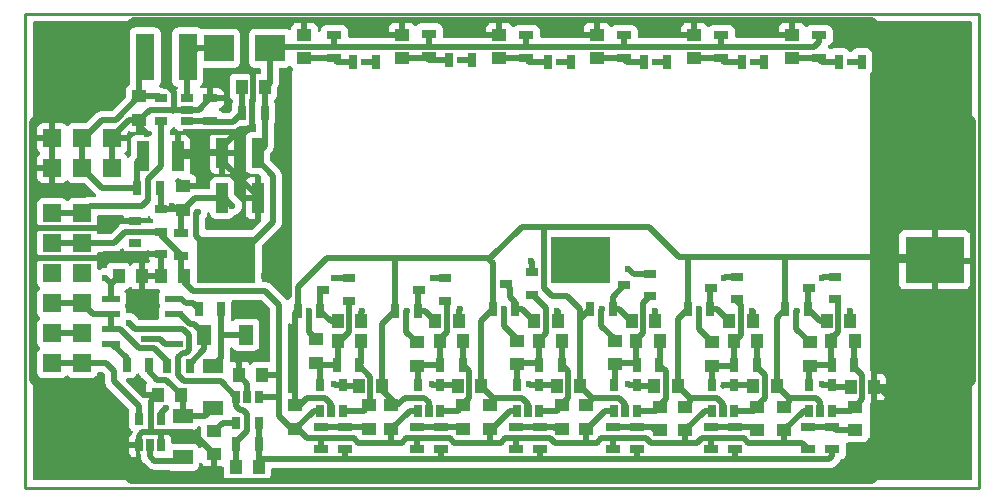
<source format=gbr>
%TF.GenerationSoftware,KiCad,Pcbnew,7.0.9-7.0.9~ubuntu23.04.1*%
%TF.CreationDate,2023-11-27T17:45:01+00:00*%
%TF.ProjectId,PCRD03,50435244-3033-42e6-9b69-6361645f7063,rev?*%
%TF.SameCoordinates,Original*%
%TF.FileFunction,Copper,L2,Bot*%
%TF.FilePolarity,Positive*%
%FSLAX46Y46*%
G04 Gerber Fmt 4.6, Leading zero omitted, Abs format (unit mm)*
G04 Created by KiCad (PCBNEW 7.0.9-7.0.9~ubuntu23.04.1) date 2023-11-27 17:45:01*
%MOMM*%
%LPD*%
G01*
G04 APERTURE LIST*
%TA.AperFunction,ComponentPad*%
%ADD10R,1.524000X1.524000*%
%TD*%
%TA.AperFunction,ComponentPad*%
%ADD11C,6.000000*%
%TD*%
%TA.AperFunction,SMDPad,CuDef*%
%ADD12R,5.000000X4.000000*%
%TD*%
%TA.AperFunction,SMDPad,CuDef*%
%ADD13R,1.250000X1.000000*%
%TD*%
%TA.AperFunction,SMDPad,CuDef*%
%ADD14R,1.000000X1.250000*%
%TD*%
%TA.AperFunction,SMDPad,CuDef*%
%ADD15R,1.300480X1.699260*%
%TD*%
%TA.AperFunction,SMDPad,CuDef*%
%ADD16R,1.699260X1.300480*%
%TD*%
%TA.AperFunction,SMDPad,CuDef*%
%ADD17R,1.600000X4.000000*%
%TD*%
%TA.AperFunction,SMDPad,CuDef*%
%ADD18R,1.000760X0.800100*%
%TD*%
%TA.AperFunction,SMDPad,CuDef*%
%ADD19R,0.700000X1.300000*%
%TD*%
%TA.AperFunction,SMDPad,CuDef*%
%ADD20R,1.300000X0.700000*%
%TD*%
%TA.AperFunction,SMDPad,CuDef*%
%ADD21R,0.650000X1.060000*%
%TD*%
%TA.AperFunction,SMDPad,CuDef*%
%ADD22R,1.550000X0.600000*%
%TD*%
%TA.AperFunction,SMDPad,CuDef*%
%ADD23R,1.060000X0.650000*%
%TD*%
%TA.AperFunction,SMDPad,CuDef*%
%ADD24R,1.000000X2.500000*%
%TD*%
%TA.AperFunction,SMDPad,CuDef*%
%ADD25R,2.500000X2.300000*%
%TD*%
%TA.AperFunction,ViaPad*%
%ADD26C,0.600000*%
%TD*%
%TA.AperFunction,Conductor*%
%ADD27C,0.250000*%
%TD*%
%TA.AperFunction,Conductor*%
%ADD28C,0.500000*%
%TD*%
G04 APERTURE END LIST*
D10*
%TO.P,J1,1*%
%TO.N,GND*%
X48260000Y-41275000D03*
%TO.P,J1,2*%
X48260000Y-43815000D03*
%TO.P,J1,3*%
%TO.N,+BATT*%
X45720000Y-41275000D03*
%TO.P,J1,4*%
X45720000Y-43815000D03*
%TO.P,J1,5*%
%TO.N,GND*%
X43180000Y-41275000D03*
%TO.P,J1,6*%
X43180000Y-43815000D03*
%TD*%
D11*
%TO.P,M1,1*%
%TO.N,GND*%
X116840000Y-66040000D03*
%TD*%
%TO.P,M2,1*%
%TO.N,GND*%
X116840000Y-35560000D03*
%TD*%
%TO.P,M3,1*%
%TO.N,GND*%
X45720000Y-35560000D03*
%TD*%
%TO.P,M4,1*%
%TO.N,GND*%
X45720000Y-66040000D03*
%TD*%
D10*
%TO.P,J2,1*%
%TO.N,/ENABLE*%
X43180000Y-47625000D03*
%TO.P,J2,2*%
X45720000Y-47625000D03*
%TO.P,J2,3*%
%TO.N,/VREF*%
X43180000Y-50165000D03*
%TO.P,J2,4*%
X45720000Y-50165000D03*
%TO.P,J2,5*%
%TO.N,/BIAS*%
X43180000Y-52705000D03*
%TO.P,J2,6*%
X45720000Y-52705000D03*
%TO.P,J2,7*%
%TO.N,/MEASURE*%
X43180000Y-55245000D03*
%TO.P,J2,8*%
X45720000Y-55245000D03*
%TO.P,J2,9*%
%TO.N,/OUT_AMP*%
X43180000Y-57785000D03*
%TO.P,J2,10*%
X45720000Y-57785000D03*
%TO.P,J2,11*%
%TO.N,/RESET*%
X43180000Y-60325000D03*
%TO.P,J2,12*%
X45720000Y-60325000D03*
%TD*%
D12*
%TO.P,BT1,1*%
%TO.N,/BIAS*%
X57898000Y-51562000D03*
%TO.P,BT1,2*%
%TO.N,Net-(BT1-Pad2)*%
X87898000Y-51562000D03*
%TD*%
%TO.P,BT2,1*%
%TO.N,Net-(BT1-Pad2)*%
X87870000Y-51562000D03*
%TO.P,BT2,2*%
%TO.N,GND*%
X117870000Y-51562000D03*
%TD*%
D13*
%TO.P,C4,1*%
%TO.N,+3V3*%
X54229000Y-47355000D03*
%TO.P,C4,2*%
%TO.N,GND*%
X54229000Y-45355000D03*
%TD*%
D14*
%TO.P,C1,1*%
%TO.N,/BIAS*%
X61198000Y-36957000D03*
%TO.P,C1,2*%
%TO.N,Net-(C1-Pad2)*%
X59198000Y-36957000D03*
%TD*%
D13*
%TO.P,C6,1*%
%TO.N,+BATT*%
X50546000Y-37735000D03*
%TO.P,C6,2*%
%TO.N,GND*%
X50546000Y-39735000D03*
%TD*%
%TO.P,C11,1*%
%TO.N,GND*%
X63754000Y-63897000D03*
%TO.P,C11,2*%
%TO.N,/VREF*%
X63754000Y-65897000D03*
%TD*%
D14*
%TO.P,C8,1*%
%TO.N,GND*%
X58944000Y-61341000D03*
%TO.P,C8,2*%
%TO.N,/VREF*%
X60944000Y-61341000D03*
%TD*%
D13*
%TO.P,C12,1*%
%TO.N,Net-(C12-Pad1)*%
X69977000Y-63897000D03*
%TO.P,C12,2*%
%TO.N,Net-(C12-Pad2)*%
X69977000Y-65897000D03*
%TD*%
%TO.P,C13,1*%
%TO.N,Net-(C13-Pad1)*%
X65532000Y-58309000D03*
%TO.P,C13,2*%
%TO.N,Net-(C13-Pad2)*%
X65532000Y-60309000D03*
%TD*%
D14*
%TO.P,C9,1*%
%TO.N,Net-(C9-Pad1)*%
X54086000Y-62992000D03*
%TO.P,C9,2*%
%TO.N,GND*%
X52086000Y-62992000D03*
%TD*%
D13*
%TO.P,C14,1*%
%TO.N,GND*%
X64516000Y-32528000D03*
%TO.P,C14,2*%
%TO.N,Net-(C14-Pad2)*%
X64516000Y-34528000D03*
%TD*%
D14*
%TO.P,C10,1*%
%TO.N,/OUT_AMP*%
X58690000Y-69088000D03*
%TO.P,C10,2*%
%TO.N,/charge_amp1/OUT*%
X60690000Y-69088000D03*
%TD*%
%TO.P,C15,1*%
%TO.N,Net-(C12-Pad1)*%
X69326000Y-58420000D03*
%TO.P,C15,2*%
%TO.N,Net-(C13-Pad2)*%
X67326000Y-58420000D03*
%TD*%
%TO.P,C16,1*%
%TO.N,Net-(C16-Pad1)*%
X69326000Y-56769000D03*
%TO.P,C16,2*%
%TO.N,Net-(C16-Pad2)*%
X67326000Y-56769000D03*
%TD*%
D13*
%TO.P,C17,1*%
%TO.N,GND*%
X71882000Y-63897000D03*
%TO.P,C17,2*%
%TO.N,/VREF*%
X71882000Y-65897000D03*
%TD*%
%TO.P,C18,1*%
%TO.N,Net-(C18-Pad1)*%
X77978000Y-63897000D03*
%TO.P,C18,2*%
%TO.N,Net-(C18-Pad2)*%
X77978000Y-65897000D03*
%TD*%
%TO.P,C19,1*%
%TO.N,Net-(C19-Pad1)*%
X74041000Y-58563000D03*
%TO.P,C19,2*%
%TO.N,Net-(C19-Pad2)*%
X74041000Y-60563000D03*
%TD*%
%TO.P,C20,1*%
%TO.N,GND*%
X72771000Y-32528000D03*
%TO.P,C20,2*%
%TO.N,Net-(C20-Pad2)*%
X72771000Y-34528000D03*
%TD*%
D14*
%TO.P,C21,1*%
%TO.N,Net-(C18-Pad1)*%
X77962000Y-58420000D03*
%TO.P,C21,2*%
%TO.N,Net-(C19-Pad2)*%
X75962000Y-58420000D03*
%TD*%
%TO.P,C22,1*%
%TO.N,Net-(C22-Pad1)*%
X77581000Y-56769000D03*
%TO.P,C22,2*%
%TO.N,Net-(C22-Pad2)*%
X75581000Y-56769000D03*
%TD*%
D13*
%TO.P,C23,1*%
%TO.N,GND*%
X80264000Y-63897000D03*
%TO.P,C23,2*%
%TO.N,/VREF*%
X80264000Y-65897000D03*
%TD*%
%TO.P,C24,1*%
%TO.N,Net-(C24-Pad1)*%
X86360000Y-63897000D03*
%TO.P,C24,2*%
%TO.N,Net-(C24-Pad2)*%
X86360000Y-65897000D03*
%TD*%
%TO.P,C25,1*%
%TO.N,Net-(C25-Pad1)*%
X82550000Y-58436000D03*
%TO.P,C25,2*%
%TO.N,Net-(C25-Pad2)*%
X82550000Y-60436000D03*
%TD*%
%TO.P,C26,1*%
%TO.N,GND*%
X81026000Y-32528000D03*
%TO.P,C26,2*%
%TO.N,Net-(C26-Pad2)*%
X81026000Y-34528000D03*
%TD*%
D14*
%TO.P,C27,1*%
%TO.N,Net-(C24-Pad1)*%
X86344000Y-58420000D03*
%TO.P,C27,2*%
%TO.N,Net-(C25-Pad2)*%
X84344000Y-58420000D03*
%TD*%
%TO.P,C28,1*%
%TO.N,Net-(C28-Pad1)*%
X85963000Y-56769000D03*
%TO.P,C28,2*%
%TO.N,Net-(C28-Pad2)*%
X83963000Y-56769000D03*
%TD*%
D13*
%TO.P,C29,1*%
%TO.N,GND*%
X88392000Y-63897000D03*
%TO.P,C29,2*%
%TO.N,/VREF*%
X88392000Y-65897000D03*
%TD*%
%TO.P,C30,1*%
%TO.N,Net-(C30-Pad1)*%
X94615000Y-64024000D03*
%TO.P,C30,2*%
%TO.N,Net-(C30-Pad2)*%
X94615000Y-66024000D03*
%TD*%
%TO.P,C31,1*%
%TO.N,Net-(C31-Pad1)*%
X90805000Y-58436000D03*
%TO.P,C31,2*%
%TO.N,Net-(C31-Pad2)*%
X90805000Y-60436000D03*
%TD*%
%TO.P,C32,1*%
%TO.N,GND*%
X89281000Y-32528000D03*
%TO.P,C32,2*%
%TO.N,Net-(C32-Pad2)*%
X89281000Y-34528000D03*
%TD*%
D14*
%TO.P,C33,1*%
%TO.N,Net-(C30-Pad1)*%
X94599000Y-58420000D03*
%TO.P,C33,2*%
%TO.N,Net-(C31-Pad2)*%
X92599000Y-58420000D03*
%TD*%
%TO.P,C34,1*%
%TO.N,Net-(C34-Pad1)*%
X94218000Y-56769000D03*
%TO.P,C34,2*%
%TO.N,Net-(C34-Pad2)*%
X92218000Y-56769000D03*
%TD*%
D13*
%TO.P,C35,1*%
%TO.N,GND*%
X96774000Y-64024000D03*
%TO.P,C35,2*%
%TO.N,/VREF*%
X96774000Y-66024000D03*
%TD*%
%TO.P,C36,1*%
%TO.N,Net-(C36-Pad1)*%
X102870000Y-64024000D03*
%TO.P,C36,2*%
%TO.N,Net-(C36-Pad2)*%
X102870000Y-66024000D03*
%TD*%
%TO.P,C37,1*%
%TO.N,Net-(C37-Pad1)*%
X99060000Y-58563000D03*
%TO.P,C37,2*%
%TO.N,Net-(C37-Pad2)*%
X99060000Y-60563000D03*
%TD*%
%TO.P,C38,1*%
%TO.N,GND*%
X97536000Y-32528000D03*
%TO.P,C38,2*%
%TO.N,Net-(C38-Pad2)*%
X97536000Y-34528000D03*
%TD*%
D14*
%TO.P,C39,1*%
%TO.N,Net-(C36-Pad1)*%
X102854000Y-58420000D03*
%TO.P,C39,2*%
%TO.N,Net-(C37-Pad2)*%
X100854000Y-58420000D03*
%TD*%
%TO.P,C40,1*%
%TO.N,Net-(C40-Pad1)*%
X102473000Y-56769000D03*
%TO.P,C40,2*%
%TO.N,Net-(C40-Pad2)*%
X100473000Y-56769000D03*
%TD*%
D15*
%TO.P,D5,1*%
%TO.N,Net-(D3-Pad2)*%
X59535060Y-57912000D03*
%TO.P,D5,2*%
%TO.N,Net-(D5-Pad2)*%
X56034940Y-57912000D03*
%TD*%
D16*
%TO.P,D4,1*%
%TO.N,Net-(D4-Pad1)*%
X54229000Y-68298060D03*
%TO.P,D4,2*%
%TO.N,Net-(C9-Pad1)*%
X54229000Y-64797940D03*
%TD*%
%TO.P,D3,1*%
%TO.N,Net-(C9-Pad1)*%
X56769000Y-64107060D03*
%TO.P,D3,2*%
%TO.N,Net-(D3-Pad2)*%
X56769000Y-60606940D03*
%TD*%
D17*
%TO.P,L1,1*%
%TO.N,+BATT*%
X51032000Y-34417000D03*
%TO.P,L1,2*%
%TO.N,Net-(D1-Pad2)*%
X54632000Y-34417000D03*
%TD*%
D18*
%TO.P,Q1,1*%
%TO.N,+3V3*%
X68282820Y-53149500D03*
%TO.P,Q1,2*%
%TO.N,Net-(C13-Pad2)*%
X68282820Y-55054500D03*
%TO.P,Q1,3*%
%TO.N,Net-(C16-Pad2)*%
X66083180Y-54102000D03*
%TD*%
%TO.P,Q2,1*%
%TO.N,+3V3*%
X76410820Y-53149500D03*
%TO.P,Q2,2*%
%TO.N,Net-(C19-Pad2)*%
X76410820Y-55054500D03*
%TO.P,Q2,3*%
%TO.N,Net-(C22-Pad2)*%
X74211180Y-54102000D03*
%TD*%
%TO.P,Q3,1*%
%TO.N,+3V3*%
X83776820Y-52641500D03*
%TO.P,Q3,2*%
%TO.N,Net-(C25-Pad2)*%
X83776820Y-54546500D03*
%TO.P,Q3,3*%
%TO.N,Net-(C28-Pad2)*%
X81577180Y-53594000D03*
%TD*%
%TO.P,Q4,1*%
%TO.N,+3V3*%
X93809820Y-52768500D03*
%TO.P,Q4,2*%
%TO.N,Net-(C31-Pad2)*%
X93809820Y-54673500D03*
%TO.P,Q4,3*%
%TO.N,Net-(C34-Pad2)*%
X91610180Y-53721000D03*
%TD*%
%TO.P,Q5,1*%
%TO.N,+3V3*%
X101175820Y-53022500D03*
%TO.P,Q5,2*%
%TO.N,Net-(C37-Pad2)*%
X101175820Y-54927500D03*
%TO.P,Q5,3*%
%TO.N,Net-(C40-Pad2)*%
X98976180Y-53975000D03*
%TD*%
D19*
%TO.P,R1,1*%
%TO.N,+3V3*%
X52258000Y-45466000D03*
%TO.P,R1,2*%
%TO.N,+BATT*%
X50358000Y-45466000D03*
%TD*%
D20*
%TO.P,R3,1*%
%TO.N,/VREF*%
X54102000Y-51242000D03*
%TO.P,R3,2*%
%TO.N,+3V3*%
X54102000Y-49342000D03*
%TD*%
D19*
%TO.P,R2,1*%
%TO.N,/BIAS*%
X61148000Y-39116000D03*
%TO.P,R2,2*%
%TO.N,Net-(C1-Pad2)*%
X59248000Y-39116000D03*
%TD*%
D20*
%TO.P,R4,1*%
%TO.N,Net-(C1-Pad2)*%
X56515000Y-39812000D03*
%TO.P,R4,2*%
%TO.N,GND*%
X56515000Y-37912000D03*
%TD*%
D19*
%TO.P,R6,1*%
%TO.N,Net-(R6-Pad1)*%
X49469000Y-60452000D03*
%TO.P,R6,2*%
%TO.N,Net-(C9-Pad1)*%
X51369000Y-60452000D03*
%TD*%
D20*
%TO.P,R9,1*%
%TO.N,/charge_amp1/OUT*%
X67945000Y-67625000D03*
%TO.P,R9,2*%
%TO.N,Net-(C12-Pad2)*%
X67945000Y-65725000D03*
%TD*%
%TO.P,R10,1*%
%TO.N,Net-(C14-Pad2)*%
X67056000Y-34478000D03*
%TO.P,R10,2*%
%TO.N,/BIAS*%
X67056000Y-32578000D03*
%TD*%
D19*
%TO.P,R8,1*%
%TO.N,/MEASURE*%
X52898000Y-60579000D03*
%TO.P,R8,2*%
%TO.N,Net-(D5-Pad2)*%
X54798000Y-60579000D03*
%TD*%
%TO.P,R11,1*%
%TO.N,Net-(C16-Pad1)*%
X70546000Y-34798000D03*
%TO.P,R11,2*%
%TO.N,Net-(C14-Pad2)*%
X68646000Y-34798000D03*
%TD*%
D20*
%TO.P,R12,1*%
%TO.N,/VREF*%
X65913000Y-67625000D03*
%TO.P,R12,2*%
%TO.N,Net-(C12-Pad2)*%
X65913000Y-65725000D03*
%TD*%
D19*
%TO.P,R7,1*%
%TO.N,/OUT_AMP*%
X58740000Y-67183000D03*
%TO.P,R7,2*%
%TO.N,/charge_amp1/OUT*%
X60640000Y-67183000D03*
%TD*%
%TO.P,R13,1*%
%TO.N,Net-(C12-Pad1)*%
X69149000Y-60452000D03*
%TO.P,R13,2*%
%TO.N,Net-(C13-Pad2)*%
X67249000Y-60452000D03*
%TD*%
%TO.P,R5,1*%
%TO.N,Net-(D3-Pad2)*%
X57465000Y-55753000D03*
%TO.P,R5,2*%
%TO.N,Net-(R5-Pad2)*%
X55565000Y-55753000D03*
%TD*%
%TO.P,R14,1*%
%TO.N,GND*%
X63947000Y-55880000D03*
%TO.P,R14,2*%
%TO.N,Net-(C16-Pad2)*%
X65847000Y-55880000D03*
%TD*%
D20*
%TO.P,R15,1*%
%TO.N,/charge_amp1/OUT*%
X76073000Y-67625000D03*
%TO.P,R15,2*%
%TO.N,Net-(C18-Pad2)*%
X76073000Y-65725000D03*
%TD*%
%TO.P,R16,1*%
%TO.N,Net-(C20-Pad2)*%
X75057000Y-34351000D03*
%TO.P,R16,2*%
%TO.N,/BIAS*%
X75057000Y-32451000D03*
%TD*%
D19*
%TO.P,R17,1*%
%TO.N,Net-(C22-Pad1)*%
X78674000Y-34671000D03*
%TO.P,R17,2*%
%TO.N,Net-(C20-Pad2)*%
X76774000Y-34671000D03*
%TD*%
D20*
%TO.P,R18,1*%
%TO.N,/VREF*%
X74041000Y-67625000D03*
%TO.P,R18,2*%
%TO.N,Net-(C18-Pad2)*%
X74041000Y-65725000D03*
%TD*%
D19*
%TO.P,R19,1*%
%TO.N,Net-(C18-Pad1)*%
X77912000Y-60452000D03*
%TO.P,R19,2*%
%TO.N,Net-(C19-Pad2)*%
X76012000Y-60452000D03*
%TD*%
%TO.P,R20,1*%
%TO.N,GND*%
X72202000Y-55880000D03*
%TO.P,R20,2*%
%TO.N,Net-(C22-Pad2)*%
X74102000Y-55880000D03*
%TD*%
D20*
%TO.P,R21,1*%
%TO.N,/charge_amp1/OUT*%
X84455000Y-67625000D03*
%TO.P,R21,2*%
%TO.N,Net-(C24-Pad2)*%
X84455000Y-65725000D03*
%TD*%
%TO.P,R22,1*%
%TO.N,Net-(C26-Pad2)*%
X83312000Y-34478000D03*
%TO.P,R22,2*%
%TO.N,/BIAS*%
X83312000Y-32578000D03*
%TD*%
D19*
%TO.P,R23,1*%
%TO.N,Net-(C28-Pad1)*%
X87056000Y-34798000D03*
%TO.P,R23,2*%
%TO.N,Net-(C26-Pad2)*%
X85156000Y-34798000D03*
%TD*%
D20*
%TO.P,R24,1*%
%TO.N,/VREF*%
X82423000Y-67625000D03*
%TO.P,R24,2*%
%TO.N,Net-(C24-Pad2)*%
X82423000Y-65725000D03*
%TD*%
D19*
%TO.P,R25,1*%
%TO.N,Net-(C24-Pad1)*%
X86294000Y-60452000D03*
%TO.P,R25,2*%
%TO.N,Net-(C25-Pad2)*%
X84394000Y-60452000D03*
%TD*%
%TO.P,R26,1*%
%TO.N,GND*%
X80457000Y-55753000D03*
%TO.P,R26,2*%
%TO.N,Net-(C28-Pad2)*%
X82357000Y-55753000D03*
%TD*%
D20*
%TO.P,R27,1*%
%TO.N,/charge_amp1/OUT*%
X92710000Y-67625000D03*
%TO.P,R27,2*%
%TO.N,Net-(C30-Pad2)*%
X92710000Y-65725000D03*
%TD*%
%TO.P,R28,1*%
%TO.N,Net-(C32-Pad2)*%
X91567000Y-34478000D03*
%TO.P,R28,2*%
%TO.N,/BIAS*%
X91567000Y-32578000D03*
%TD*%
D19*
%TO.P,R29,1*%
%TO.N,Net-(C34-Pad1)*%
X95184000Y-34798000D03*
%TO.P,R29,2*%
%TO.N,Net-(C32-Pad2)*%
X93284000Y-34798000D03*
%TD*%
D20*
%TO.P,R30,1*%
%TO.N,/VREF*%
X90678000Y-67625000D03*
%TO.P,R30,2*%
%TO.N,Net-(C30-Pad2)*%
X90678000Y-65725000D03*
%TD*%
D19*
%TO.P,R31,1*%
%TO.N,Net-(C30-Pad1)*%
X94549000Y-60452000D03*
%TO.P,R31,2*%
%TO.N,Net-(C31-Pad2)*%
X92649000Y-60452000D03*
%TD*%
%TO.P,R32,1*%
%TO.N,GND*%
X88712000Y-55753000D03*
%TO.P,R32,2*%
%TO.N,Net-(C34-Pad2)*%
X90612000Y-55753000D03*
%TD*%
D20*
%TO.P,R33,1*%
%TO.N,/charge_amp1/OUT*%
X100965000Y-67625000D03*
%TO.P,R33,2*%
%TO.N,Net-(C36-Pad2)*%
X100965000Y-65725000D03*
%TD*%
%TO.P,R34,1*%
%TO.N,Net-(C38-Pad2)*%
X99822000Y-34478000D03*
%TO.P,R34,2*%
%TO.N,/BIAS*%
X99822000Y-32578000D03*
%TD*%
D19*
%TO.P,R35,1*%
%TO.N,Net-(C40-Pad1)*%
X103439000Y-34798000D03*
%TO.P,R35,2*%
%TO.N,Net-(C38-Pad2)*%
X101539000Y-34798000D03*
%TD*%
D20*
%TO.P,R36,1*%
%TO.N,/VREF*%
X98933000Y-67625000D03*
%TO.P,R36,2*%
%TO.N,Net-(C36-Pad2)*%
X98933000Y-65725000D03*
%TD*%
D19*
%TO.P,R37,1*%
%TO.N,Net-(C36-Pad1)*%
X102804000Y-60452000D03*
%TO.P,R37,2*%
%TO.N,Net-(C37-Pad2)*%
X100904000Y-60452000D03*
%TD*%
%TO.P,R38,1*%
%TO.N,GND*%
X96967000Y-55753000D03*
%TO.P,R38,2*%
%TO.N,Net-(C40-Pad2)*%
X98867000Y-55753000D03*
%TD*%
D21*
%TO.P,U3,1*%
%TO.N,/OUT_AMP*%
X58740000Y-63162000D03*
%TO.P,U3,2*%
%TO.N,GND*%
X59690000Y-63162000D03*
%TO.P,U3,3*%
%TO.N,/VREF*%
X60640000Y-63162000D03*
%TO.P,U3,4*%
%TO.N,/charge_amp1/OUT*%
X60640000Y-65362000D03*
%TO.P,U3,5*%
%TO.N,+3V3*%
X58740000Y-65362000D03*
%TD*%
D22*
%TO.P,U4,1*%
%TO.N,Net-(R5-Pad2)*%
X53500000Y-54864000D03*
%TO.P,U4,2*%
%TO.N,Net-(D5-Pad2)*%
X53500000Y-56134000D03*
%TO.P,U4,3*%
%TO.N,/OUT_AMP*%
X53500000Y-57404000D03*
%TO.P,U4,4*%
%TO.N,GND*%
X53500000Y-58674000D03*
%TO.P,U4,5*%
%TO.N,Net-(R6-Pad1)*%
X48100000Y-58674000D03*
%TO.P,U4,6*%
%TO.N,/MEASURE*%
X48100000Y-57404000D03*
%TO.P,U4,7*%
X48100000Y-56134000D03*
%TO.P,U4,8*%
%TO.N,+3V3*%
X48100000Y-54864000D03*
%TD*%
D21*
%TO.P,U5,1*%
%TO.N,GND*%
X52385000Y-67267000D03*
%TO.P,U5,2*%
%TO.N,Net-(D4-Pad1)*%
X51435000Y-67267000D03*
%TO.P,U5,3*%
%TO.N,GND*%
X50485000Y-67267000D03*
%TO.P,U5,4*%
%TO.N,/RESET*%
X50485000Y-65067000D03*
%TO.P,U5,5*%
%TO.N,+BATT*%
X52385000Y-65067000D03*
%TD*%
D23*
%TO.P,U1,1*%
%TO.N,Net-(D1-Pad2)*%
X54567000Y-37912000D03*
%TO.P,U1,2*%
%TO.N,GND*%
X54567000Y-38862000D03*
%TO.P,U1,3*%
%TO.N,Net-(C1-Pad2)*%
X54567000Y-39812000D03*
%TO.P,U1,4*%
%TO.N,/ENABLE*%
X52367000Y-39812000D03*
%TO.P,U1,5*%
%TO.N,+BATT*%
X52367000Y-37912000D03*
%TD*%
D21*
%TO.P,U6,1*%
%TO.N,Net-(C12-Pad1)*%
X67752000Y-64346000D03*
%TO.P,U6,2*%
%TO.N,GND*%
X66802000Y-64346000D03*
%TO.P,U6,3*%
%TO.N,/VREF*%
X65852000Y-64346000D03*
%TO.P,U6,4*%
%TO.N,Net-(C13-Pad2)*%
X65852000Y-62146000D03*
%TO.P,U6,5*%
%TO.N,+3V3*%
X67752000Y-62146000D03*
%TD*%
%TO.P,U7,1*%
%TO.N,Net-(C18-Pad1)*%
X76007000Y-64346000D03*
%TO.P,U7,2*%
%TO.N,GND*%
X75057000Y-64346000D03*
%TO.P,U7,3*%
%TO.N,/VREF*%
X74107000Y-64346000D03*
%TO.P,U7,4*%
%TO.N,Net-(C19-Pad2)*%
X74107000Y-62146000D03*
%TO.P,U7,5*%
%TO.N,+3V3*%
X76007000Y-62146000D03*
%TD*%
%TO.P,U8,1*%
%TO.N,Net-(C24-Pad1)*%
X84389000Y-64346000D03*
%TO.P,U8,2*%
%TO.N,GND*%
X83439000Y-64346000D03*
%TO.P,U8,3*%
%TO.N,/VREF*%
X82489000Y-64346000D03*
%TO.P,U8,4*%
%TO.N,Net-(C25-Pad2)*%
X82489000Y-62146000D03*
%TO.P,U8,5*%
%TO.N,+3V3*%
X84389000Y-62146000D03*
%TD*%
%TO.P,U9,1*%
%TO.N,Net-(C30-Pad1)*%
X92644000Y-64346000D03*
%TO.P,U9,2*%
%TO.N,GND*%
X91694000Y-64346000D03*
%TO.P,U9,3*%
%TO.N,/VREF*%
X90744000Y-64346000D03*
%TO.P,U9,4*%
%TO.N,Net-(C31-Pad2)*%
X90744000Y-62146000D03*
%TO.P,U9,5*%
%TO.N,+3V3*%
X92644000Y-62146000D03*
%TD*%
%TO.P,U10,1*%
%TO.N,Net-(C36-Pad1)*%
X100899000Y-64346000D03*
%TO.P,U10,2*%
%TO.N,GND*%
X99949000Y-64346000D03*
%TO.P,U10,3*%
%TO.N,/VREF*%
X98999000Y-64346000D03*
%TO.P,U10,4*%
%TO.N,Net-(C37-Pad2)*%
X98999000Y-62146000D03*
%TO.P,U10,5*%
%TO.N,+3V3*%
X100899000Y-62146000D03*
%TD*%
D14*
%TO.P,C7,1*%
%TO.N,/VREF*%
X54340000Y-52959000D03*
%TO.P,C7,2*%
%TO.N,GND*%
X52340000Y-52959000D03*
%TD*%
D13*
%TO.P,C42,1*%
%TO.N,Net-(C42-Pad1)*%
X111125000Y-64024000D03*
%TO.P,C42,2*%
%TO.N,Net-(C42-Pad2)*%
X111125000Y-66024000D03*
%TD*%
%TO.P,C41,1*%
%TO.N,GND*%
X105156000Y-64024000D03*
%TO.P,C41,2*%
%TO.N,/VREF*%
X105156000Y-66024000D03*
%TD*%
%TO.P,C43,1*%
%TO.N,Net-(C43-Pad1)*%
X107315000Y-58563000D03*
%TO.P,C43,2*%
%TO.N,Net-(C43-Pad2)*%
X107315000Y-60563000D03*
%TD*%
%TO.P,C44,1*%
%TO.N,GND*%
X105791000Y-32528000D03*
%TO.P,C44,2*%
%TO.N,Net-(C44-Pad2)*%
X105791000Y-34528000D03*
%TD*%
D14*
%TO.P,C45,1*%
%TO.N,Net-(C42-Pad1)*%
X111109000Y-58420000D03*
%TO.P,C45,2*%
%TO.N,Net-(C43-Pad2)*%
X109109000Y-58420000D03*
%TD*%
%TO.P,C46,1*%
%TO.N,Net-(C46-Pad1)*%
X110728000Y-56769000D03*
%TO.P,C46,2*%
%TO.N,Net-(C46-Pad2)*%
X108728000Y-56769000D03*
%TD*%
D18*
%TO.P,Q6,1*%
%TO.N,+3V3*%
X109430820Y-53022500D03*
%TO.P,Q6,2*%
%TO.N,Net-(C43-Pad2)*%
X109430820Y-54927500D03*
%TO.P,Q6,3*%
%TO.N,Net-(C46-Pad2)*%
X107231180Y-53975000D03*
%TD*%
D20*
%TO.P,R39,1*%
%TO.N,/charge_amp1/OUT*%
X109220000Y-67625000D03*
%TO.P,R39,2*%
%TO.N,Net-(C42-Pad2)*%
X109220000Y-65725000D03*
%TD*%
%TO.P,R40,1*%
%TO.N,Net-(C44-Pad2)*%
X108077000Y-34478000D03*
%TO.P,R40,2*%
%TO.N,/BIAS*%
X108077000Y-32578000D03*
%TD*%
D19*
%TO.P,R41,1*%
%TO.N,Net-(C46-Pad1)*%
X111694000Y-34798000D03*
%TO.P,R41,2*%
%TO.N,Net-(C44-Pad2)*%
X109794000Y-34798000D03*
%TD*%
D20*
%TO.P,R42,1*%
%TO.N,/VREF*%
X107188000Y-67625000D03*
%TO.P,R42,2*%
%TO.N,Net-(C42-Pad2)*%
X107188000Y-65725000D03*
%TD*%
D19*
%TO.P,R43,1*%
%TO.N,Net-(C42-Pad1)*%
X111059000Y-60452000D03*
%TO.P,R43,2*%
%TO.N,Net-(C43-Pad2)*%
X109159000Y-60452000D03*
%TD*%
%TO.P,R44,1*%
%TO.N,GND*%
X105222000Y-55753000D03*
%TO.P,R44,2*%
%TO.N,Net-(C46-Pad2)*%
X107122000Y-55753000D03*
%TD*%
D18*
%TO.P,U2,1*%
%TO.N,+3V3*%
X52407820Y-47307500D03*
%TO.P,U2,2*%
%TO.N,/VREF*%
X52407820Y-49212500D03*
%TO.P,U2,3*%
%TO.N,GND*%
X50208180Y-48260000D03*
%TD*%
D21*
%TO.P,U11,1*%
%TO.N,Net-(C42-Pad1)*%
X109154000Y-64346000D03*
%TO.P,U11,2*%
%TO.N,GND*%
X108204000Y-64346000D03*
%TO.P,U11,3*%
%TO.N,/VREF*%
X107254000Y-64346000D03*
%TO.P,U11,4*%
%TO.N,Net-(C43-Pad2)*%
X107254000Y-62146000D03*
%TO.P,U11,5*%
%TO.N,+3V3*%
X109154000Y-62146000D03*
%TD*%
D18*
%TO.P,D2,1*%
%TO.N,/VREF*%
X52407820Y-49212500D03*
%TO.P,D2,2*%
%TO.N,GND*%
X52407820Y-51117500D03*
%TO.P,D2,3*%
%TO.N,N/C*%
X50208180Y-50165000D03*
%TD*%
D13*
%TO.P,C47,1*%
%TO.N,+3V3*%
X56896000Y-66056000D03*
%TO.P,C47,2*%
%TO.N,GND*%
X56896000Y-68056000D03*
%TD*%
D14*
%TO.P,C48,1*%
%TO.N,+3V3*%
X48784000Y-52959000D03*
%TO.P,C48,2*%
%TO.N,GND*%
X50784000Y-52959000D03*
%TD*%
%TO.P,C49,1*%
%TO.N,+3V3*%
X69104000Y-62230000D03*
%TO.P,C49,2*%
%TO.N,GND*%
X71104000Y-62230000D03*
%TD*%
%TO.P,C50,1*%
%TO.N,+3V3*%
X77486000Y-62230000D03*
%TO.P,C50,2*%
%TO.N,GND*%
X79486000Y-62230000D03*
%TD*%
%TO.P,C51,1*%
%TO.N,+3V3*%
X85868000Y-62230000D03*
%TO.P,C51,2*%
%TO.N,GND*%
X87868000Y-62230000D03*
%TD*%
%TO.P,C52,1*%
%TO.N,+3V3*%
X94123000Y-62230000D03*
%TO.P,C52,2*%
%TO.N,GND*%
X96123000Y-62230000D03*
%TD*%
%TO.P,C53,1*%
%TO.N,+3V3*%
X102505000Y-62230000D03*
%TO.P,C53,2*%
%TO.N,GND*%
X104505000Y-62230000D03*
%TD*%
%TO.P,C54,1*%
%TO.N,+3V3*%
X110760000Y-62357000D03*
%TO.P,C54,2*%
%TO.N,GND*%
X112760000Y-62357000D03*
%TD*%
D24*
%TO.P,C2,1*%
%TO.N,+BATT*%
X50824000Y-42799000D03*
%TO.P,C2,2*%
%TO.N,GND*%
X53824000Y-42799000D03*
%TD*%
%TO.P,C3,1*%
%TO.N,+3V3*%
X57555000Y-46355000D03*
%TO.P,C3,2*%
%TO.N,GND*%
X60555000Y-46355000D03*
%TD*%
%TO.P,C5,1*%
%TO.N,/BIAS*%
X60555000Y-42545000D03*
%TO.P,C5,2*%
%TO.N,GND*%
X57555000Y-42545000D03*
%TD*%
D25*
%TO.P,D1,1*%
%TO.N,/BIAS*%
X61586000Y-33655000D03*
%TO.P,D1,2*%
%TO.N,Net-(D1-Pad2)*%
X57286000Y-33655000D03*
%TD*%
D26*
%TO.N,/BIAS*%
X55499000Y-47498000D03*
%TO.N,GND*%
X58928000Y-60071000D03*
X51181000Y-40894000D03*
X59880500Y-35623500D03*
X57023000Y-40767000D03*
X61112400Y-52959000D03*
X59436000Y-33528000D03*
X52407820Y-51943000D03*
X54483000Y-40767000D03*
X60198000Y-37973000D03*
X63373000Y-61087000D03*
X59944000Y-40386000D03*
X50927000Y-58293000D03*
%TO.N,+BATT*%
X52832000Y-64135000D03*
%TO.N,+3V3*%
X83693000Y-51689000D03*
X67056000Y-53086000D03*
X58420000Y-46990000D03*
X75438000Y-53086000D03*
X83566000Y-62103000D03*
X100076000Y-62146000D03*
X91948000Y-52324000D03*
X108331000Y-62103000D03*
X108331000Y-53086000D03*
X67056000Y-62103000D03*
X47625000Y-53086000D03*
X100076000Y-53086000D03*
X57912000Y-65362000D03*
X91948000Y-62103000D03*
X75311000Y-62103000D03*
X53340000Y-46990000D03*
%TO.N,Net-(C13-Pad1)*%
X64933000Y-55880000D03*
%TO.N,Net-(C16-Pad1)*%
X69596000Y-34798000D03*
X69433000Y-55880000D03*
%TO.N,Net-(C19-Pad1)*%
X73188000Y-55880000D03*
%TO.N,Net-(C22-Pad1)*%
X77688000Y-55753000D03*
X77724000Y-34671000D03*
%TO.N,Net-(C25-Pad1)*%
X81443000Y-55753000D03*
%TO.N,Net-(C28-Pad1)*%
X85943000Y-55880000D03*
X86106000Y-34798000D03*
%TO.N,Net-(C31-Pad1)*%
X89698000Y-55753000D03*
%TO.N,Net-(C34-Pad1)*%
X94234000Y-34798000D03*
X94198000Y-55880000D03*
%TO.N,Net-(C37-Pad1)*%
X97953000Y-55753000D03*
%TO.N,Net-(C40-Pad1)*%
X102489000Y-34798000D03*
X102453000Y-55880000D03*
%TO.N,Net-(C43-Pad1)*%
X106208000Y-55880000D03*
%TO.N,Net-(C46-Pad1)*%
X110708000Y-55880000D03*
X110744000Y-34798000D03*
%TO.N,/OUT_AMP*%
X49657000Y-56896000D03*
%TD*%
D27*
%TO.N,*%
X121666000Y-30734000D02*
X121666000Y-70866000D01*
X121666000Y-70866000D02*
X40894000Y-70866000D01*
X40894000Y-70866000D02*
X40894000Y-30734000D01*
X40894000Y-30734000D02*
X121666000Y-30734000D01*
D28*
%TO.N,/BIAS*%
X61198000Y-33766000D02*
X61436000Y-33528000D01*
X55499000Y-47498000D02*
X55372000Y-47625000D01*
X55372000Y-47625000D02*
X55372000Y-49530000D01*
X55372000Y-49530000D02*
X57404000Y-51562000D01*
X57404000Y-51562000D02*
X57898000Y-51562000D01*
X108077000Y-33147000D02*
X107696000Y-33528000D01*
X107696000Y-33528000D02*
X99822000Y-33528000D01*
X67056000Y-33528000D02*
X61436000Y-33528000D01*
X75057000Y-33528000D02*
X67056000Y-33528000D01*
X83312000Y-33528000D02*
X75057000Y-33528000D01*
X91567000Y-33528000D02*
X83312000Y-33528000D01*
X99822000Y-33528000D02*
X99822000Y-33401000D01*
X99822000Y-33401000D02*
X99822000Y-33528000D01*
X99822000Y-33528000D02*
X91567000Y-33528000D01*
X61586000Y-36569000D02*
X61148000Y-37007000D01*
X61148000Y-37007000D02*
X61148000Y-41952000D01*
X61148000Y-41952000D02*
X60555000Y-42545000D01*
X58674000Y-51562000D02*
X61849000Y-48387000D01*
X61849000Y-48387000D02*
X61849000Y-44450000D01*
X61849000Y-44450000D02*
X60555000Y-43156000D01*
X60555000Y-43156000D02*
X60555000Y-42545000D01*
X61148000Y-37007000D02*
X61198000Y-36957000D01*
X61148000Y-39116000D02*
X61148000Y-37007000D01*
X83312000Y-33528000D02*
X83312000Y-32578000D01*
X57898000Y-51562000D02*
X58674000Y-51562000D01*
X61586000Y-33655000D02*
X61586000Y-36569000D01*
X67056000Y-33528000D02*
X67056000Y-32578000D01*
X91567000Y-32578000D02*
X91567000Y-33528000D01*
X75057000Y-32451000D02*
X75057000Y-33528000D01*
X108077000Y-32578000D02*
X108077000Y-33147000D01*
X57898000Y-51562000D02*
X58547000Y-51562000D01*
X99822000Y-32578000D02*
X99822000Y-33528000D01*
%TO.N,GND*%
X63754000Y-56073000D02*
X63947000Y-55880000D01*
X63754000Y-56073000D02*
X63947000Y-55880000D01*
X63754000Y-56073000D02*
X63947000Y-55880000D01*
X71104000Y-62611000D02*
X72390000Y-63897000D01*
X75057000Y-63627000D02*
X74676000Y-63246000D01*
X74676000Y-63246000D02*
X73041000Y-63246000D01*
X73041000Y-63246000D02*
X72390000Y-63897000D01*
X63754000Y-56073000D02*
X63947000Y-55880000D01*
X64119000Y-63897000D02*
X64770000Y-63246000D01*
X64770000Y-63246000D02*
X66294000Y-63246000D01*
X66294000Y-63246000D02*
X66802000Y-63754000D01*
X66802000Y-63754000D02*
X66802000Y-64346000D01*
X108204000Y-63627000D02*
X107823000Y-63246000D01*
X107823000Y-63246000D02*
X105521000Y-63246000D01*
X105521000Y-63246000D02*
X104505000Y-62230000D01*
X105521000Y-63659000D02*
X105156000Y-64024000D01*
X99949000Y-63754000D02*
X99441000Y-63246000D01*
X99441000Y-63246000D02*
X97139000Y-63246000D01*
X97139000Y-63246000D02*
X96123000Y-62230000D01*
X97139000Y-63659000D02*
X96774000Y-64024000D01*
X91694000Y-63754000D02*
X91186000Y-63246000D01*
X91186000Y-63246000D02*
X88884000Y-63246000D01*
X88884000Y-63246000D02*
X87868000Y-62230000D01*
X88884000Y-63405000D02*
X88392000Y-63897000D01*
X83439000Y-63754000D02*
X82931000Y-63246000D01*
X82931000Y-63246000D02*
X80502000Y-63246000D01*
X80502000Y-63246000D02*
X79486000Y-62230000D01*
X80502000Y-63659000D02*
X80264000Y-63897000D01*
X45720000Y-35627002D02*
X41469002Y-39878000D01*
X41469002Y-39878000D02*
X41469002Y-43815000D01*
X41469002Y-61789002D02*
X45720000Y-66040000D01*
X45720000Y-66167000D02*
X49843998Y-70290998D01*
X49843998Y-70290998D02*
X56896000Y-70290998D01*
X112589002Y-70290998D02*
X116840000Y-66040000D01*
X116899998Y-66040000D02*
X121090998Y-61849000D01*
X121090998Y-61849000D02*
X121090998Y-51689000D01*
X121090998Y-39810998D02*
X116840000Y-35560000D01*
X49911000Y-31369000D02*
X49978002Y-31369000D01*
X49978002Y-31369000D02*
X50038000Y-31309002D01*
X50038000Y-31309002D02*
X52832000Y-31309002D01*
X112589002Y-31309002D02*
X116840000Y-35560000D01*
X87868000Y-56597000D02*
X88712000Y-55753000D01*
X79486000Y-56724000D02*
X80457000Y-55753000D01*
X71104000Y-56978000D02*
X72202000Y-55880000D01*
X96123000Y-56597000D02*
X96967000Y-55753000D01*
X104505000Y-56470000D02*
X105222000Y-55753000D01*
X48260000Y-41148000D02*
X49673000Y-39735000D01*
X49673000Y-39735000D02*
X50546000Y-39735000D01*
X51419000Y-38862000D02*
X50546000Y-39735000D01*
X53467000Y-38862000D02*
X51419000Y-38862000D01*
X52407820Y-52891180D02*
X52340000Y-52959000D01*
X48387000Y-48260000D02*
X47752000Y-48895000D01*
X47752000Y-48895000D02*
X41469002Y-48895000D01*
X41469002Y-48895000D02*
X41656000Y-48895000D01*
X41656000Y-48895000D02*
X41469002Y-48895000D01*
X41469002Y-48895000D02*
X41469002Y-51435000D01*
X41469002Y-43815000D02*
X41469002Y-48895000D01*
X47561500Y-51117500D02*
X47244000Y-51435000D01*
X47244000Y-51435000D02*
X41469002Y-51435000D01*
X41469002Y-51435000D02*
X41529000Y-51435000D01*
X41529000Y-51435000D02*
X41469002Y-51435000D01*
X41469002Y-51435000D02*
X41469002Y-61789002D01*
X53467000Y-37338000D02*
X52832000Y-36703000D01*
X52832000Y-36703000D02*
X52832000Y-31309002D01*
X52832000Y-31309002D02*
X52832000Y-31369000D01*
X52832000Y-31369000D02*
X52832000Y-31309002D01*
X52832000Y-31309002D02*
X59436000Y-31309002D01*
X56896000Y-70290998D02*
X56896000Y-70104000D01*
X56896000Y-70104000D02*
X56896000Y-70290998D01*
X56896000Y-70290998D02*
X112589002Y-70290998D01*
X50485000Y-66482000D02*
X50800000Y-66167000D01*
X50800000Y-66167000D02*
X51562000Y-66167000D01*
X55007000Y-66167000D02*
X56896000Y-68056000D01*
X52385000Y-66167000D02*
X52324000Y-66167000D01*
X52324000Y-66167000D02*
X55007000Y-66167000D01*
X51562000Y-66167000D02*
X52324000Y-66167000D01*
X51562000Y-63516000D02*
X52086000Y-62992000D01*
X64516000Y-31309002D02*
X72771000Y-31309002D01*
X72771000Y-31309002D02*
X81026000Y-31309002D01*
X81026000Y-31309002D02*
X81026000Y-31369000D01*
X81026000Y-31369000D02*
X81026000Y-31309002D01*
X81026000Y-31309002D02*
X89281000Y-31309002D01*
X89281000Y-31309002D02*
X97536000Y-31309002D01*
X97536000Y-31309002D02*
X97536000Y-31496000D01*
X97536000Y-31496000D02*
X97536000Y-31309002D01*
X97536000Y-31309002D02*
X105791000Y-31309002D01*
X105791000Y-31309002D02*
X112589002Y-31309002D01*
X52705000Y-58674000D02*
X52324000Y-58293000D01*
X52324000Y-58293000D02*
X50927000Y-58293000D01*
X58944000Y-60087000D02*
X58928000Y-60071000D01*
X63947000Y-53909000D02*
X66421000Y-51435000D01*
X66421000Y-51435000D02*
X72263000Y-51435000D01*
X80264000Y-51435000D02*
X82931000Y-48768000D01*
X82931000Y-48768000D02*
X84836000Y-48768000D01*
X93726000Y-48768000D02*
X96266000Y-51308000D01*
X96266000Y-51308000D02*
X97028000Y-51308000D01*
X117616000Y-51308000D02*
X117870000Y-51562000D01*
X105222000Y-51308000D02*
X105156000Y-51374000D01*
X105156000Y-51374000D02*
X105156000Y-51435000D01*
X105156000Y-51435000D02*
X105156000Y-51308000D01*
X105156000Y-51308000D02*
X117616000Y-51308000D01*
X96967000Y-51308000D02*
X97028000Y-51369000D01*
X97028000Y-51369000D02*
X97028000Y-51435000D01*
X97028000Y-51435000D02*
X97028000Y-51308000D01*
X97028000Y-51308000D02*
X105156000Y-51308000D01*
X87868000Y-56642000D02*
X87868000Y-56597000D01*
X87868000Y-55737000D02*
X86741000Y-54610000D01*
X86741000Y-54610000D02*
X85471000Y-54610000D01*
X85471000Y-54610000D02*
X84836000Y-53975000D01*
X84836000Y-53975000D02*
X84836000Y-48768000D01*
X84836000Y-48768000D02*
X93726000Y-48768000D01*
X80457000Y-51882000D02*
X80010000Y-51435000D01*
X80010000Y-51435000D02*
X80264000Y-51435000D01*
X72202000Y-51435000D02*
X72263000Y-51435000D01*
X72263000Y-51435000D02*
X80010000Y-51435000D01*
X113157000Y-62357000D02*
X116840000Y-66040000D01*
X59690000Y-62087000D02*
X58944000Y-61341000D01*
X63754000Y-61087000D02*
X63754000Y-56073000D01*
X121090998Y-51689000D02*
X121090998Y-39810998D01*
X117997000Y-51689000D02*
X117870000Y-51562000D01*
X59563000Y-31309002D02*
X64516000Y-31309002D01*
X60198000Y-46228000D02*
X60198000Y-46355000D01*
X52407820Y-51943000D02*
X52407820Y-52891180D01*
X61112400Y-52959000D02*
X61087000Y-52959000D01*
X55565000Y-38862000D02*
X56515000Y-37912000D01*
X60555000Y-46204000D02*
X57555000Y-43204000D01*
X57555000Y-43204000D02*
X57555000Y-42545000D01*
X53824000Y-44950000D02*
X54229000Y-45355000D01*
X57428000Y-42418000D02*
X57555000Y-42545000D01*
X57555000Y-42013000D02*
X59055000Y-40513000D01*
X59055000Y-40513000D02*
X59817000Y-40513000D01*
X60071000Y-40259000D02*
X60071000Y-38100000D01*
X60071000Y-38100000D02*
X60198000Y-37973000D01*
X60198000Y-37973000D02*
X60198000Y-35941000D01*
X60198000Y-35941000D02*
X59880500Y-35623500D01*
X59436000Y-35179000D02*
X59436000Y-33528000D01*
X59436000Y-31309002D02*
X59563000Y-31309002D01*
X59880500Y-35623500D02*
X59436000Y-35179000D01*
X59436000Y-33528000D02*
X59436000Y-31309002D01*
X59944000Y-40386000D02*
X59817000Y-40513000D01*
X55118000Y-42418000D02*
X57428000Y-42418000D01*
X55118000Y-40767000D02*
X57023000Y-40767000D01*
X50546000Y-40259000D02*
X51181000Y-40894000D01*
X58801000Y-40767000D02*
X59055000Y-40513000D01*
X63754000Y-61087000D02*
X63373000Y-61087000D01*
X55118000Y-40767000D02*
X54483000Y-40767000D01*
X87868000Y-62230000D02*
X87868000Y-56642000D01*
X80502000Y-63246000D02*
X80502000Y-63659000D01*
X63754000Y-63897000D02*
X63754000Y-61087000D01*
X60198000Y-46228000D02*
X60198000Y-46355000D01*
X96123000Y-62230000D02*
X96123000Y-56597000D01*
X57555000Y-42545000D02*
X57555000Y-42013000D01*
X50208180Y-48260000D02*
X48387000Y-48260000D01*
X80457000Y-55753000D02*
X80457000Y-51882000D01*
X79486000Y-62103000D02*
X79486000Y-62341000D01*
X108204000Y-64346000D02*
X108204000Y-63627000D01*
X75057000Y-64346000D02*
X75057000Y-63627000D01*
X41469002Y-43815000D02*
X43180000Y-43815000D01*
X72202000Y-55880000D02*
X72202000Y-51435000D01*
X48260000Y-41275000D02*
X48260000Y-41148000D01*
X99949000Y-64346000D02*
X99949000Y-63754000D01*
X58944000Y-61341000D02*
X58944000Y-60087000D01*
X105791000Y-31309002D02*
X105791000Y-32528000D01*
X64516000Y-32528000D02*
X64516000Y-31309002D01*
X43180000Y-43815000D02*
X43180000Y-41275000D01*
X54567000Y-38862000D02*
X53467000Y-38862000D01*
X53500000Y-58674000D02*
X52705000Y-58674000D01*
X55118000Y-40767000D02*
X55118000Y-42418000D01*
X48260000Y-41275000D02*
X48260000Y-43815000D01*
X50784000Y-52959000D02*
X52340000Y-52959000D01*
X116840000Y-66040000D02*
X116899998Y-66040000D01*
X71104000Y-62230000D02*
X71104000Y-61992000D01*
X53824000Y-42418000D02*
X55118000Y-42418000D01*
X72771000Y-31309002D02*
X72771000Y-32528000D01*
X53467000Y-38862000D02*
X53467000Y-37338000D01*
X105521000Y-63246000D02*
X105521000Y-63659000D01*
X52407820Y-51117500D02*
X52407820Y-51943000D01*
X105222000Y-55753000D02*
X105222000Y-51308000D01*
X112760000Y-62357000D02*
X113157000Y-62357000D01*
X88884000Y-63246000D02*
X88884000Y-63405000D01*
X96967000Y-55753000D02*
X96967000Y-51308000D01*
X50546000Y-39735000D02*
X50546000Y-39878000D01*
X52385000Y-67267000D02*
X52385000Y-66167000D01*
X50546000Y-39735000D02*
X50546000Y-40259000D01*
X56896000Y-68056000D02*
X56896000Y-70290998D01*
X79486000Y-62230000D02*
X79486000Y-56724000D01*
X71104000Y-62230000D02*
X71104000Y-56978000D01*
X63754000Y-63897000D02*
X64119000Y-63897000D01*
X54567000Y-38862000D02*
X55565000Y-38862000D01*
X60071000Y-40259000D02*
X59944000Y-40386000D01*
X89281000Y-31309002D02*
X89281000Y-32528000D01*
X45720000Y-35560000D02*
X45720000Y-35627002D01*
X51562000Y-66167000D02*
X51562000Y-63516000D01*
X52407820Y-51117500D02*
X47561500Y-51117500D01*
X71104000Y-62230000D02*
X71104000Y-62611000D01*
X60555000Y-46355000D02*
X60555000Y-46204000D01*
X97139000Y-63246000D02*
X97139000Y-63659000D01*
X104505000Y-62230000D02*
X104505000Y-56470000D01*
X45720000Y-66040000D02*
X45720000Y-66167000D01*
X121090998Y-51689000D02*
X117997000Y-51689000D01*
X59690000Y-63162000D02*
X59690000Y-62087000D01*
X87868000Y-56642000D02*
X87868000Y-55737000D01*
X50485000Y-67267000D02*
X50485000Y-66482000D01*
X57023000Y-40767000D02*
X58801000Y-40767000D01*
X97536000Y-32528000D02*
X97536000Y-31309002D01*
X63947000Y-55880000D02*
X63947000Y-53909000D01*
X81026000Y-32528000D02*
X81026000Y-31309002D01*
X91694000Y-64346000D02*
X91694000Y-63754000D01*
X83439000Y-64346000D02*
X83439000Y-63754000D01*
X45720000Y-35560000D02*
X49911000Y-31369000D01*
%TO.N,+BATT*%
X45847000Y-41275000D02*
X47371000Y-39751000D01*
X47371000Y-39751000D02*
X48530000Y-39751000D01*
X48530000Y-39751000D02*
X50546000Y-37735000D01*
X50546000Y-34903000D02*
X51032000Y-34417000D01*
X52190000Y-37735000D02*
X52367000Y-37912000D01*
X47371000Y-45466000D02*
X50358000Y-45466000D01*
X52832000Y-64135000D02*
X52385000Y-64582000D01*
X52385000Y-64582000D02*
X52385000Y-65067000D01*
X50358000Y-43265000D02*
X50824000Y-42799000D01*
X50546000Y-37735000D02*
X50546000Y-34903000D01*
X50358000Y-45466000D02*
X50358000Y-43265000D01*
X45720000Y-43815000D02*
X47371000Y-45466000D01*
X45720000Y-41275000D02*
X45847000Y-41275000D01*
X50824000Y-42418000D02*
X50824000Y-43283000D01*
X45720000Y-43815000D02*
X45720000Y-41275000D01*
X50546000Y-37735000D02*
X52190000Y-37735000D01*
%TO.N,+3V3*%
X69149000Y-62103000D02*
X69149000Y-62230000D01*
X67795000Y-62103000D02*
X67752000Y-62146000D01*
X67836000Y-62230000D02*
X67752000Y-62146000D01*
X77402000Y-62146000D02*
X77486000Y-62230000D01*
X85784000Y-62146000D02*
X85868000Y-62230000D01*
X102421000Y-62146000D02*
X102505000Y-62230000D01*
X100033000Y-62146000D02*
X99949000Y-62230000D01*
X108374000Y-62146000D02*
X108331000Y-62103000D01*
X52407820Y-45615820D02*
X52258000Y-45466000D01*
X54181500Y-47307500D02*
X54229000Y-47355000D01*
X55229000Y-46355000D02*
X54229000Y-47355000D01*
X54102000Y-47482000D02*
X54229000Y-47355000D01*
X57590000Y-65362000D02*
X56896000Y-66056000D01*
X48100000Y-53643000D02*
X48784000Y-52959000D01*
X48100000Y-53561000D02*
X47625000Y-53086000D01*
X53340000Y-46990000D02*
X53705000Y-47355000D01*
X53705000Y-47355000D02*
X54229000Y-47355000D01*
X108331000Y-62103000D02*
X108374000Y-62146000D01*
X108394500Y-53022500D02*
X108331000Y-53086000D01*
X100076000Y-62146000D02*
X100033000Y-62146000D01*
X100139500Y-53022500D02*
X100076000Y-53086000D01*
X101175820Y-53022500D02*
X100139500Y-53022500D01*
X91948000Y-62103000D02*
X91991000Y-62146000D01*
X91991000Y-62146000D02*
X92644000Y-62146000D01*
X92392500Y-52768500D02*
X91948000Y-52324000D01*
X83566000Y-62103000D02*
X83609000Y-62146000D01*
X83609000Y-62146000D02*
X84389000Y-62146000D01*
X75311000Y-62103000D02*
X75354000Y-62146000D01*
X75354000Y-62146000D02*
X76007000Y-62146000D01*
X75501500Y-53149500D02*
X75438000Y-53086000D01*
X67056000Y-62103000D02*
X67099000Y-62146000D01*
X67099000Y-62146000D02*
X67752000Y-62146000D01*
X67119500Y-53149500D02*
X67056000Y-53086000D01*
X57785000Y-46355000D02*
X58420000Y-46990000D01*
X57912000Y-65362000D02*
X57590000Y-65362000D01*
X83776820Y-51772820D02*
X83693000Y-51689000D01*
X110549000Y-62146000D02*
X110760000Y-62357000D01*
X109365000Y-62357000D02*
X109154000Y-62146000D01*
X100899000Y-62146000D02*
X102421000Y-62146000D01*
X68282820Y-53149500D02*
X67119500Y-53149500D01*
X52407820Y-47307500D02*
X52407820Y-45615820D01*
X58740000Y-65362000D02*
X57912000Y-65362000D01*
X100899000Y-62146000D02*
X100076000Y-62146000D01*
X54102000Y-49342000D02*
X54102000Y-47482000D01*
X48100000Y-53643000D02*
X48100000Y-53561000D01*
X56755000Y-46355000D02*
X57785000Y-46355000D01*
X84389000Y-62146000D02*
X85784000Y-62146000D01*
X94123000Y-62230000D02*
X92728000Y-62230000D01*
X109154000Y-62146000D02*
X108374000Y-62146000D01*
X48100000Y-54864000D02*
X48100000Y-53643000D01*
X52407820Y-47307500D02*
X54181500Y-47307500D01*
X93809820Y-52768500D02*
X92392500Y-52768500D01*
X76410820Y-53149500D02*
X75501500Y-53149500D01*
X109430820Y-53022500D02*
X108394500Y-53022500D01*
X110760000Y-62357000D02*
X109365000Y-62357000D01*
X83776820Y-52641500D02*
X83776820Y-51772820D01*
X69104000Y-62230000D02*
X67836000Y-62230000D01*
X76007000Y-62146000D02*
X77402000Y-62146000D01*
X56755000Y-46355000D02*
X55229000Y-46355000D01*
%TO.N,/VREF*%
X65305000Y-64346000D02*
X63754000Y-65897000D01*
X63992000Y-65897000D02*
X64770000Y-66675000D01*
X64770000Y-66675000D02*
X65913000Y-66675000D01*
X68707000Y-66675000D02*
X69088000Y-67056000D01*
X69088000Y-67056000D02*
X71882000Y-67056000D01*
X72771000Y-67056000D02*
X73152000Y-66675000D01*
X73152000Y-66675000D02*
X74041000Y-66675000D01*
X76835000Y-66675000D02*
X77216000Y-67056000D01*
X77216000Y-67056000D02*
X80264000Y-67056000D01*
X81153000Y-67056000D02*
X81534000Y-66675000D01*
X81534000Y-66675000D02*
X82423000Y-66675000D01*
X85344000Y-66675000D02*
X85725000Y-67056000D01*
X85725000Y-67056000D02*
X88392000Y-67056000D01*
X89281000Y-67056000D02*
X89662000Y-66675000D01*
X89662000Y-66675000D02*
X90678000Y-66675000D01*
X93472000Y-66675000D02*
X93853000Y-67056000D01*
X93853000Y-67056000D02*
X96774000Y-67056000D01*
X97790000Y-67056000D02*
X98171000Y-66675000D01*
X98171000Y-66675000D02*
X98933000Y-66675000D01*
X106834000Y-64346000D02*
X105156000Y-66024000D01*
X96774000Y-67056000D02*
X97790000Y-67056000D01*
X90678000Y-66675000D02*
X93472000Y-66675000D01*
X90678000Y-64412000D02*
X90744000Y-64346000D01*
X65913000Y-66675000D02*
X68707000Y-66675000D01*
X74041000Y-66675000D02*
X76835000Y-66675000D01*
X73433000Y-64346000D02*
X71882000Y-65897000D01*
X71882000Y-67056000D02*
X71882000Y-66929000D01*
X71882000Y-66929000D02*
X71882000Y-67056000D01*
X71882000Y-67056000D02*
X72771000Y-67056000D01*
X80264000Y-67056000D02*
X81153000Y-67056000D01*
X80407000Y-65897000D02*
X81958000Y-64346000D01*
X81958000Y-64346000D02*
X82489000Y-64346000D01*
X82423000Y-66675000D02*
X85344000Y-66675000D01*
X88408000Y-65897000D02*
X89959000Y-64346000D01*
X89959000Y-64346000D02*
X90744000Y-64346000D01*
X88392000Y-67056000D02*
X89281000Y-67056000D01*
X98452000Y-64346000D02*
X96774000Y-66024000D01*
X54102000Y-52721000D02*
X54340000Y-52959000D01*
X52407820Y-49486820D02*
X54102000Y-51181000D01*
X54102000Y-51181000D02*
X54102000Y-51242000D01*
X49339500Y-49212500D02*
X48387000Y-50165000D01*
X48387000Y-50165000D02*
X45720000Y-50165000D01*
X45720000Y-50165000D02*
X43180000Y-50165000D01*
X54340000Y-53451000D02*
X55118000Y-54229000D01*
X55118000Y-54229000D02*
X61214000Y-54229000D01*
X61214000Y-54229000D02*
X62357000Y-55372000D01*
X62357000Y-55372000D02*
X62357000Y-61341000D01*
X62357000Y-64770000D02*
X63484000Y-65897000D01*
X63484000Y-65897000D02*
X63754000Y-65897000D01*
X101727000Y-66675000D02*
X102108000Y-67056000D01*
X102108000Y-67056000D02*
X105156000Y-67056000D01*
X106619000Y-67056000D02*
X107188000Y-67625000D01*
X105156000Y-67056000D02*
X106619000Y-67056000D01*
X62357000Y-63162000D02*
X62314000Y-63119000D01*
X62314000Y-63119000D02*
X62230000Y-63119000D01*
X62230000Y-63119000D02*
X62357000Y-63119000D01*
X62357000Y-63119000D02*
X62357000Y-64770000D01*
X62357000Y-61341000D02*
X62230000Y-61341000D01*
X62230000Y-61341000D02*
X62357000Y-61341000D01*
X62357000Y-61341000D02*
X62357000Y-63119000D01*
X54340000Y-52959000D02*
X54340000Y-53451000D01*
X63754000Y-65897000D02*
X63992000Y-65897000D01*
X90678000Y-67625000D02*
X90678000Y-66675000D01*
X65913000Y-66675000D02*
X65913000Y-67625000D01*
X52407820Y-49212500D02*
X52407820Y-49486820D01*
X98933000Y-66675000D02*
X101727000Y-66675000D01*
X74041000Y-66675000D02*
X74041000Y-67625000D01*
X65852000Y-64346000D02*
X65305000Y-64346000D01*
X88392000Y-65897000D02*
X88408000Y-65897000D01*
X63754000Y-65897000D02*
X63357000Y-65897000D01*
X74107000Y-64346000D02*
X73433000Y-64346000D01*
X96774000Y-67056000D02*
X96774000Y-66024000D01*
X88392000Y-67056000D02*
X88392000Y-65897000D01*
X107254000Y-64346000D02*
X106834000Y-64346000D01*
X52407820Y-49212500D02*
X49339500Y-49212500D01*
X71882000Y-65897000D02*
X71882000Y-67056000D01*
X98933000Y-66675000D02*
X98933000Y-67625000D01*
X105156000Y-67056000D02*
X105156000Y-66024000D01*
X54102000Y-51242000D02*
X54102000Y-52721000D01*
X60944000Y-61341000D02*
X62357000Y-61341000D01*
X80264000Y-67056000D02*
X80264000Y-65897000D01*
X63754000Y-65897000D02*
X63754000Y-65913000D01*
X80264000Y-65897000D02*
X80407000Y-65897000D01*
X82423000Y-66675000D02*
X82423000Y-67625000D01*
X98999000Y-64346000D02*
X98452000Y-64346000D01*
X60640000Y-63162000D02*
X62357000Y-63162000D01*
%TO.N,Net-(C12-Pad2)*%
X69678000Y-65725000D02*
X69977000Y-66024000D01*
X69707000Y-65897000D02*
X69535000Y-65725000D01*
X69535000Y-65725000D02*
X67945000Y-65725000D01*
X65913000Y-65725000D02*
X67945000Y-65725000D01*
X69977000Y-65897000D02*
X69707000Y-65897000D01*
%TO.N,Net-(C13-Pad1)*%
X64897000Y-55916000D02*
X64933000Y-55880000D01*
X64897000Y-55916000D02*
X64897000Y-57674000D01*
X65532000Y-58309000D02*
X64897000Y-57674000D01*
%TO.N,/charge_amp1/OUT*%
X67945000Y-68326000D02*
X68072000Y-68453000D01*
X68072000Y-68453000D02*
X76073000Y-68453000D01*
X108966000Y-68453000D02*
X109220000Y-68199000D01*
X109220000Y-68199000D02*
X109220000Y-67625000D01*
X100965000Y-68453000D02*
X108966000Y-68453000D01*
X92710000Y-68453000D02*
X100965000Y-68453000D01*
X84455000Y-68453000D02*
X92710000Y-68453000D01*
X76073000Y-68453000D02*
X84455000Y-68453000D01*
X60706000Y-68453000D02*
X60690000Y-68469000D01*
X60690000Y-68469000D02*
X60690000Y-69088000D01*
X60690000Y-67233000D02*
X60640000Y-67183000D01*
X67945000Y-67625000D02*
X67945000Y-68326000D01*
X76073000Y-68453000D02*
X76073000Y-67625000D01*
X100965000Y-67625000D02*
X100965000Y-68453000D01*
X60690000Y-69088000D02*
X60690000Y-67233000D01*
X60640000Y-67183000D02*
X60640000Y-65362000D01*
X92710000Y-67625000D02*
X92710000Y-68453000D01*
X68072000Y-68453000D02*
X60706000Y-68453000D01*
X84455000Y-68453000D02*
X84455000Y-67625000D01*
%TO.N,Net-(D1-Pad2)*%
X54567000Y-34482000D02*
X54632000Y-34417000D01*
X55394000Y-33655000D02*
X54632000Y-34417000D01*
X57286000Y-33655000D02*
X55394000Y-33655000D01*
X54567000Y-37912000D02*
X54567000Y-34482000D01*
%TO.N,Net-(D3-Pad2)*%
X57465000Y-59910940D02*
X56769000Y-60606940D01*
X57465000Y-57912000D02*
X57465000Y-59910940D01*
X57465000Y-55753000D02*
X57465000Y-57912000D01*
X57465000Y-57912000D02*
X59535060Y-57912000D01*
%TO.N,/MEASURE*%
X45720000Y-55245000D02*
X46609000Y-56134000D01*
X46609000Y-56134000D02*
X48100000Y-56134000D01*
X48895000Y-57404000D02*
X50546000Y-59055000D01*
X50546000Y-59055000D02*
X51816000Y-59055000D01*
X51816000Y-59055000D02*
X52898000Y-60137000D01*
X52898000Y-60137000D02*
X52898000Y-60579000D01*
X43180000Y-55245000D02*
X45720000Y-55245000D01*
X52898000Y-60579000D02*
X52898000Y-60137000D01*
X48100000Y-57404000D02*
X48100000Y-56134000D01*
X48100000Y-57404000D02*
X48895000Y-57404000D01*
%TO.N,/RESET*%
X50485000Y-63947000D02*
X48387000Y-61849000D01*
X48387000Y-61849000D02*
X48387000Y-60960000D01*
X48387000Y-60960000D02*
X47752000Y-60325000D01*
X47752000Y-60325000D02*
X45720000Y-60325000D01*
X45720000Y-60325000D02*
X43180000Y-60325000D01*
X50485000Y-65067000D02*
X50485000Y-63947000D01*
%TO.N,/ENABLE*%
X46228000Y-47117000D02*
X45720000Y-47625000D01*
X46355000Y-46990000D02*
X45720000Y-47625000D01*
X52367000Y-43645000D02*
X51308000Y-44704000D01*
X51308000Y-44704000D02*
X51308000Y-46482000D01*
X51308000Y-46482000D02*
X50800000Y-46990000D01*
X50800000Y-46990000D02*
X46355000Y-46990000D01*
X46355000Y-46990000D02*
X45720000Y-47625000D01*
X52367000Y-39812000D02*
X52367000Y-43645000D01*
X45720000Y-47625000D02*
X43180000Y-47625000D01*
%TO.N,Net-(C1-Pad2)*%
X56515000Y-39812000D02*
X56581000Y-39878000D01*
X56581000Y-39878000D02*
X58486000Y-39878000D01*
X58486000Y-39878000D02*
X59248000Y-39116000D01*
X59248000Y-37007000D02*
X59198000Y-36957000D01*
X59248000Y-39116000D02*
X59248000Y-37007000D01*
X54567000Y-39812000D02*
X56515000Y-39812000D01*
%TO.N,Net-(C9-Pad1)*%
X54201060Y-64770000D02*
X54229000Y-64797940D01*
X53875940Y-65151000D02*
X54229000Y-64797940D01*
X54229000Y-63135000D02*
X54086000Y-62992000D01*
X56078120Y-64797940D02*
X56769000Y-64107060D01*
X54086000Y-62976000D02*
X52832000Y-61722000D01*
X52832000Y-61722000D02*
X52070000Y-61722000D01*
X52070000Y-61722000D02*
X51369000Y-61021000D01*
X51369000Y-61021000D02*
X51369000Y-60452000D01*
X54086000Y-62992000D02*
X54086000Y-62976000D01*
X54229000Y-64797940D02*
X56078120Y-64797940D01*
X54229000Y-64797940D02*
X54229000Y-63135000D01*
%TO.N,Net-(C12-Pad1)*%
X69326000Y-60275000D02*
X69149000Y-60452000D01*
X69977000Y-63627000D02*
X70104000Y-63500000D01*
X70104000Y-63500000D02*
X70104000Y-61468000D01*
X70104000Y-61468000D02*
X69149000Y-60513000D01*
X69149000Y-60513000D02*
X69149000Y-60452000D01*
X69528000Y-64346000D02*
X69977000Y-63897000D01*
X69977000Y-64024000D02*
X69977000Y-63627000D01*
X69326000Y-58420000D02*
X69326000Y-60275000D01*
X67752000Y-64346000D02*
X69528000Y-64346000D01*
%TO.N,Net-(C13-Pad2)*%
X67326000Y-60375000D02*
X67249000Y-60452000D01*
X65675000Y-60452000D02*
X65532000Y-60309000D01*
X65852000Y-60629000D02*
X65532000Y-60309000D01*
X67564000Y-58420000D02*
X68282820Y-57701180D01*
X68282820Y-57701180D02*
X68282820Y-55054500D01*
X65852000Y-62146000D02*
X65852000Y-60629000D01*
X67326000Y-58420000D02*
X67564000Y-58420000D01*
X67326000Y-58420000D02*
X67326000Y-60375000D01*
X67249000Y-60452000D02*
X65675000Y-60452000D01*
%TO.N,Net-(C14-Pad2)*%
X67006000Y-34528000D02*
X67276000Y-34798000D01*
X67276000Y-34798000D02*
X68646000Y-34798000D01*
X64516000Y-34528000D02*
X67006000Y-34528000D01*
%TO.N,Net-(C16-Pad1)*%
X69326000Y-55987000D02*
X69433000Y-55880000D01*
X69326000Y-56769000D02*
X69326000Y-55987000D01*
X70546000Y-34798000D02*
X69596000Y-34798000D01*
%TO.N,Net-(C16-Pad2)*%
X66736000Y-56769000D02*
X65847000Y-55880000D01*
X65847000Y-54338180D02*
X66083180Y-54102000D01*
X67326000Y-56769000D02*
X67310000Y-56769000D01*
X65847000Y-55880000D02*
X65847000Y-54338180D01*
X67326000Y-56769000D02*
X66736000Y-56769000D01*
%TO.N,Net-(D4-Pad1)*%
X51435000Y-68199000D02*
X51816000Y-68580000D01*
X51816000Y-68580000D02*
X53947060Y-68580000D01*
X53947060Y-68580000D02*
X54229000Y-68298060D01*
X51435000Y-67267000D02*
X51435000Y-68199000D01*
%TO.N,Net-(D5-Pad2)*%
X54798000Y-60391000D02*
X56034940Y-59154060D01*
X56034940Y-59154060D02*
X56034940Y-57912000D01*
X53975000Y-56134000D02*
X54864000Y-57023000D01*
X54864000Y-57023000D02*
X55145940Y-57023000D01*
X55145940Y-57023000D02*
X56034940Y-57912000D01*
X53500000Y-56134000D02*
X53975000Y-56134000D01*
X54798000Y-60579000D02*
X54798000Y-60391000D01*
%TO.N,Net-(R5-Pad2)*%
X54102000Y-54864000D02*
X54483000Y-55245000D01*
X54483000Y-55245000D02*
X55057000Y-55245000D01*
X55057000Y-55245000D02*
X55565000Y-55753000D01*
X53500000Y-54864000D02*
X54102000Y-54864000D01*
%TO.N,Net-(R6-Pad1)*%
X49469000Y-59883000D02*
X48260000Y-58674000D01*
X48260000Y-58674000D02*
X48100000Y-58674000D01*
X49469000Y-60452000D02*
X49469000Y-59883000D01*
%TO.N,Net-(C18-Pad1)*%
X77912000Y-58470000D02*
X77962000Y-58420000D01*
X76066000Y-64405000D02*
X76007000Y-64346000D01*
X77962000Y-60402000D02*
X77912000Y-60452000D01*
X77529000Y-64346000D02*
X77978000Y-63897000D01*
X77978000Y-63754000D02*
X78486000Y-63246000D01*
X78486000Y-63246000D02*
X78486000Y-61026000D01*
X78486000Y-61026000D02*
X77912000Y-60452000D01*
X77962000Y-58420000D02*
X77962000Y-60402000D01*
X76007000Y-64346000D02*
X77529000Y-64346000D01*
X77978000Y-63897000D02*
X77978000Y-63754000D01*
%TO.N,Net-(C18-Pad2)*%
X77581000Y-65897000D02*
X77409000Y-65725000D01*
X77409000Y-65725000D02*
X76073000Y-65725000D01*
X74041000Y-65725000D02*
X76073000Y-65725000D01*
X77978000Y-65897000D02*
X77581000Y-65897000D01*
%TO.N,Net-(C19-Pad1)*%
X73152000Y-55916000D02*
X73188000Y-55880000D01*
X73152000Y-55916000D02*
X73152000Y-57674000D01*
X74041000Y-58563000D02*
X73152000Y-57674000D01*
%TO.N,Net-(C19-Pad2)*%
X74184000Y-60452000D02*
X74041000Y-60309000D01*
X74107000Y-60375000D02*
X74041000Y-60309000D01*
X76012000Y-58470000D02*
X75962000Y-58420000D01*
X75962000Y-58277000D02*
X76581000Y-57658000D01*
X76581000Y-57658000D02*
X76581000Y-55224680D01*
X76581000Y-55224680D02*
X76410820Y-55054500D01*
X76012000Y-60452000D02*
X76012000Y-58470000D01*
X76012000Y-60452000D02*
X74184000Y-60452000D01*
X75962000Y-58420000D02*
X75962000Y-58277000D01*
X74107000Y-62146000D02*
X74107000Y-60375000D01*
%TO.N,Net-(C20-Pad2)*%
X74880000Y-34528000D02*
X75023000Y-34671000D01*
X75023000Y-34671000D02*
X76774000Y-34671000D01*
X72771000Y-34528000D02*
X74880000Y-34528000D01*
%TO.N,Net-(C22-Pad1)*%
X77581000Y-55860000D02*
X77688000Y-55753000D01*
X77581000Y-56769000D02*
X77581000Y-55860000D01*
X78674000Y-34671000D02*
X77724000Y-34671000D01*
%TO.N,Net-(C22-Pad2)*%
X74692000Y-55880000D02*
X75581000Y-56769000D01*
X74102000Y-54211180D02*
X74211180Y-54102000D01*
X74102000Y-55880000D02*
X74692000Y-55880000D01*
X74102000Y-55880000D02*
X74102000Y-54211180D01*
%TO.N,Net-(C24-Pad1)*%
X84448000Y-64405000D02*
X84389000Y-64346000D01*
X86344000Y-60402000D02*
X86294000Y-60452000D01*
X86360000Y-63754000D02*
X86868000Y-63246000D01*
X86868000Y-63246000D02*
X86868000Y-61026000D01*
X86868000Y-61026000D02*
X86294000Y-60452000D01*
X85911000Y-64346000D02*
X86360000Y-63897000D01*
X84389000Y-64346000D02*
X85911000Y-64346000D01*
X86344000Y-58420000D02*
X86344000Y-60402000D01*
X86360000Y-63897000D02*
X86360000Y-63754000D01*
%TO.N,Net-(C24-Pad2)*%
X85836000Y-65897000D02*
X85664000Y-65725000D01*
X85664000Y-65725000D02*
X84455000Y-65725000D01*
X86360000Y-65897000D02*
X85836000Y-65897000D01*
X82423000Y-65725000D02*
X84455000Y-65725000D01*
%TO.N,Net-(C25-Pad1)*%
X82550000Y-58257000D02*
X82550000Y-58309000D01*
X81407000Y-55789000D02*
X81443000Y-55753000D01*
X81407000Y-55789000D02*
X81407000Y-57166000D01*
X82550000Y-58309000D02*
X81407000Y-57166000D01*
%TO.N,Net-(C25-Pad2)*%
X84394000Y-58470000D02*
X84344000Y-58420000D01*
X84251000Y-60309000D02*
X84344000Y-60216000D01*
X84344000Y-60216000D02*
X84344000Y-58420000D01*
X82489000Y-60370000D02*
X82550000Y-60309000D01*
X83883500Y-54546500D02*
X84963000Y-55626000D01*
X84963000Y-55626000D02*
X84963000Y-57801000D01*
X84963000Y-57801000D02*
X84344000Y-58420000D01*
X84344000Y-58420000D02*
X84344000Y-58404000D01*
X83776820Y-54546500D02*
X83883500Y-54546500D01*
X83903820Y-54546500D02*
X83903820Y-54566820D01*
X82550000Y-60309000D02*
X84251000Y-60309000D01*
X82489000Y-62146000D02*
X82489000Y-60370000D01*
%TO.N,Net-(C26-Pad2)*%
X83262000Y-34528000D02*
X83532000Y-34798000D01*
X83532000Y-34798000D02*
X85156000Y-34798000D01*
X81026000Y-34528000D02*
X83262000Y-34528000D01*
%TO.N,Net-(C28-Pad1)*%
X85963000Y-55900000D02*
X85943000Y-55880000D01*
X85963000Y-56769000D02*
X85963000Y-55900000D01*
X87056000Y-34798000D02*
X86106000Y-34798000D01*
%TO.N,Net-(C28-Pad2)*%
X82466180Y-55643820D02*
X82357000Y-55753000D01*
X83947000Y-56769000D02*
X82931000Y-55753000D01*
X82931000Y-55753000D02*
X82357000Y-55753000D01*
X82466180Y-55643820D02*
X82357000Y-55753000D01*
X82357000Y-55179000D02*
X81915000Y-54737000D01*
X81915000Y-54737000D02*
X81915000Y-53931820D01*
X81915000Y-53931820D02*
X81577180Y-53594000D01*
X83963000Y-56769000D02*
X83947000Y-56769000D01*
X82357000Y-55753000D02*
X82357000Y-55179000D01*
%TO.N,Net-(C30-Pad1)*%
X94549000Y-58470000D02*
X94599000Y-58420000D01*
X92703000Y-64405000D02*
X92644000Y-64346000D01*
X94293000Y-64346000D02*
X94615000Y-64024000D01*
X94615000Y-63881000D02*
X95123000Y-63373000D01*
X95123000Y-63373000D02*
X95123000Y-61026000D01*
X95123000Y-61026000D02*
X94549000Y-60452000D01*
X94599000Y-58420000D02*
X94599000Y-60402000D01*
X94615000Y-64024000D02*
X94615000Y-63881000D01*
X92644000Y-64346000D02*
X94293000Y-64346000D01*
%TO.N,Net-(C30-Pad2)*%
X94218000Y-66024000D02*
X93919000Y-65725000D01*
X93919000Y-65725000D02*
X92710000Y-65725000D01*
X94615000Y-66024000D02*
X94218000Y-66024000D01*
X90678000Y-65725000D02*
X92710000Y-65725000D01*
%TO.N,Net-(C31-Pad1)*%
X89662000Y-55789000D02*
X89698000Y-55753000D01*
X89662000Y-55789000D02*
X89662000Y-57166000D01*
X90805000Y-58309000D02*
X89662000Y-57166000D01*
%TO.N,Net-(C31-Pad2)*%
X92506000Y-60309000D02*
X92599000Y-60216000D01*
X92599000Y-60216000D02*
X92599000Y-58420000D01*
X90805000Y-62085000D02*
X90744000Y-62146000D01*
X92599000Y-58404000D02*
X93218000Y-57785000D01*
X93218000Y-57785000D02*
X93218000Y-55265320D01*
X93218000Y-55265320D02*
X93809820Y-54673500D01*
X92599000Y-58420000D02*
X92599000Y-58277000D01*
X90805000Y-60309000D02*
X90805000Y-62085000D01*
X92599000Y-58420000D02*
X92599000Y-58404000D01*
X90805000Y-60309000D02*
X92506000Y-60309000D01*
%TO.N,Net-(C32-Pad2)*%
X91517000Y-34528000D02*
X91787000Y-34798000D01*
X91787000Y-34798000D02*
X93284000Y-34798000D01*
X89281000Y-34528000D02*
X91517000Y-34528000D01*
%TO.N,Net-(C34-Pad1)*%
X94218000Y-55900000D02*
X94198000Y-55880000D01*
X94218000Y-56769000D02*
X94218000Y-55900000D01*
X95184000Y-34798000D02*
X94234000Y-34798000D01*
%TO.N,Net-(C34-Pad2)*%
X92202000Y-56769000D02*
X91186000Y-55753000D01*
X91186000Y-55753000D02*
X90612000Y-55753000D01*
X90612000Y-54719180D02*
X91610180Y-53721000D01*
X90612000Y-55753000D02*
X90612000Y-54719180D01*
X92218000Y-56769000D02*
X92202000Y-56769000D01*
%TO.N,Net-(C36-Pad1)*%
X102804000Y-58470000D02*
X102854000Y-58420000D01*
X100958000Y-64405000D02*
X100899000Y-64346000D01*
X102870000Y-60452000D02*
X102804000Y-60452000D01*
X102804000Y-58470000D02*
X102854000Y-58420000D01*
X102548000Y-64346000D02*
X102870000Y-64024000D01*
X102870000Y-63881000D02*
X103505000Y-63246000D01*
X103505000Y-63246000D02*
X103505000Y-61341000D01*
X103505000Y-61341000D02*
X102804000Y-60640000D01*
X102804000Y-60640000D02*
X102804000Y-60452000D01*
X102804000Y-60452000D02*
X102804000Y-58470000D01*
X102870000Y-64024000D02*
X102870000Y-63881000D01*
X100899000Y-64346000D02*
X102548000Y-64346000D01*
%TO.N,Net-(C36-Pad2)*%
X102600000Y-66024000D02*
X102301000Y-65725000D01*
X102301000Y-65725000D02*
X100965000Y-65725000D01*
X100965000Y-65725000D02*
X98933000Y-65725000D01*
X102870000Y-66024000D02*
X102600000Y-66024000D01*
%TO.N,Net-(C37-Pad1)*%
X97917000Y-55789000D02*
X97953000Y-55753000D01*
X97917000Y-55789000D02*
X97917000Y-57420000D01*
X99060000Y-58563000D02*
X97917000Y-57420000D01*
%TO.N,Net-(C37-Pad2)*%
X100793000Y-60563000D02*
X100854000Y-60502000D01*
X100854000Y-60502000D02*
X100854000Y-58420000D01*
X99060000Y-62085000D02*
X98999000Y-62146000D01*
X100965000Y-58420000D02*
X101473000Y-57912000D01*
X101473000Y-57912000D02*
X101473000Y-55499000D01*
X101473000Y-55499000D02*
X101473000Y-55372000D01*
X101473000Y-55372000D02*
X101175820Y-55074820D01*
X101175820Y-55074820D02*
X101175820Y-54927500D01*
X100854000Y-58420000D02*
X100965000Y-58420000D01*
X99060000Y-60563000D02*
X99060000Y-62085000D01*
X99060000Y-60563000D02*
X100793000Y-60563000D01*
%TO.N,Net-(C38-Pad2)*%
X99772000Y-34528000D02*
X100042000Y-34798000D01*
X100042000Y-34798000D02*
X101539000Y-34798000D01*
X97536000Y-34528000D02*
X99772000Y-34528000D01*
%TO.N,Net-(C40-Pad1)*%
X102473000Y-55900000D02*
X102453000Y-55880000D01*
X102473000Y-56769000D02*
X102473000Y-55900000D01*
X103439000Y-34798000D02*
X102489000Y-34798000D01*
%TO.N,Net-(C40-Pad2)*%
X99457000Y-55753000D02*
X100473000Y-56769000D01*
X98867000Y-54084180D02*
X98976180Y-53975000D01*
X98867000Y-55753000D02*
X98867000Y-54084180D01*
X98867000Y-55753000D02*
X99457000Y-55753000D01*
%TO.N,Net-(C42-Pad1)*%
X111059000Y-58470000D02*
X111109000Y-58420000D01*
X111059000Y-60767000D02*
X111059000Y-60452000D01*
X110803000Y-64346000D02*
X111125000Y-64024000D01*
X111125000Y-64008000D02*
X111760000Y-63373000D01*
X111760000Y-63373000D02*
X111760000Y-61341000D01*
X111760000Y-61341000D02*
X111059000Y-60640000D01*
X111059000Y-60640000D02*
X111059000Y-60452000D01*
X111125000Y-64024000D02*
X111125000Y-63754000D01*
X111059000Y-60452000D02*
X111059000Y-58470000D01*
X109154000Y-64346000D02*
X110803000Y-64346000D01*
X111125000Y-64024000D02*
X111125000Y-64008000D01*
%TO.N,Net-(C42-Pad2)*%
X109519000Y-66024000D02*
X109220000Y-65725000D01*
X111125000Y-66024000D02*
X109519000Y-66024000D01*
X109220000Y-65725000D02*
X107188000Y-65725000D01*
%TO.N,Net-(C43-Pad1)*%
X106172000Y-55916000D02*
X106208000Y-55880000D01*
X106172000Y-55916000D02*
X106172000Y-57420000D01*
X107315000Y-58563000D02*
X106172000Y-57420000D01*
%TO.N,Net-(C43-Pad2)*%
X107254000Y-60624000D02*
X107426000Y-60452000D01*
X107426000Y-60452000D02*
X109159000Y-60452000D01*
X109159000Y-60452000D02*
X109109000Y-60402000D01*
X109109000Y-60402000D02*
X109109000Y-58420000D01*
X109109000Y-58277000D02*
X109728000Y-57658000D01*
X109728000Y-57658000D02*
X109728000Y-55224680D01*
X109728000Y-55224680D02*
X109430820Y-54927500D01*
X109109000Y-58420000D02*
X109109000Y-58277000D01*
X109109000Y-58420000D02*
X109109000Y-58023000D01*
X107254000Y-62146000D02*
X107254000Y-60624000D01*
%TO.N,Net-(C44-Pad2)*%
X108027000Y-34528000D02*
X108297000Y-34798000D01*
X108297000Y-34798000D02*
X109794000Y-34798000D01*
X105791000Y-34528000D02*
X108027000Y-34528000D01*
%TO.N,Net-(C46-Pad1)*%
X110728000Y-55900000D02*
X110708000Y-55880000D01*
X110728000Y-56769000D02*
X110728000Y-55900000D01*
X111694000Y-34798000D02*
X110744000Y-34798000D01*
%TO.N,Net-(C46-Pad2)*%
X108138000Y-56769000D02*
X107122000Y-55753000D01*
X107122000Y-54084180D02*
X107231180Y-53975000D01*
X107122000Y-55753000D02*
X107122000Y-54084180D01*
X108728000Y-56769000D02*
X108138000Y-56769000D01*
%TO.N,/OUT_AMP*%
X58690000Y-67233000D02*
X58740000Y-67183000D01*
X58740000Y-66990000D02*
X59690000Y-66040000D01*
X59690000Y-66040000D02*
X59690000Y-64643000D01*
X59690000Y-64643000D02*
X59309000Y-64262000D01*
X59309000Y-64262000D02*
X59055000Y-64262000D01*
X59055000Y-64262000D02*
X58740000Y-63947000D01*
X58740000Y-63947000D02*
X58740000Y-63162000D01*
X54229000Y-57404000D02*
X54737000Y-57912000D01*
X54737000Y-57912000D02*
X54737000Y-59182000D01*
X54737000Y-59182000D02*
X54483000Y-59436000D01*
X54483000Y-59436000D02*
X54229000Y-59436000D01*
X54229000Y-59436000D02*
X53848000Y-59817000D01*
X53848000Y-59817000D02*
X53848000Y-61341000D01*
X53848000Y-61341000D02*
X54356000Y-61849000D01*
X54356000Y-61849000D02*
X57427000Y-61849000D01*
X57427000Y-61849000D02*
X58740000Y-63162000D01*
X50165000Y-57404000D02*
X49657000Y-56896000D01*
X58690000Y-69088000D02*
X58690000Y-67233000D01*
X58740000Y-67183000D02*
X58740000Y-66990000D01*
X53500000Y-57404000D02*
X54229000Y-57404000D01*
X53500000Y-57404000D02*
X50165000Y-57404000D01*
X43180000Y-57785000D02*
X45720000Y-57785000D01*
%TD*%
%TA.AperFunction,Conductor*%
%TO.N,GND*%
G36*
X63615188Y-31387502D02*
G01*
X63661681Y-31441158D01*
X63671785Y-31511432D01*
X63642291Y-31576012D01*
X63622577Y-31594368D01*
X63528094Y-31665097D01*
X63440555Y-31782034D01*
X63440555Y-31782035D01*
X63389505Y-31918906D01*
X63383000Y-31979402D01*
X63383000Y-32027568D01*
X63362998Y-32095689D01*
X63309342Y-32142182D01*
X63239068Y-32152286D01*
X63181491Y-32128436D01*
X63082207Y-32054112D01*
X63082202Y-32054110D01*
X62945204Y-32003011D01*
X62945196Y-32003009D01*
X62884649Y-31996500D01*
X62884638Y-31996500D01*
X60287362Y-31996500D01*
X60287350Y-31996500D01*
X60226803Y-32003009D01*
X60226795Y-32003011D01*
X60089797Y-32054110D01*
X60089792Y-32054112D01*
X59972738Y-32141738D01*
X59885112Y-32258792D01*
X59885110Y-32258797D01*
X59834011Y-32395795D01*
X59834009Y-32395803D01*
X59827500Y-32456350D01*
X59827500Y-34853649D01*
X59834009Y-34914196D01*
X59834011Y-34914204D01*
X59885110Y-35051202D01*
X59885112Y-35051207D01*
X59972738Y-35168261D01*
X60089792Y-35255887D01*
X60089794Y-35255888D01*
X60089796Y-35255889D01*
X60138895Y-35274202D01*
X60226795Y-35306988D01*
X60226803Y-35306990D01*
X60287350Y-35313499D01*
X60287355Y-35313499D01*
X60287362Y-35313500D01*
X60701500Y-35313500D01*
X60769621Y-35333502D01*
X60816114Y-35387158D01*
X60827500Y-35439500D01*
X60827500Y-35697500D01*
X60807498Y-35765621D01*
X60753842Y-35812114D01*
X60701500Y-35823500D01*
X60649350Y-35823500D01*
X60588803Y-35830009D01*
X60588795Y-35830011D01*
X60451797Y-35881110D01*
X60451792Y-35881112D01*
X60334740Y-35968737D01*
X60298868Y-36016657D01*
X60242032Y-36059203D01*
X60171216Y-36064267D01*
X60108904Y-36030242D01*
X60097132Y-36016657D01*
X60061261Y-35968739D01*
X60061259Y-35968738D01*
X60061259Y-35968737D01*
X59944207Y-35881112D01*
X59944202Y-35881110D01*
X59807204Y-35830011D01*
X59807196Y-35830009D01*
X59746649Y-35823500D01*
X59746638Y-35823500D01*
X58649362Y-35823500D01*
X58649350Y-35823500D01*
X58588803Y-35830009D01*
X58588795Y-35830011D01*
X58451797Y-35881110D01*
X58451792Y-35881112D01*
X58334738Y-35968738D01*
X58247112Y-36085792D01*
X58247110Y-36085797D01*
X58196011Y-36222795D01*
X58196009Y-36222803D01*
X58189500Y-36283350D01*
X58189500Y-37630649D01*
X58196009Y-37691196D01*
X58196011Y-37691204D01*
X58247110Y-37828202D01*
X58247112Y-37828207D01*
X58334738Y-37945261D01*
X58437593Y-38022257D01*
X58480140Y-38079093D01*
X58485204Y-38149908D01*
X58462952Y-38198634D01*
X58447112Y-38219792D01*
X58447110Y-38219797D01*
X58396011Y-38356795D01*
X58396009Y-38356803D01*
X58389500Y-38417350D01*
X58389500Y-38849629D01*
X58369498Y-38917750D01*
X58352595Y-38938724D01*
X58208724Y-39082595D01*
X58146412Y-39116621D01*
X58119629Y-39119500D01*
X57597932Y-39119500D01*
X57529811Y-39099498D01*
X57522423Y-39094368D01*
X57411208Y-39011113D01*
X57411205Y-39011112D01*
X57411204Y-39011111D01*
X57327222Y-38979787D01*
X57270390Y-38937242D01*
X57245579Y-38870721D01*
X57260671Y-38801347D01*
X57310873Y-38751145D01*
X57327226Y-38743677D01*
X57410965Y-38712444D01*
X57527904Y-38624904D01*
X57615444Y-38507965D01*
X57615444Y-38507964D01*
X57666494Y-38371093D01*
X57672999Y-38310597D01*
X57673000Y-38310585D01*
X57673000Y-38166000D01*
X56387000Y-38166000D01*
X56318879Y-38145998D01*
X56272386Y-38092342D01*
X56261000Y-38040000D01*
X56261000Y-37054000D01*
X56769000Y-37054000D01*
X56769000Y-37658000D01*
X57673000Y-37658000D01*
X57673000Y-37513414D01*
X57672999Y-37513402D01*
X57666494Y-37452906D01*
X57615444Y-37316035D01*
X57615444Y-37316034D01*
X57527904Y-37199095D01*
X57410965Y-37111555D01*
X57274093Y-37060505D01*
X57213597Y-37054000D01*
X56769000Y-37054000D01*
X56261000Y-37054000D01*
X55816401Y-37054000D01*
X55814513Y-37054101D01*
X55814086Y-37054000D01*
X55813035Y-37054000D01*
X55813035Y-37053751D01*
X55745421Y-37037766D01*
X55696128Y-36986671D01*
X55682285Y-36917037D01*
X55708286Y-36850973D01*
X55732271Y-36827414D01*
X55795261Y-36780261D01*
X55882889Y-36663204D01*
X55933989Y-36526201D01*
X55940500Y-36465638D01*
X55940500Y-35439500D01*
X55960502Y-35371379D01*
X56014158Y-35324886D01*
X56066500Y-35313500D01*
X58584632Y-35313500D01*
X58584638Y-35313500D01*
X58584645Y-35313499D01*
X58584649Y-35313499D01*
X58645196Y-35306990D01*
X58645199Y-35306989D01*
X58645201Y-35306989D01*
X58782204Y-35255889D01*
X58899261Y-35168261D01*
X58922516Y-35137196D01*
X58986887Y-35051207D01*
X58986887Y-35051206D01*
X58986889Y-35051204D01*
X59037989Y-34914201D01*
X59044500Y-34853638D01*
X59044500Y-32456362D01*
X59038441Y-32400000D01*
X59037990Y-32395803D01*
X59037988Y-32395795D01*
X58986889Y-32258797D01*
X58986887Y-32258792D01*
X58899261Y-32141738D01*
X58782207Y-32054112D01*
X58782202Y-32054110D01*
X58645204Y-32003011D01*
X58645196Y-32003009D01*
X58584649Y-31996500D01*
X58584638Y-31996500D01*
X55987362Y-31996500D01*
X55987350Y-31996500D01*
X55926804Y-32003009D01*
X55926801Y-32003010D01*
X55858235Y-32028583D01*
X55787419Y-32033646D01*
X55738696Y-32011394D01*
X55678207Y-31966112D01*
X55678202Y-31966110D01*
X55541204Y-31915011D01*
X55541196Y-31915009D01*
X55480649Y-31908500D01*
X55480638Y-31908500D01*
X53783362Y-31908500D01*
X53783350Y-31908500D01*
X53722803Y-31915009D01*
X53722795Y-31915011D01*
X53585797Y-31966110D01*
X53585792Y-31966112D01*
X53468738Y-32053738D01*
X53381112Y-32170792D01*
X53381110Y-32170797D01*
X53330011Y-32307795D01*
X53330009Y-32307803D01*
X53323500Y-32368350D01*
X53323500Y-36465649D01*
X53330009Y-36526196D01*
X53330011Y-36526204D01*
X53381110Y-36663202D01*
X53381112Y-36663207D01*
X53468738Y-36780261D01*
X53585792Y-36867887D01*
X53585796Y-36867889D01*
X53726533Y-36920382D01*
X53783369Y-36962928D01*
X53808179Y-37029449D01*
X53808500Y-37038437D01*
X53808500Y-37059786D01*
X53788498Y-37127907D01*
X53758010Y-37160654D01*
X53673737Y-37223740D01*
X53586112Y-37340792D01*
X53586110Y-37340797D01*
X53585054Y-37343629D01*
X53583244Y-37346045D01*
X53581795Y-37348701D01*
X53581413Y-37348492D01*
X53542506Y-37400463D01*
X53475985Y-37425272D01*
X53406611Y-37410179D01*
X53356411Y-37359975D01*
X53348946Y-37343629D01*
X53347889Y-37340797D01*
X53347887Y-37340792D01*
X53260261Y-37223738D01*
X53143207Y-37136112D01*
X53143202Y-37136110D01*
X53006204Y-37085011D01*
X53006196Y-37085009D01*
X52945649Y-37078500D01*
X52945638Y-37078500D01*
X52604830Y-37078500D01*
X52551579Y-37066694D01*
X52520540Y-37052220D01*
X52491759Y-37037766D01*
X52451188Y-37017391D01*
X52451186Y-37017390D01*
X52451183Y-37017389D01*
X52444289Y-37014880D01*
X52444311Y-37014817D01*
X52437189Y-37012341D01*
X52437169Y-37012404D01*
X52430209Y-37010097D01*
X52354150Y-36994392D01*
X52315592Y-36985254D01*
X52278656Y-36976500D01*
X52278654Y-36976500D01*
X52271515Y-36974808D01*
X52272179Y-36972006D01*
X52218961Y-36949374D01*
X52179020Y-36890678D01*
X52177153Y-36819706D01*
X52198070Y-36776507D01*
X52282889Y-36663204D01*
X52333989Y-36526201D01*
X52340500Y-36465638D01*
X52340500Y-32368362D01*
X52340499Y-32368350D01*
X52333990Y-32307803D01*
X52333988Y-32307795D01*
X52286084Y-32179362D01*
X52282889Y-32170796D01*
X52282888Y-32170794D01*
X52282887Y-32170792D01*
X52195261Y-32053738D01*
X52078207Y-31966112D01*
X52078202Y-31966110D01*
X51941204Y-31915011D01*
X51941196Y-31915009D01*
X51880649Y-31908500D01*
X51880638Y-31908500D01*
X50183362Y-31908500D01*
X50183350Y-31908500D01*
X50122803Y-31915009D01*
X50122795Y-31915011D01*
X49985797Y-31966110D01*
X49985792Y-31966112D01*
X49868738Y-32053738D01*
X49781112Y-32170792D01*
X49781110Y-32170797D01*
X49730011Y-32307795D01*
X49730009Y-32307803D01*
X49723500Y-32368350D01*
X49723500Y-36465649D01*
X49730009Y-36526196D01*
X49730010Y-36526199D01*
X49763683Y-36616479D01*
X49768747Y-36687294D01*
X49734722Y-36749606D01*
X49689664Y-36778565D01*
X49674795Y-36784111D01*
X49674792Y-36784112D01*
X49557738Y-36871738D01*
X49470112Y-36988792D01*
X49470110Y-36988797D01*
X49419011Y-37125795D01*
X49419009Y-37125803D01*
X49412500Y-37186350D01*
X49412500Y-37743629D01*
X49392498Y-37811750D01*
X49375595Y-37832724D01*
X48252724Y-38955595D01*
X48190412Y-38989621D01*
X48163629Y-38992500D01*
X47435441Y-38992500D01*
X47417181Y-38991170D01*
X47393211Y-38987659D01*
X47340615Y-38992260D01*
X47335122Y-38992500D01*
X47326818Y-38992500D01*
X47304876Y-38995064D01*
X47293905Y-38996347D01*
X47284732Y-38997149D01*
X47216577Y-39003112D01*
X47209386Y-39004597D01*
X47209372Y-39004532D01*
X47202014Y-39006163D01*
X47202030Y-39006228D01*
X47194889Y-39007920D01*
X47121944Y-39034469D01*
X47048260Y-39058885D01*
X47041613Y-39061986D01*
X47041585Y-39061926D01*
X47034798Y-39065212D01*
X47034827Y-39065270D01*
X47028271Y-39068562D01*
X46963395Y-39111232D01*
X46897349Y-39151969D01*
X46891596Y-39156519D01*
X46891555Y-39156467D01*
X46885704Y-39161233D01*
X46885746Y-39161283D01*
X46880128Y-39165996D01*
X46848626Y-39199386D01*
X46826836Y-39222482D01*
X46442319Y-39607000D01*
X46081724Y-39967595D01*
X46019411Y-40001620D01*
X45992628Y-40004500D01*
X44909350Y-40004500D01*
X44848803Y-40011009D01*
X44848795Y-40011011D01*
X44711797Y-40062110D01*
X44711792Y-40062112D01*
X44594739Y-40149738D01*
X44550554Y-40208761D01*
X44493717Y-40251306D01*
X44422902Y-40256370D01*
X44360590Y-40222344D01*
X44348819Y-40208759D01*
X44304904Y-40150095D01*
X44187965Y-40062555D01*
X44051093Y-40011505D01*
X43990597Y-40005000D01*
X43434000Y-40005000D01*
X43434000Y-40910194D01*
X43375040Y-40869996D01*
X43246998Y-40830500D01*
X43146688Y-40830500D01*
X43047501Y-40845450D01*
X42926776Y-40903588D01*
X42926000Y-40904308D01*
X42926000Y-40005000D01*
X42369402Y-40005000D01*
X42308906Y-40011505D01*
X42172035Y-40062555D01*
X42172034Y-40062555D01*
X42055095Y-40150095D01*
X41967555Y-40267034D01*
X41967555Y-40267035D01*
X41916505Y-40403906D01*
X41910000Y-40464402D01*
X41910000Y-41021000D01*
X42813382Y-41021000D01*
X42761553Y-41110772D01*
X42731736Y-41241407D01*
X42741749Y-41375028D01*
X42790703Y-41499760D01*
X42814021Y-41529000D01*
X41910000Y-41529000D01*
X41910000Y-42085597D01*
X41916505Y-42146093D01*
X41967555Y-42282964D01*
X41967555Y-42282965D01*
X42055094Y-42399902D01*
X42114177Y-42444132D01*
X42156723Y-42500969D01*
X42161787Y-42571784D01*
X42127762Y-42634096D01*
X42114177Y-42645868D01*
X42055094Y-42690097D01*
X41967555Y-42807034D01*
X41967555Y-42807035D01*
X41916505Y-42943906D01*
X41910000Y-43004402D01*
X41910000Y-43561000D01*
X42813382Y-43561000D01*
X42761553Y-43650772D01*
X42731736Y-43781407D01*
X42741749Y-43915028D01*
X42790703Y-44039760D01*
X42814021Y-44069000D01*
X41910000Y-44069000D01*
X41910000Y-44625597D01*
X41916505Y-44686093D01*
X41967555Y-44822964D01*
X41967555Y-44822965D01*
X42055095Y-44939904D01*
X42172034Y-45027444D01*
X42308906Y-45078494D01*
X42369402Y-45084999D01*
X42369415Y-45085000D01*
X42926000Y-45085000D01*
X42926000Y-44179805D01*
X42984960Y-44220004D01*
X43113002Y-44259500D01*
X43213312Y-44259500D01*
X43312499Y-44244550D01*
X43433224Y-44186412D01*
X43434000Y-44185691D01*
X43434000Y-45085000D01*
X43990585Y-45085000D01*
X43990597Y-45084999D01*
X44051093Y-45078494D01*
X44187964Y-45027444D01*
X44187965Y-45027444D01*
X44304903Y-44939904D01*
X44348818Y-44881241D01*
X44405654Y-44838694D01*
X44476469Y-44833628D01*
X44538782Y-44867653D01*
X44550554Y-44881239D01*
X44594738Y-44940260D01*
X44711792Y-45027887D01*
X44711794Y-45027888D01*
X44711796Y-45027889D01*
X44770875Y-45049924D01*
X44848795Y-45078988D01*
X44848803Y-45078990D01*
X44909350Y-45085499D01*
X44909355Y-45085499D01*
X44909362Y-45085500D01*
X45865629Y-45085500D01*
X45933750Y-45105502D01*
X45954724Y-45122405D01*
X46789092Y-45956773D01*
X46801065Y-45970627D01*
X46815532Y-45990060D01*
X46838078Y-46008978D01*
X46877405Y-46068087D01*
X46878532Y-46139075D01*
X46841102Y-46199403D01*
X46776997Y-46229917D01*
X46757088Y-46231500D01*
X46419441Y-46231500D01*
X46401182Y-46230170D01*
X46377212Y-46226659D01*
X46377211Y-46226659D01*
X46370773Y-46227222D01*
X46324615Y-46231260D01*
X46319122Y-46231500D01*
X46310817Y-46231500D01*
X46277904Y-46235347D01*
X46200574Y-46242112D01*
X46193389Y-46243596D01*
X46193376Y-46243533D01*
X46186003Y-46245168D01*
X46186018Y-46245231D01*
X46178881Y-46246922D01*
X46123088Y-46267229D01*
X46105934Y-46273473D01*
X46069098Y-46285679D01*
X46032261Y-46297886D01*
X46025612Y-46300987D01*
X46025583Y-46300926D01*
X46018792Y-46304214D01*
X46018822Y-46304273D01*
X46012263Y-46307566D01*
X45972422Y-46333771D01*
X45904517Y-46354493D01*
X45903184Y-46354500D01*
X44909350Y-46354500D01*
X44848803Y-46361009D01*
X44848795Y-46361011D01*
X44711797Y-46412110D01*
X44711792Y-46412112D01*
X44594738Y-46499739D01*
X44550867Y-46558343D01*
X44494031Y-46600889D01*
X44423216Y-46605953D01*
X44360904Y-46571928D01*
X44349133Y-46558343D01*
X44305261Y-46499739D01*
X44188207Y-46412112D01*
X44188202Y-46412110D01*
X44051204Y-46361011D01*
X44051196Y-46361009D01*
X43990649Y-46354500D01*
X43990638Y-46354500D01*
X42369362Y-46354500D01*
X42369350Y-46354500D01*
X42308803Y-46361009D01*
X42308795Y-46361011D01*
X42171797Y-46412110D01*
X42171792Y-46412112D01*
X42054738Y-46499738D01*
X41967112Y-46616792D01*
X41967110Y-46616797D01*
X41916011Y-46753795D01*
X41916009Y-46753803D01*
X41909500Y-46814350D01*
X41909500Y-48435649D01*
X41916009Y-48496196D01*
X41916011Y-48496204D01*
X41967110Y-48633202D01*
X41967112Y-48633207D01*
X42054739Y-48750261D01*
X42113343Y-48794133D01*
X42155889Y-48850969D01*
X42160953Y-48921784D01*
X42126928Y-48984096D01*
X42113343Y-48995867D01*
X42054739Y-49039738D01*
X41967112Y-49156792D01*
X41967110Y-49156797D01*
X41916011Y-49293795D01*
X41916009Y-49293803D01*
X41909500Y-49354350D01*
X41909500Y-50975649D01*
X41916009Y-51036196D01*
X41916011Y-51036204D01*
X41967110Y-51173202D01*
X41967112Y-51173207D01*
X42054739Y-51290261D01*
X42113343Y-51334133D01*
X42155889Y-51390969D01*
X42160953Y-51461784D01*
X42126928Y-51524096D01*
X42113343Y-51535867D01*
X42054739Y-51579738D01*
X41967112Y-51696792D01*
X41967110Y-51696797D01*
X41916011Y-51833795D01*
X41916009Y-51833803D01*
X41909500Y-51894350D01*
X41909500Y-53515649D01*
X41916009Y-53576196D01*
X41916011Y-53576204D01*
X41967110Y-53713202D01*
X41967112Y-53713207D01*
X42054739Y-53830261D01*
X42113343Y-53874133D01*
X42155889Y-53930969D01*
X42160953Y-54001784D01*
X42126928Y-54064096D01*
X42113343Y-54075867D01*
X42054739Y-54119738D01*
X41967112Y-54236792D01*
X41967110Y-54236797D01*
X41916011Y-54373795D01*
X41916009Y-54373803D01*
X41909500Y-54434350D01*
X41909500Y-56055649D01*
X41916009Y-56116196D01*
X41916011Y-56116204D01*
X41967110Y-56253202D01*
X41967112Y-56253207D01*
X42054739Y-56370261D01*
X42113343Y-56414133D01*
X42155889Y-56470969D01*
X42160953Y-56541784D01*
X42126928Y-56604096D01*
X42113343Y-56615867D01*
X42054739Y-56659738D01*
X41967112Y-56776792D01*
X41967110Y-56776797D01*
X41916011Y-56913795D01*
X41916009Y-56913803D01*
X41909500Y-56974350D01*
X41909500Y-58595649D01*
X41916009Y-58656196D01*
X41916011Y-58656204D01*
X41967110Y-58793202D01*
X41967112Y-58793207D01*
X42054739Y-58910261D01*
X42113343Y-58954133D01*
X42155889Y-59010969D01*
X42160953Y-59081784D01*
X42126928Y-59144096D01*
X42113343Y-59155867D01*
X42054739Y-59199738D01*
X41967112Y-59316792D01*
X41967110Y-59316797D01*
X41916011Y-59453795D01*
X41916009Y-59453803D01*
X41909500Y-59514350D01*
X41909500Y-61135649D01*
X41916009Y-61196196D01*
X41916011Y-61196204D01*
X41967110Y-61333202D01*
X41967112Y-61333207D01*
X42054738Y-61450261D01*
X42171792Y-61537887D01*
X42171794Y-61537888D01*
X42171796Y-61537889D01*
X42230875Y-61559924D01*
X42308795Y-61588988D01*
X42308803Y-61588990D01*
X42369350Y-61595499D01*
X42369355Y-61595499D01*
X42369362Y-61595500D01*
X42369368Y-61595500D01*
X43990632Y-61595500D01*
X43990638Y-61595500D01*
X43990645Y-61595499D01*
X43990649Y-61595499D01*
X44051196Y-61588990D01*
X44051199Y-61588989D01*
X44051201Y-61588989D01*
X44188204Y-61537889D01*
X44305261Y-61450261D01*
X44349132Y-61391657D01*
X44405968Y-61349110D01*
X44476784Y-61344046D01*
X44539096Y-61378071D01*
X44550868Y-61391657D01*
X44594738Y-61450261D01*
X44711792Y-61537887D01*
X44711794Y-61537888D01*
X44711796Y-61537889D01*
X44770875Y-61559924D01*
X44848795Y-61588988D01*
X44848803Y-61588990D01*
X44909350Y-61595499D01*
X44909355Y-61595499D01*
X44909362Y-61595500D01*
X44909368Y-61595500D01*
X46530632Y-61595500D01*
X46530638Y-61595500D01*
X46530645Y-61595499D01*
X46530649Y-61595499D01*
X46591196Y-61588990D01*
X46591199Y-61588989D01*
X46591201Y-61588989D01*
X46728204Y-61537889D01*
X46845261Y-61450261D01*
X46889695Y-61390904D01*
X46932887Y-61333207D01*
X46932887Y-61333206D01*
X46932889Y-61333204D01*
X46983989Y-61196201D01*
X46983997Y-61196120D01*
X46984008Y-61196029D01*
X46984058Y-61195906D01*
X46985803Y-61188526D01*
X46986998Y-61188808D01*
X47011179Y-61130437D01*
X47069498Y-61089947D01*
X47109286Y-61083500D01*
X47385629Y-61083500D01*
X47453750Y-61103502D01*
X47474724Y-61120405D01*
X47591595Y-61237276D01*
X47625621Y-61299588D01*
X47628500Y-61326371D01*
X47628500Y-61784559D01*
X47627170Y-61802819D01*
X47623659Y-61826786D01*
X47623659Y-61826794D01*
X47628260Y-61879372D01*
X47628500Y-61884866D01*
X47628500Y-61893182D01*
X47632347Y-61926094D01*
X47639112Y-62003419D01*
X47640596Y-62010606D01*
X47640531Y-62010619D01*
X47642165Y-62017989D01*
X47642229Y-62017975D01*
X47643921Y-62025116D01*
X47662151Y-62075201D01*
X47670473Y-62098065D01*
X47678085Y-62121035D01*
X47694885Y-62171736D01*
X47697987Y-62178388D01*
X47697926Y-62178416D01*
X47701211Y-62185202D01*
X47701270Y-62185173D01*
X47704560Y-62191724D01*
X47747233Y-62256605D01*
X47787967Y-62322648D01*
X47792522Y-62328408D01*
X47792468Y-62328450D01*
X47797228Y-62334292D01*
X47797279Y-62334250D01*
X47801993Y-62339868D01*
X47858482Y-62393163D01*
X49664621Y-64199302D01*
X49698646Y-64261614D01*
X49693582Y-64332429D01*
X49658010Y-64427799D01*
X49658009Y-64427803D01*
X49651500Y-64488350D01*
X49651500Y-65645649D01*
X49658009Y-65706196D01*
X49658011Y-65706204D01*
X49709110Y-65843202D01*
X49709112Y-65843207D01*
X49796738Y-65960261D01*
X49913791Y-66047886D01*
X49913792Y-66047886D01*
X49913796Y-66047889D01*
X49917340Y-66049211D01*
X49920368Y-66051477D01*
X49921701Y-66052205D01*
X49921596Y-66052396D01*
X49974175Y-66091755D01*
X49998987Y-66158275D01*
X49983897Y-66227649D01*
X49933696Y-66277852D01*
X49917349Y-66285318D01*
X49914042Y-66286551D01*
X49914034Y-66286555D01*
X49797095Y-66374095D01*
X49709555Y-66491034D01*
X49709555Y-66491035D01*
X49658505Y-66627906D01*
X49652000Y-66688402D01*
X49652000Y-67013000D01*
X50475500Y-67013000D01*
X50543621Y-67033002D01*
X50590114Y-67086658D01*
X50601500Y-67139000D01*
X50601500Y-67845649D01*
X50608009Y-67906196D01*
X50659111Y-68043204D01*
X50661087Y-68046822D01*
X50676500Y-68107209D01*
X50676500Y-68134559D01*
X50675170Y-68152819D01*
X50671659Y-68176786D01*
X50671659Y-68176794D01*
X50676260Y-68229372D01*
X50676500Y-68234866D01*
X50676500Y-68243182D01*
X50680347Y-68276094D01*
X50687112Y-68353419D01*
X50688596Y-68360606D01*
X50688531Y-68360619D01*
X50690165Y-68367989D01*
X50690229Y-68367975D01*
X50691921Y-68375116D01*
X50718473Y-68448064D01*
X50742885Y-68521736D01*
X50745987Y-68528388D01*
X50745926Y-68528416D01*
X50749211Y-68535202D01*
X50749270Y-68535173D01*
X50752560Y-68541724D01*
X50752564Y-68541731D01*
X50752565Y-68541732D01*
X50790827Y-68599906D01*
X50795233Y-68606605D01*
X50835967Y-68672648D01*
X50840522Y-68678408D01*
X50840468Y-68678450D01*
X50845228Y-68684292D01*
X50845279Y-68684250D01*
X50849993Y-68689868D01*
X50849998Y-68689873D01*
X50849999Y-68689874D01*
X50906482Y-68743163D01*
X51234098Y-69070779D01*
X51246065Y-69084627D01*
X51260531Y-69104058D01*
X51300574Y-69137658D01*
X51300975Y-69137994D01*
X51305021Y-69141702D01*
X51310899Y-69147580D01*
X51328230Y-69161284D01*
X51336897Y-69168137D01*
X51345138Y-69175052D01*
X51396360Y-69218032D01*
X51396366Y-69218035D01*
X51402495Y-69222067D01*
X51402457Y-69222123D01*
X51408813Y-69226172D01*
X51408849Y-69226115D01*
X51415089Y-69229963D01*
X51415094Y-69229967D01*
X51485453Y-69262775D01*
X51554812Y-69297609D01*
X51554819Y-69297610D01*
X51561707Y-69300118D01*
X51561684Y-69300180D01*
X51568810Y-69302657D01*
X51568831Y-69302595D01*
X51575788Y-69304899D01*
X51575793Y-69304902D01*
X51651822Y-69320600D01*
X51689583Y-69329550D01*
X51727343Y-69338500D01*
X51734632Y-69339352D01*
X51734624Y-69339418D01*
X51742122Y-69340184D01*
X51742128Y-69340118D01*
X51749435Y-69340756D01*
X51749442Y-69340758D01*
X51827045Y-69338500D01*
X53010158Y-69338500D01*
X53078279Y-69358502D01*
X53085667Y-69363632D01*
X53133162Y-69399187D01*
X53133164Y-69399188D01*
X53133166Y-69399189D01*
X53192245Y-69421224D01*
X53270165Y-69450288D01*
X53270173Y-69450290D01*
X53330720Y-69456799D01*
X53330725Y-69456799D01*
X53330732Y-69456800D01*
X53330738Y-69456800D01*
X55127262Y-69456800D01*
X55127268Y-69456800D01*
X55127275Y-69456799D01*
X55127279Y-69456799D01*
X55187826Y-69450290D01*
X55187829Y-69450289D01*
X55187831Y-69450289D01*
X55324834Y-69399189D01*
X55372333Y-69363632D01*
X55441891Y-69311561D01*
X55529517Y-69194507D01*
X55529517Y-69194506D01*
X55529519Y-69194504D01*
X55580619Y-69057501D01*
X55581208Y-69052030D01*
X55587129Y-68996949D01*
X55587130Y-68996932D01*
X55587130Y-68868141D01*
X55607132Y-68800020D01*
X55660788Y-68753527D01*
X55731062Y-68743423D01*
X55795642Y-68772917D01*
X55813954Y-68795644D01*
X55815153Y-68794748D01*
X55908095Y-68918904D01*
X56025034Y-69006444D01*
X56161906Y-69057494D01*
X56222402Y-69063999D01*
X56222415Y-69064000D01*
X56642000Y-69064000D01*
X56642000Y-67928000D01*
X56662002Y-67859879D01*
X56715658Y-67813386D01*
X56768000Y-67802000D01*
X57024000Y-67802000D01*
X57092121Y-67822002D01*
X57138614Y-67875658D01*
X57150000Y-67928000D01*
X57150000Y-69064000D01*
X57555500Y-69064000D01*
X57623621Y-69084002D01*
X57670114Y-69137658D01*
X57681500Y-69190000D01*
X57681500Y-69761649D01*
X57688009Y-69822196D01*
X57688011Y-69822204D01*
X57739110Y-69959202D01*
X57739112Y-69959207D01*
X57792850Y-70030991D01*
X57817661Y-70097511D01*
X57802570Y-70166885D01*
X57752368Y-70217087D01*
X57691982Y-70232500D01*
X41653500Y-70232500D01*
X41585379Y-70212498D01*
X41538886Y-70158842D01*
X41527500Y-70106500D01*
X41527500Y-67521000D01*
X49652000Y-67521000D01*
X49652000Y-67845597D01*
X49658505Y-67906093D01*
X49709555Y-68042964D01*
X49709555Y-68042965D01*
X49797095Y-68159904D01*
X49914034Y-68247444D01*
X50050906Y-68298494D01*
X50111402Y-68304999D01*
X50111415Y-68305000D01*
X50231000Y-68305000D01*
X50231000Y-67521000D01*
X49652000Y-67521000D01*
X41527500Y-67521000D01*
X41527500Y-31493500D01*
X41547502Y-31425379D01*
X41601158Y-31378886D01*
X41653500Y-31367500D01*
X63547067Y-31367500D01*
X63615188Y-31387502D01*
G37*
%TD.AperFunction*%
%TA.AperFunction,Conductor*%
G36*
X120974621Y-31387502D02*
G01*
X121021114Y-31441158D01*
X121032500Y-31493500D01*
X121032500Y-49220739D01*
X121012498Y-49288860D01*
X120958842Y-49335353D01*
X120888568Y-49345457D01*
X120823988Y-49315963D01*
X120805632Y-49296248D01*
X120732904Y-49199095D01*
X120615965Y-49111555D01*
X120479093Y-49060505D01*
X120418597Y-49054000D01*
X118124000Y-49054000D01*
X118124000Y-54070000D01*
X120418585Y-54070000D01*
X120418597Y-54069999D01*
X120479093Y-54063494D01*
X120615964Y-54012444D01*
X120615965Y-54012444D01*
X120732904Y-53924904D01*
X120805632Y-53827751D01*
X120862467Y-53785204D01*
X120933283Y-53780139D01*
X120995595Y-53814164D01*
X121029620Y-53876477D01*
X121032500Y-53903260D01*
X121032500Y-70106500D01*
X121012498Y-70174621D01*
X120958842Y-70221114D01*
X120906500Y-70232500D01*
X61688018Y-70232500D01*
X61619897Y-70212498D01*
X61573404Y-70158842D01*
X61563300Y-70088568D01*
X61587150Y-70030991D01*
X61640887Y-69959207D01*
X61640887Y-69959206D01*
X61640889Y-69959204D01*
X61691989Y-69822201D01*
X61698500Y-69761638D01*
X61698500Y-69337500D01*
X61718502Y-69269379D01*
X61772158Y-69222886D01*
X61824500Y-69211500D01*
X67981633Y-69211500D01*
X67998122Y-69213184D01*
X67998128Y-69213118D01*
X68005435Y-69213756D01*
X68005442Y-69213758D01*
X68083045Y-69211500D01*
X75984344Y-69211500D01*
X76049089Y-69211500D01*
X76052753Y-69211607D01*
X76117398Y-69215372D01*
X76117399Y-69215371D01*
X76117403Y-69215372D01*
X76124140Y-69214184D01*
X76128509Y-69213414D01*
X76150387Y-69211500D01*
X84366344Y-69211500D01*
X84431089Y-69211500D01*
X84434753Y-69211607D01*
X84499398Y-69215372D01*
X84499399Y-69215371D01*
X84499403Y-69215372D01*
X84506140Y-69214184D01*
X84510509Y-69213414D01*
X84532387Y-69211500D01*
X92621344Y-69211500D01*
X92686089Y-69211500D01*
X92689753Y-69211607D01*
X92754398Y-69215372D01*
X92754399Y-69215371D01*
X92754403Y-69215372D01*
X92761140Y-69214184D01*
X92765509Y-69213414D01*
X92787387Y-69211500D01*
X100876344Y-69211500D01*
X100941089Y-69211500D01*
X100944753Y-69211607D01*
X101009398Y-69215372D01*
X101009399Y-69215371D01*
X101009403Y-69215372D01*
X101016140Y-69214184D01*
X101020509Y-69213414D01*
X101042387Y-69211500D01*
X108901559Y-69211500D01*
X108919819Y-69212830D01*
X108923807Y-69213414D01*
X108943789Y-69216341D01*
X108977244Y-69213414D01*
X108996385Y-69211740D01*
X109001878Y-69211500D01*
X109010176Y-69211500D01*
X109010180Y-69211500D01*
X109036512Y-69208421D01*
X109043096Y-69207652D01*
X109049861Y-69207060D01*
X109120426Y-69200887D01*
X109120432Y-69200884D01*
X109127618Y-69199402D01*
X109127631Y-69199468D01*
X109134987Y-69197836D01*
X109134972Y-69197771D01*
X109142104Y-69196079D01*
X109142113Y-69196079D01*
X109215065Y-69169526D01*
X109288738Y-69145114D01*
X109288740Y-69145112D01*
X109295389Y-69142012D01*
X109295418Y-69142074D01*
X109302203Y-69138789D01*
X109302173Y-69138729D01*
X109308728Y-69135436D01*
X109308732Y-69135435D01*
X109373605Y-69092766D01*
X109439651Y-69052030D01*
X109439660Y-69052020D01*
X109445408Y-69047477D01*
X109445450Y-69047531D01*
X109451289Y-69042775D01*
X109451246Y-69042723D01*
X109456865Y-69038006D01*
X109456874Y-69038001D01*
X109510163Y-68981517D01*
X109710784Y-68780895D01*
X109724617Y-68768941D01*
X109744058Y-68754469D01*
X109778001Y-68714015D01*
X109781700Y-68709979D01*
X109787580Y-68704101D01*
X109808136Y-68678103D01*
X109858032Y-68618640D01*
X109858035Y-68618637D01*
X109862066Y-68612508D01*
X109862122Y-68612545D01*
X109866171Y-68606190D01*
X109866113Y-68606155D01*
X109869963Y-68599912D01*
X109869964Y-68599909D01*
X109869967Y-68599906D01*
X109895053Y-68546107D01*
X109941967Y-68492824D01*
X109971991Y-68480215D01*
X109971815Y-68479743D01*
X109979197Y-68476989D01*
X109979201Y-68476989D01*
X110116204Y-68425889D01*
X110233261Y-68338261D01*
X110301246Y-68247444D01*
X110320887Y-68221207D01*
X110320887Y-68221206D01*
X110320889Y-68221204D01*
X110371989Y-68084201D01*
X110372527Y-68079204D01*
X110378499Y-68023649D01*
X110378500Y-68023632D01*
X110378500Y-67226367D01*
X110378498Y-67226347D01*
X110372653Y-67171967D01*
X110385259Y-67102099D01*
X110433638Y-67050137D01*
X110497931Y-67032500D01*
X111798632Y-67032500D01*
X111798638Y-67032500D01*
X111798645Y-67032499D01*
X111798649Y-67032499D01*
X111859196Y-67025990D01*
X111859199Y-67025989D01*
X111859201Y-67025989D01*
X111996204Y-66974889D01*
X112022180Y-66955444D01*
X112113261Y-66887261D01*
X112200886Y-66770208D01*
X112200885Y-66770208D01*
X112200889Y-66770204D01*
X112206165Y-66756056D01*
X112248709Y-66699224D01*
X112315228Y-66674411D01*
X112325832Y-66674101D01*
X112395000Y-66675000D01*
X112395000Y-66674999D01*
X112395000Y-63833904D01*
X112409778Y-63781916D01*
X112406865Y-63780558D01*
X112442775Y-63703547D01*
X112458546Y-63672144D01*
X112477609Y-63634188D01*
X112477610Y-63634182D01*
X112480119Y-63627291D01*
X112480184Y-63627314D01*
X112482658Y-63620197D01*
X112482594Y-63620176D01*
X112484903Y-63613208D01*
X112500607Y-63537150D01*
X112515251Y-63475362D01*
X112518500Y-63461656D01*
X112518500Y-63461649D01*
X112519352Y-63454368D01*
X112519419Y-63454375D01*
X112520185Y-63446877D01*
X112520119Y-63446872D01*
X112520757Y-63439565D01*
X112520759Y-63439558D01*
X112518500Y-63361920D01*
X112518500Y-62611000D01*
X113014000Y-62611000D01*
X113014000Y-63490000D01*
X113308585Y-63490000D01*
X113308597Y-63489999D01*
X113369093Y-63483494D01*
X113505964Y-63432444D01*
X113505965Y-63432444D01*
X113622904Y-63344904D01*
X113710444Y-63227965D01*
X113710444Y-63227964D01*
X113761494Y-63091093D01*
X113767999Y-63030597D01*
X113768000Y-63030585D01*
X113768000Y-62611000D01*
X113014000Y-62611000D01*
X112518500Y-62611000D01*
X112518500Y-61405441D01*
X112519830Y-61387182D01*
X112522479Y-61369095D01*
X112523341Y-61363211D01*
X112519342Y-61317500D01*
X112518740Y-61310614D01*
X112518500Y-61305121D01*
X112518500Y-61296819D01*
X112514652Y-61263905D01*
X112514652Y-61263904D01*
X112511161Y-61224000D01*
X113014000Y-61224000D01*
X113014000Y-62103000D01*
X113768000Y-62103000D01*
X113768000Y-61683414D01*
X113767999Y-61683402D01*
X113761494Y-61622906D01*
X113710444Y-61486035D01*
X113710444Y-61486034D01*
X113622904Y-61369095D01*
X113505965Y-61281555D01*
X113369093Y-61230505D01*
X113308597Y-61224000D01*
X113014000Y-61224000D01*
X112511161Y-61224000D01*
X112507887Y-61186574D01*
X112507885Y-61186570D01*
X112506403Y-61179388D01*
X112506469Y-61179374D01*
X112504837Y-61172012D01*
X112504772Y-61172028D01*
X112503080Y-61164890D01*
X112476526Y-61091934D01*
X112472989Y-61081260D01*
X112452114Y-61018262D01*
X112452109Y-61018255D01*
X112449012Y-61011611D01*
X112449074Y-61011581D01*
X112445788Y-61004795D01*
X112445728Y-61004826D01*
X112442434Y-60998266D01*
X112415728Y-60957662D01*
X112395007Y-60889757D01*
X112395000Y-60888424D01*
X112395000Y-51816000D01*
X114862000Y-51816000D01*
X114862000Y-53610597D01*
X114868505Y-53671093D01*
X114919555Y-53807964D01*
X114919555Y-53807965D01*
X115007095Y-53924904D01*
X115124034Y-54012444D01*
X115260906Y-54063494D01*
X115321402Y-54069999D01*
X115321415Y-54070000D01*
X117616000Y-54070000D01*
X117616000Y-51816000D01*
X114862000Y-51816000D01*
X112395000Y-51816000D01*
X112395000Y-51308000D01*
X114862000Y-51308000D01*
X117616000Y-51308000D01*
X117616000Y-49054000D01*
X115321402Y-49054000D01*
X115260906Y-49060505D01*
X115124035Y-49111555D01*
X115124034Y-49111555D01*
X115007095Y-49199095D01*
X114919555Y-49316034D01*
X114919555Y-49316035D01*
X114868505Y-49452906D01*
X114862000Y-49513402D01*
X114862000Y-51308000D01*
X112395000Y-51308000D01*
X112395000Y-35869576D01*
X112415002Y-35801455D01*
X112420118Y-35794085D01*
X112494889Y-35694204D01*
X112545989Y-35557201D01*
X112546065Y-35556500D01*
X112552499Y-35496649D01*
X112552500Y-35496632D01*
X112552500Y-34099367D01*
X112552499Y-34099350D01*
X112545990Y-34038803D01*
X112545988Y-34038795D01*
X112497781Y-33909551D01*
X112494889Y-33901796D01*
X112494888Y-33901794D01*
X112494887Y-33901792D01*
X112407261Y-33784738D01*
X112290207Y-33697112D01*
X112290202Y-33697110D01*
X112153204Y-33646011D01*
X112153196Y-33646009D01*
X112092649Y-33639500D01*
X112092638Y-33639500D01*
X111295362Y-33639500D01*
X111295350Y-33639500D01*
X111234803Y-33646009D01*
X111234795Y-33646011D01*
X111097797Y-33697110D01*
X111097792Y-33697112D01*
X110980738Y-33784738D01*
X110893110Y-33901797D01*
X110891920Y-33904988D01*
X110889878Y-33907715D01*
X110888790Y-33909708D01*
X110888503Y-33909551D01*
X110849371Y-33961822D01*
X110782850Y-33986630D01*
X110759763Y-33986159D01*
X110744004Y-33984384D01*
X110743994Y-33984384D01*
X110728235Y-33986159D01*
X110658304Y-33973907D01*
X110606098Y-33925792D01*
X110596077Y-33904982D01*
X110594888Y-33901794D01*
X110594887Y-33901792D01*
X110507261Y-33784738D01*
X110390207Y-33697112D01*
X110390202Y-33697110D01*
X110253204Y-33646011D01*
X110253196Y-33646009D01*
X110192649Y-33639500D01*
X110192638Y-33639500D01*
X109395362Y-33639500D01*
X109395350Y-33639500D01*
X109334803Y-33646009D01*
X109334795Y-33646011D01*
X109197797Y-33697110D01*
X109197793Y-33697112D01*
X109174365Y-33714650D01*
X109107844Y-33739459D01*
X109038470Y-33724366D01*
X109023349Y-33714649D01*
X108999922Y-33697112D01*
X108973204Y-33677111D01*
X108947079Y-33667367D01*
X108889940Y-33646054D01*
X108833105Y-33603507D01*
X108808295Y-33536986D01*
X108823387Y-33467612D01*
X108873590Y-33417411D01*
X108889924Y-33409950D01*
X108973204Y-33378889D01*
X109090261Y-33291261D01*
X109177889Y-33174204D01*
X109228989Y-33037201D01*
X109235500Y-32976638D01*
X109235500Y-32179362D01*
X109235499Y-32179350D01*
X109228990Y-32118803D01*
X109228988Y-32118795D01*
X109194961Y-32027568D01*
X109177889Y-31981796D01*
X109177888Y-31981794D01*
X109177887Y-31981792D01*
X109090261Y-31864738D01*
X108973207Y-31777112D01*
X108973202Y-31777110D01*
X108836204Y-31726011D01*
X108836196Y-31726009D01*
X108775649Y-31719500D01*
X108775638Y-31719500D01*
X107378362Y-31719500D01*
X107378350Y-31719500D01*
X107317803Y-31726009D01*
X107317795Y-31726011D01*
X107180797Y-31777110D01*
X107180792Y-31777112D01*
X107068365Y-31861275D01*
X107001845Y-31886086D01*
X106932471Y-31870995D01*
X106882268Y-31820792D01*
X106874800Y-31804438D01*
X106866445Y-31782036D01*
X106866444Y-31782034D01*
X106778905Y-31665097D01*
X106684423Y-31594368D01*
X106641877Y-31537532D01*
X106636813Y-31466716D01*
X106670838Y-31404404D01*
X106733150Y-31370379D01*
X106759933Y-31367500D01*
X120906500Y-31367500D01*
X120974621Y-31387502D01*
G37*
%TD.AperFunction*%
%TA.AperFunction,Conductor*%
G36*
X55711974Y-65660480D02*
G01*
X55754540Y-65717301D01*
X55762500Y-65761374D01*
X55762500Y-66604649D01*
X55769009Y-66665196D01*
X55769011Y-66665204D01*
X55820110Y-66802202D01*
X55820112Y-66802207D01*
X55907738Y-66919261D01*
X55956073Y-66955444D01*
X55998620Y-67012280D01*
X56003684Y-67083096D01*
X55969659Y-67145408D01*
X55956074Y-67157180D01*
X55908094Y-67193097D01*
X55820556Y-67310033D01*
X55776014Y-67429456D01*
X55733467Y-67486291D01*
X55666946Y-67511102D01*
X55597572Y-67496010D01*
X55547370Y-67445808D01*
X55539906Y-67429466D01*
X55529519Y-67401616D01*
X55529516Y-67401612D01*
X55529516Y-67401611D01*
X55441891Y-67284558D01*
X55324837Y-67196932D01*
X55324832Y-67196930D01*
X55187834Y-67145831D01*
X55187826Y-67145829D01*
X55127279Y-67139320D01*
X55127268Y-67139320D01*
X53344000Y-67139320D01*
X53275879Y-67119318D01*
X53229386Y-67065662D01*
X53218000Y-67013320D01*
X53218000Y-66688414D01*
X53217999Y-66688402D01*
X53211494Y-66627906D01*
X53160444Y-66491035D01*
X53160444Y-66491034D01*
X53072904Y-66374095D01*
X52955964Y-66286555D01*
X52952653Y-66285320D01*
X52949827Y-66283204D01*
X52948057Y-66282238D01*
X52948196Y-66281983D01*
X52895819Y-66242770D01*
X52871012Y-66176249D01*
X52886106Y-66106876D01*
X52936311Y-66056676D01*
X52952647Y-66049215D01*
X52956204Y-66047889D01*
X53073261Y-65960261D01*
X53073266Y-65960253D01*
X53076835Y-65956685D01*
X53139143Y-65922654D01*
X53209960Y-65927712D01*
X53270169Y-65950169D01*
X53270172Y-65950169D01*
X53270173Y-65950170D01*
X53330720Y-65956679D01*
X53330725Y-65956679D01*
X53330732Y-65956680D01*
X53330738Y-65956680D01*
X55127262Y-65956680D01*
X55127268Y-65956680D01*
X55127275Y-65956679D01*
X55127279Y-65956679D01*
X55187826Y-65950170D01*
X55187829Y-65950169D01*
X55187831Y-65950169D01*
X55324834Y-65899069D01*
X55399464Y-65843202D01*
X55441891Y-65811441D01*
X55534920Y-65687170D01*
X55537676Y-65689233D01*
X55576077Y-65650807D01*
X55645445Y-65635692D01*
X55711974Y-65660480D01*
G37*
%TD.AperFunction*%
%TA.AperFunction,Conductor*%
G36*
X51481136Y-65616286D02*
G01*
X51537202Y-65659842D01*
X51555037Y-65698897D01*
X51555256Y-65698816D01*
X51556393Y-65701866D01*
X51557622Y-65704556D01*
X51558011Y-65706202D01*
X51609110Y-65843202D01*
X51609112Y-65843207D01*
X51696737Y-65960259D01*
X51696738Y-65960259D01*
X51696739Y-65960261D01*
X51748712Y-65999168D01*
X51752004Y-66001632D01*
X51794550Y-66058468D01*
X51799614Y-66129284D01*
X51765589Y-66191596D01*
X51703277Y-66225621D01*
X51676494Y-66228500D01*
X51193506Y-66228500D01*
X51125385Y-66208498D01*
X51078892Y-66154842D01*
X51068788Y-66084568D01*
X51098282Y-66019988D01*
X51117996Y-66001632D01*
X51119367Y-66000605D01*
X51173261Y-65960261D01*
X51260889Y-65843204D01*
X51311989Y-65706201D01*
X51311989Y-65706195D01*
X51312378Y-65704556D01*
X51313030Y-65703410D01*
X51314744Y-65698816D01*
X51315488Y-65699093D01*
X51347512Y-65642862D01*
X51410422Y-65609956D01*
X51481136Y-65616286D01*
G37*
%TD.AperFunction*%
%TA.AperFunction,Conductor*%
G36*
X51413533Y-64094857D02*
G01*
X51476907Y-64118494D01*
X51504533Y-64121465D01*
X51570125Y-64148635D01*
X51610615Y-64206953D01*
X51613149Y-64277905D01*
X51609119Y-64290776D01*
X51609112Y-64290794D01*
X51609111Y-64290796D01*
X51565451Y-64407851D01*
X51558008Y-64427807D01*
X51557621Y-64429446D01*
X51556972Y-64430584D01*
X51555257Y-64435184D01*
X51554511Y-64434905D01*
X51522486Y-64491139D01*
X51459575Y-64524043D01*
X51388861Y-64517711D01*
X51332796Y-64474154D01*
X51314962Y-64435102D01*
X51314744Y-64435184D01*
X51313605Y-64432132D01*
X51312379Y-64429446D01*
X51311990Y-64427800D01*
X51276417Y-64332429D01*
X51260889Y-64290796D01*
X51260887Y-64290793D01*
X51258909Y-64287169D01*
X51243500Y-64226790D01*
X51243500Y-64212913D01*
X51263502Y-64144792D01*
X51317158Y-64098299D01*
X51387432Y-64088195D01*
X51413533Y-64094857D01*
G37*
%TD.AperFunction*%
%TA.AperFunction,Conductor*%
G36*
X50479386Y-61198387D02*
G01*
X50529588Y-61248589D01*
X50537055Y-61264941D01*
X50568110Y-61348203D01*
X50568112Y-61348207D01*
X50655738Y-61465261D01*
X50772791Y-61552886D01*
X50772792Y-61552886D01*
X50772796Y-61552889D01*
X50835492Y-61576273D01*
X50880552Y-61605233D01*
X51170004Y-61894685D01*
X51204030Y-61956997D01*
X51198965Y-62027812D01*
X51181778Y-62059288D01*
X51135555Y-62121035D01*
X51084505Y-62257906D01*
X51078000Y-62318402D01*
X51078000Y-62738000D01*
X52214000Y-62738000D01*
X52282121Y-62758002D01*
X52328614Y-62811658D01*
X52340000Y-62864000D01*
X52340000Y-63120000D01*
X52319998Y-63188121D01*
X52266342Y-63234614D01*
X52214000Y-63246000D01*
X51077999Y-63246000D01*
X51056435Y-63267564D01*
X50994122Y-63301589D01*
X50923307Y-63296523D01*
X50878245Y-63267563D01*
X49436276Y-61825595D01*
X49402251Y-61763283D01*
X49407315Y-61692468D01*
X49449862Y-61635632D01*
X49516382Y-61610821D01*
X49525371Y-61610500D01*
X49867632Y-61610500D01*
X49867638Y-61610500D01*
X49867645Y-61610499D01*
X49867649Y-61610499D01*
X49928196Y-61603990D01*
X49928199Y-61603989D01*
X49928201Y-61603989D01*
X50065204Y-61552889D01*
X50085245Y-61537887D01*
X50182261Y-61465261D01*
X50269887Y-61348207D01*
X50269889Y-61348203D01*
X50270500Y-61346567D01*
X50297328Y-61274637D01*
X50300945Y-61264941D01*
X50343491Y-61208105D01*
X50410012Y-61183295D01*
X50479386Y-61198387D01*
G37*
%TD.AperFunction*%
%TA.AperFunction,Conductor*%
G36*
X63317010Y-56954973D02*
G01*
X63351034Y-56980443D01*
X63351036Y-56980445D01*
X63418031Y-57005432D01*
X63474867Y-57047978D01*
X63499679Y-57114498D01*
X63500000Y-57123488D01*
X63500000Y-62763000D01*
X63479998Y-62831121D01*
X63426342Y-62877614D01*
X63374000Y-62889000D01*
X63241500Y-62889000D01*
X63173379Y-62868998D01*
X63126886Y-62815342D01*
X63115500Y-62763000D01*
X63115500Y-61364911D01*
X63115607Y-61361247D01*
X63119372Y-61296597D01*
X63119371Y-61296592D01*
X63117414Y-61285490D01*
X63115500Y-61263613D01*
X63115500Y-57055840D01*
X63135502Y-56987719D01*
X63189158Y-56941226D01*
X63259432Y-56931122D01*
X63317010Y-56954973D01*
G37*
%TD.AperFunction*%
%TA.AperFunction,Conductor*%
G36*
X60915750Y-55007502D02*
G01*
X60936724Y-55024405D01*
X61561595Y-55649276D01*
X61595621Y-55711588D01*
X61598500Y-55738371D01*
X61598500Y-60081500D01*
X61578498Y-60149621D01*
X61524842Y-60196114D01*
X61472500Y-60207500D01*
X60395350Y-60207500D01*
X60334803Y-60214009D01*
X60334795Y-60214011D01*
X60197797Y-60265110D01*
X60197792Y-60265112D01*
X60080737Y-60352739D01*
X60044554Y-60401074D01*
X59987718Y-60443620D01*
X59916902Y-60448684D01*
X59854590Y-60414658D01*
X59842818Y-60401072D01*
X59806903Y-60353095D01*
X59689965Y-60265555D01*
X59553093Y-60214505D01*
X59492597Y-60208000D01*
X59198000Y-60208000D01*
X59198000Y-61469000D01*
X59177998Y-61537121D01*
X59124342Y-61583614D01*
X59072000Y-61595000D01*
X58816000Y-61595000D01*
X58747879Y-61574998D01*
X58701386Y-61521342D01*
X58690000Y-61469000D01*
X58690000Y-60208000D01*
X58395397Y-60208000D01*
X58345484Y-60213367D01*
X58275616Y-60200761D01*
X58223654Y-60152383D01*
X58206096Y-60083591D01*
X58209413Y-60059029D01*
X58223500Y-59999595D01*
X58224352Y-59992308D01*
X58224419Y-59992315D01*
X58225185Y-59984817D01*
X58225119Y-59984812D01*
X58225757Y-59977505D01*
X58225759Y-59977498D01*
X58223500Y-59899860D01*
X58223500Y-59105300D01*
X58243502Y-59037179D01*
X58297158Y-58990686D01*
X58367432Y-58980582D01*
X58432012Y-59010076D01*
X58450367Y-59029790D01*
X58459816Y-59042412D01*
X58521558Y-59124891D01*
X58638612Y-59212517D01*
X58638614Y-59212518D01*
X58638616Y-59212519D01*
X58697695Y-59234554D01*
X58775615Y-59263618D01*
X58775623Y-59263620D01*
X58836170Y-59270129D01*
X58836175Y-59270129D01*
X58836182Y-59270130D01*
X58836188Y-59270130D01*
X60233932Y-59270130D01*
X60233938Y-59270130D01*
X60233945Y-59270129D01*
X60233949Y-59270129D01*
X60294496Y-59263620D01*
X60294499Y-59263619D01*
X60294501Y-59263619D01*
X60304502Y-59259889D01*
X60313345Y-59256590D01*
X60431504Y-59212519D01*
X60448578Y-59199738D01*
X60548561Y-59124891D01*
X60636187Y-59007837D01*
X60636187Y-59007836D01*
X60636189Y-59007834D01*
X60687289Y-58870831D01*
X60688708Y-58857638D01*
X60693799Y-58810279D01*
X60693800Y-58810262D01*
X60693800Y-57013737D01*
X60693799Y-57013720D01*
X60687290Y-56953173D01*
X60687288Y-56953165D01*
X60636189Y-56816167D01*
X60636187Y-56816162D01*
X60548561Y-56699108D01*
X60431507Y-56611482D01*
X60431502Y-56611480D01*
X60294504Y-56560381D01*
X60294496Y-56560379D01*
X60233949Y-56553870D01*
X60233938Y-56553870D01*
X58836182Y-56553870D01*
X58836170Y-56553870D01*
X58775623Y-56560379D01*
X58775615Y-56560381D01*
X58638617Y-56611480D01*
X58638612Y-56611482D01*
X58521559Y-56699108D01*
X58500087Y-56727791D01*
X58443250Y-56770337D01*
X58372434Y-56775400D01*
X58310123Y-56741374D01*
X58276099Y-56679061D01*
X58281164Y-56608248D01*
X58316989Y-56512201D01*
X58317335Y-56508989D01*
X58323499Y-56451649D01*
X58323500Y-56451632D01*
X58323500Y-55113500D01*
X58343502Y-55045379D01*
X58397158Y-54998886D01*
X58449500Y-54987500D01*
X60847629Y-54987500D01*
X60915750Y-55007502D01*
G37*
%TD.AperFunction*%
%TA.AperFunction,Conductor*%
G36*
X49130926Y-50597920D02*
G01*
X49187762Y-50640466D01*
X49204949Y-50671942D01*
X49256911Y-50811254D01*
X49256912Y-50811257D01*
X49344538Y-50928311D01*
X49461592Y-51015937D01*
X49461594Y-51015938D01*
X49461596Y-51015939D01*
X49495343Y-51028526D01*
X49598595Y-51067038D01*
X49598603Y-51067040D01*
X49659150Y-51073549D01*
X49659155Y-51073549D01*
X49659162Y-51073550D01*
X49659168Y-51073550D01*
X50757192Y-51073550D01*
X50757198Y-51073550D01*
X50757205Y-51073549D01*
X50757209Y-51073549D01*
X50817756Y-51067040D01*
X50817759Y-51067039D01*
X50817761Y-51067039D01*
X50954764Y-51015939D01*
X50990083Y-50989500D01*
X51071821Y-50928311D01*
X51083368Y-50912886D01*
X51159449Y-50811254D01*
X51159452Y-50811244D01*
X51162848Y-50805027D01*
X51213047Y-50754821D01*
X51282420Y-50739725D01*
X51348942Y-50764532D01*
X51391493Y-50821365D01*
X51399020Y-50863081D01*
X51399439Y-50863500D01*
X52535820Y-50863500D01*
X52603941Y-50883502D01*
X52650434Y-50937158D01*
X52661820Y-50989500D01*
X52661820Y-51945539D01*
X52641818Y-52013660D01*
X52624915Y-52034634D01*
X52594000Y-52065549D01*
X52594000Y-53087000D01*
X52573998Y-53155121D01*
X52520342Y-53201614D01*
X52468000Y-53213000D01*
X51038000Y-53213000D01*
X51038000Y-54092000D01*
X51332585Y-54092000D01*
X51332597Y-54091999D01*
X51393096Y-54085494D01*
X51517967Y-54038919D01*
X51588782Y-54033853D01*
X51606033Y-54038919D01*
X51730904Y-54085494D01*
X51730903Y-54085494D01*
X51791402Y-54091999D01*
X51791415Y-54092000D01*
X52191423Y-54092000D01*
X52259544Y-54112002D01*
X52306037Y-54165658D01*
X52316141Y-54235932D01*
X52292292Y-54293508D01*
X52274112Y-54317793D01*
X52274110Y-54317797D01*
X52223011Y-54454795D01*
X52223009Y-54454803D01*
X52216500Y-54515350D01*
X52216500Y-55212649D01*
X52223009Y-55273196D01*
X52223011Y-55273204D01*
X52274110Y-55410202D01*
X52274112Y-55410207D01*
X52284057Y-55423491D01*
X52308868Y-55490011D01*
X52293777Y-55559385D01*
X52284057Y-55574509D01*
X52274112Y-55587792D01*
X52274110Y-55587797D01*
X52223011Y-55724795D01*
X52223009Y-55724803D01*
X52216500Y-55785350D01*
X52216500Y-56482644D01*
X52219015Y-56506030D01*
X52206410Y-56575899D01*
X52158032Y-56627861D01*
X52093737Y-56645500D01*
X50531371Y-56645500D01*
X50463250Y-56625498D01*
X50442276Y-56608595D01*
X50417580Y-56583899D01*
X50395266Y-56548328D01*
X50393115Y-56549365D01*
X50390044Y-56542989D01*
X50390043Y-56542985D01*
X50390040Y-56542980D01*
X50293112Y-56388720D01*
X50293111Y-56388718D01*
X50164281Y-56259888D01*
X50164279Y-56259887D01*
X50010018Y-56162958D01*
X50010015Y-56162957D01*
X49838050Y-56102784D01*
X49838049Y-56102783D01*
X49838047Y-56102783D01*
X49657000Y-56082384D01*
X49656999Y-56082384D01*
X49523607Y-56097413D01*
X49453675Y-56085163D01*
X49401467Y-56037050D01*
X49383500Y-55972205D01*
X49383500Y-55785367D01*
X49383499Y-55785350D01*
X49376990Y-55724803D01*
X49376989Y-55724799D01*
X49325889Y-55587796D01*
X49315943Y-55574510D01*
X49291131Y-55507992D01*
X49306221Y-55438618D01*
X49315942Y-55423491D01*
X49325889Y-55410204D01*
X49376989Y-55273201D01*
X49380141Y-55243889D01*
X49383499Y-55212649D01*
X49383500Y-55212632D01*
X49383500Y-54515367D01*
X49383499Y-54515350D01*
X49376990Y-54454803D01*
X49376988Y-54454795D01*
X49325889Y-54317797D01*
X49325888Y-54317795D01*
X49325887Y-54317793D01*
X49302901Y-54287088D01*
X49278090Y-54220570D01*
X49293180Y-54151195D01*
X49343382Y-54100992D01*
X49390303Y-54086300D01*
X49393201Y-54085989D01*
X49530204Y-54034889D01*
X49530799Y-54034444D01*
X49574427Y-54001784D01*
X49647261Y-53947261D01*
X49683444Y-53898926D01*
X49740279Y-53856380D01*
X49811095Y-53851314D01*
X49873407Y-53885339D01*
X49885180Y-53898926D01*
X49921095Y-53946904D01*
X50038034Y-54034444D01*
X50174906Y-54085494D01*
X50235402Y-54091999D01*
X50235415Y-54092000D01*
X50530000Y-54092000D01*
X50530000Y-52705000D01*
X51038000Y-52705000D01*
X52086000Y-52705000D01*
X52086000Y-51906011D01*
X52106002Y-51837890D01*
X52122905Y-51816916D01*
X52153820Y-51786001D01*
X52153820Y-51371500D01*
X51399440Y-51371500D01*
X51399440Y-51566147D01*
X51405945Y-51626646D01*
X51416882Y-51655967D01*
X51421948Y-51726782D01*
X51387923Y-51789095D01*
X51325611Y-51823120D01*
X51298827Y-51826000D01*
X51038000Y-51826000D01*
X51038000Y-52705000D01*
X50530000Y-52705000D01*
X50530000Y-51826000D01*
X50235402Y-51826000D01*
X50174906Y-51832505D01*
X50038035Y-51883555D01*
X50038034Y-51883555D01*
X49921097Y-51971094D01*
X49885180Y-52019074D01*
X49828344Y-52061620D01*
X49757528Y-52066684D01*
X49695216Y-52032659D01*
X49683444Y-52019073D01*
X49647261Y-51970738D01*
X49530207Y-51883112D01*
X49530202Y-51883110D01*
X49393204Y-51832011D01*
X49393196Y-51832009D01*
X49332649Y-51825500D01*
X49332638Y-51825500D01*
X48235362Y-51825500D01*
X48235350Y-51825500D01*
X48174803Y-51832009D01*
X48174795Y-51832011D01*
X48037797Y-51883110D01*
X48037792Y-51883112D01*
X47920738Y-51970738D01*
X47833112Y-52087792D01*
X47833111Y-52087795D01*
X47793031Y-52195251D01*
X47750484Y-52252086D01*
X47683963Y-52276896D01*
X47660870Y-52276425D01*
X47625001Y-52272384D01*
X47625000Y-52272384D01*
X47443953Y-52292783D01*
X47443950Y-52292783D01*
X47443949Y-52292784D01*
X47271986Y-52352956D01*
X47183536Y-52408533D01*
X47115214Y-52427838D01*
X47047301Y-52407142D01*
X47001358Y-52353015D01*
X46990500Y-52301845D01*
X46990500Y-51894367D01*
X46990499Y-51894350D01*
X46983990Y-51833803D01*
X46983988Y-51833795D01*
X46932889Y-51696797D01*
X46932887Y-51696792D01*
X46845261Y-51579738D01*
X46786657Y-51535868D01*
X46744110Y-51479032D01*
X46739046Y-51408216D01*
X46773071Y-51345904D01*
X46786657Y-51334132D01*
X46845261Y-51290261D01*
X46932887Y-51173207D01*
X46932887Y-51173206D01*
X46932889Y-51173204D01*
X46983989Y-51036201D01*
X46983997Y-51036120D01*
X46984008Y-51036029D01*
X46984058Y-51035906D01*
X46985803Y-51028526D01*
X46986998Y-51028808D01*
X47011179Y-50970437D01*
X47069498Y-50929947D01*
X47109286Y-50923500D01*
X48322559Y-50923500D01*
X48340819Y-50924830D01*
X48345715Y-50925547D01*
X48364789Y-50928341D01*
X48398146Y-50925422D01*
X48417385Y-50923740D01*
X48422878Y-50923500D01*
X48431176Y-50923500D01*
X48431180Y-50923500D01*
X48457512Y-50920421D01*
X48464096Y-50919652D01*
X48470861Y-50919060D01*
X48541426Y-50912887D01*
X48541432Y-50912884D01*
X48548618Y-50911402D01*
X48548631Y-50911468D01*
X48555987Y-50909836D01*
X48555972Y-50909771D01*
X48563104Y-50908079D01*
X48563113Y-50908079D01*
X48636065Y-50881526D01*
X48709738Y-50857114D01*
X48709740Y-50857112D01*
X48716389Y-50854012D01*
X48716418Y-50854074D01*
X48723203Y-50850789D01*
X48723173Y-50850729D01*
X48729728Y-50847436D01*
X48729732Y-50847435D01*
X48794605Y-50804766D01*
X48860651Y-50764030D01*
X48860660Y-50764020D01*
X48866408Y-50759477D01*
X48866450Y-50759531D01*
X48872289Y-50754775D01*
X48872246Y-50754723D01*
X48877865Y-50750006D01*
X48877874Y-50750001D01*
X48931163Y-50693517D01*
X48997800Y-50626879D01*
X49060110Y-50592856D01*
X49130926Y-50597920D01*
G37*
%TD.AperFunction*%
%TA.AperFunction,Conductor*%
G36*
X63385287Y-35159855D02*
G01*
X63414280Y-35204950D01*
X63440111Y-35274204D01*
X63440112Y-35274207D01*
X63522673Y-35384494D01*
X63547484Y-35451014D01*
X63532393Y-35520388D01*
X63510901Y-35549098D01*
X63500000Y-35559999D01*
X63500000Y-54636510D01*
X63479998Y-54704631D01*
X63426342Y-54751124D01*
X63418034Y-54754565D01*
X63351037Y-54779554D01*
X63351034Y-54779555D01*
X63234095Y-54867096D01*
X63182005Y-54936679D01*
X63125169Y-54979225D01*
X63054354Y-54984289D01*
X62992042Y-54950264D01*
X62973897Y-54927316D01*
X62964790Y-54912553D01*
X62956030Y-54898349D01*
X62956029Y-54898348D01*
X62951478Y-54892592D01*
X62951531Y-54892549D01*
X62946766Y-54886700D01*
X62946715Y-54886744D01*
X62941998Y-54881122D01*
X62885518Y-54827837D01*
X61795908Y-53738227D01*
X61783936Y-53724375D01*
X61782251Y-53722112D01*
X61769469Y-53704942D01*
X61769467Y-53704940D01*
X61729024Y-53671003D01*
X61724970Y-53667289D01*
X61719107Y-53661425D01*
X61715725Y-53658751D01*
X61693103Y-53640863D01*
X61633640Y-53590968D01*
X61633638Y-53590967D01*
X61633636Y-53590965D01*
X61627506Y-53586933D01*
X61627541Y-53586878D01*
X61621187Y-53582829D01*
X61621153Y-53582886D01*
X61614906Y-53579033D01*
X61544540Y-53546220D01*
X61475188Y-53511391D01*
X61475186Y-53511390D01*
X61475183Y-53511389D01*
X61468289Y-53508880D01*
X61468311Y-53508817D01*
X61461189Y-53506341D01*
X61461169Y-53506404D01*
X61454209Y-53504097D01*
X61378150Y-53488392D01*
X61302652Y-53470499D01*
X61295367Y-53469648D01*
X61295374Y-53469580D01*
X61287877Y-53468814D01*
X61287872Y-53468881D01*
X61280559Y-53468241D01*
X61280558Y-53468241D01*
X61202920Y-53470500D01*
X61032500Y-53470500D01*
X60964379Y-53450498D01*
X60917886Y-53396842D01*
X60906500Y-53344500D01*
X60906500Y-50454370D01*
X60926502Y-50386249D01*
X60943400Y-50365280D01*
X62339778Y-48968901D01*
X62353617Y-48956941D01*
X62373058Y-48942469D01*
X62407001Y-48902015D01*
X62410700Y-48897979D01*
X62416580Y-48892101D01*
X62437136Y-48866103D01*
X62487032Y-48806640D01*
X62487035Y-48806637D01*
X62491066Y-48800508D01*
X62491122Y-48800545D01*
X62495171Y-48794190D01*
X62495113Y-48794155D01*
X62498966Y-48787908D01*
X62531773Y-48717553D01*
X62544778Y-48691657D01*
X62566609Y-48648188D01*
X62566610Y-48648184D01*
X62569119Y-48641291D01*
X62569183Y-48641314D01*
X62571658Y-48634193D01*
X62571593Y-48634172D01*
X62573898Y-48627213D01*
X62573902Y-48627206D01*
X62576738Y-48613469D01*
X62589599Y-48551182D01*
X62607500Y-48475656D01*
X62608352Y-48468368D01*
X62608418Y-48468375D01*
X62609184Y-48460876D01*
X62609118Y-48460871D01*
X62609756Y-48453566D01*
X62609758Y-48453558D01*
X62607500Y-48375939D01*
X62607500Y-44514435D01*
X62608831Y-44496172D01*
X62612340Y-44472216D01*
X62612341Y-44472211D01*
X62609882Y-44444105D01*
X62607740Y-44419613D01*
X62607500Y-44414120D01*
X62607500Y-44405824D01*
X62603652Y-44372904D01*
X62600809Y-44340405D01*
X62596887Y-44295573D01*
X62596886Y-44295570D01*
X62596886Y-44295568D01*
X62595403Y-44288387D01*
X62595469Y-44288373D01*
X62593839Y-44281019D01*
X62593773Y-44281035D01*
X62592079Y-44273893D01*
X62592079Y-44273887D01*
X62565530Y-44200944D01*
X62541114Y-44127261D01*
X62541110Y-44127255D01*
X62538014Y-44120615D01*
X62538076Y-44120586D01*
X62534791Y-44113800D01*
X62534731Y-44113831D01*
X62531435Y-44107268D01*
X62488771Y-44042400D01*
X62448031Y-43976350D01*
X62443477Y-43970591D01*
X62443530Y-43970548D01*
X62438766Y-43964700D01*
X62438715Y-43964744D01*
X62433998Y-43959122D01*
X62377518Y-43905837D01*
X61600405Y-43128723D01*
X61566379Y-43066411D01*
X61563500Y-43039628D01*
X61563500Y-42661371D01*
X61583502Y-42593250D01*
X61600400Y-42572279D01*
X61638780Y-42533899D01*
X61652620Y-42521938D01*
X61672058Y-42507469D01*
X61706001Y-42467015D01*
X61709700Y-42462979D01*
X61715581Y-42457100D01*
X61725547Y-42444494D01*
X61736135Y-42431105D01*
X61762317Y-42399902D01*
X61786032Y-42371640D01*
X61786033Y-42371636D01*
X61786036Y-42371634D01*
X61790070Y-42365502D01*
X61790127Y-42365539D01*
X61794171Y-42359191D01*
X61794112Y-42359155D01*
X61797961Y-42352912D01*
X61797967Y-42352905D01*
X61830775Y-42282547D01*
X61865609Y-42213188D01*
X61865610Y-42213182D01*
X61868119Y-42206291D01*
X61868184Y-42206314D01*
X61870658Y-42199197D01*
X61870594Y-42199176D01*
X61872903Y-42192208D01*
X61888607Y-42116150D01*
X61895851Y-42085585D01*
X61906500Y-42040656D01*
X61906500Y-42040649D01*
X61907352Y-42033368D01*
X61907419Y-42033375D01*
X61908185Y-42025877D01*
X61908119Y-42025872D01*
X61908757Y-42018565D01*
X61908759Y-42018558D01*
X61906500Y-41940920D01*
X61906500Y-40110765D01*
X61926502Y-40042644D01*
X61931624Y-40035266D01*
X61948889Y-40012204D01*
X61999989Y-39875201D01*
X62006500Y-39814638D01*
X62006500Y-38417362D01*
X62001526Y-38371093D01*
X61999990Y-38356803D01*
X61999988Y-38356795D01*
X61948889Y-38219797D01*
X61948889Y-38219796D01*
X61948886Y-38219792D01*
X61933047Y-38198633D01*
X61908236Y-38132117D01*
X61923326Y-38062742D01*
X61958404Y-38022258D01*
X62061261Y-37945261D01*
X62132775Y-37849730D01*
X62148887Y-37828207D01*
X62148887Y-37828206D01*
X62148889Y-37828204D01*
X62199989Y-37691201D01*
X62203559Y-37658000D01*
X62206499Y-37630649D01*
X62206500Y-37630632D01*
X62206500Y-37053017D01*
X62223119Y-36996414D01*
X62220730Y-36995215D01*
X62223254Y-36990187D01*
X62226396Y-36985254D01*
X62226502Y-36984896D01*
X62227231Y-36983774D01*
X62228069Y-36982500D01*
X62228127Y-36982538D01*
X62232170Y-36976191D01*
X62232112Y-36976155D01*
X62235961Y-36969912D01*
X62235967Y-36969905D01*
X62268775Y-36899547D01*
X62303609Y-36830188D01*
X62303610Y-36830182D01*
X62306119Y-36823291D01*
X62306184Y-36823314D01*
X62308658Y-36816197D01*
X62308594Y-36816176D01*
X62310903Y-36809208D01*
X62326607Y-36733150D01*
X62343185Y-36663203D01*
X62344500Y-36657656D01*
X62344500Y-36657649D01*
X62345352Y-36650368D01*
X62345419Y-36650375D01*
X62346185Y-36642877D01*
X62346119Y-36642872D01*
X62346757Y-36635565D01*
X62346759Y-36635558D01*
X62344500Y-36557919D01*
X62344500Y-35439500D01*
X62364502Y-35371379D01*
X62418158Y-35324886D01*
X62470500Y-35313500D01*
X62884632Y-35313500D01*
X62884638Y-35313500D01*
X62884645Y-35313499D01*
X62884649Y-35313499D01*
X62945196Y-35306990D01*
X62945199Y-35306989D01*
X62945201Y-35306989D01*
X63082204Y-35255889D01*
X63199261Y-35168261D01*
X63199261Y-35168259D01*
X63199263Y-35168259D01*
X63205634Y-35161889D01*
X63207865Y-35164120D01*
X63252148Y-35130945D01*
X63322962Y-35125853D01*
X63385287Y-35159855D01*
G37*
%TD.AperFunction*%
%TA.AperFunction,Conductor*%
G36*
X44539096Y-51218071D02*
G01*
X44550868Y-51231657D01*
X44594739Y-51290261D01*
X44653343Y-51334133D01*
X44695889Y-51390969D01*
X44700953Y-51461784D01*
X44666928Y-51524096D01*
X44653343Y-51535867D01*
X44594738Y-51579738D01*
X44550867Y-51638343D01*
X44494031Y-51680889D01*
X44423216Y-51685953D01*
X44360904Y-51651928D01*
X44349133Y-51638343D01*
X44305261Y-51579739D01*
X44246657Y-51535868D01*
X44204110Y-51479032D01*
X44199046Y-51408216D01*
X44233071Y-51345904D01*
X44246657Y-51334132D01*
X44305261Y-51290261D01*
X44349132Y-51231657D01*
X44405968Y-51189110D01*
X44476784Y-51184046D01*
X44539096Y-51218071D01*
G37*
%TD.AperFunction*%
%TA.AperFunction,Conductor*%
G36*
X49141921Y-47768502D02*
G01*
X49188414Y-47822158D01*
X49199800Y-47874500D01*
X49199800Y-48006000D01*
X51216561Y-48006000D01*
X51217351Y-48005209D01*
X51236562Y-47939784D01*
X51290218Y-47893291D01*
X51360492Y-47883187D01*
X51425072Y-47912681D01*
X51453152Y-47947527D01*
X51456549Y-47953749D01*
X51456551Y-47953754D01*
X51456553Y-47953757D01*
X51456555Y-47953760D01*
X51544177Y-48070809D01*
X51544178Y-48070809D01*
X51544179Y-48070811D01*
X51591846Y-48106494D01*
X51662161Y-48159132D01*
X51704707Y-48215968D01*
X51709771Y-48286784D01*
X51675746Y-48349096D01*
X51662161Y-48360867D01*
X51571326Y-48428867D01*
X51504806Y-48453679D01*
X51495816Y-48454000D01*
X49403941Y-48454000D01*
X49385681Y-48452670D01*
X49361711Y-48449159D01*
X49309115Y-48453760D01*
X49303622Y-48454000D01*
X49295318Y-48454000D01*
X49273376Y-48456564D01*
X49262405Y-48457847D01*
X49253232Y-48458649D01*
X49185077Y-48464612D01*
X49177886Y-48466097D01*
X49177872Y-48466032D01*
X49170514Y-48467663D01*
X49170530Y-48467728D01*
X49163389Y-48469420D01*
X49090444Y-48495969D01*
X49016760Y-48520385D01*
X49010113Y-48523486D01*
X49010085Y-48523426D01*
X49003298Y-48526712D01*
X49003327Y-48526770D01*
X48996771Y-48530062D01*
X48931895Y-48572732D01*
X48865849Y-48613469D01*
X48860096Y-48618019D01*
X48860055Y-48617967D01*
X48854204Y-48622733D01*
X48854246Y-48622783D01*
X48848628Y-48627496D01*
X48800913Y-48678071D01*
X48795336Y-48683982D01*
X48439580Y-49039739D01*
X48109724Y-49369595D01*
X48047411Y-49403620D01*
X48020628Y-49406500D01*
X47109286Y-49406500D01*
X47041165Y-49386498D01*
X46994672Y-49332842D01*
X46986050Y-49301415D01*
X46985803Y-49301474D01*
X46984164Y-49294542D01*
X46984008Y-49293971D01*
X46983989Y-49293802D01*
X46983988Y-49293795D01*
X46932889Y-49156797D01*
X46932887Y-49156792D01*
X46845261Y-49039738D01*
X46786657Y-48995868D01*
X46744110Y-48939032D01*
X46739046Y-48868216D01*
X46773071Y-48805904D01*
X46786657Y-48794132D01*
X46845261Y-48750261D01*
X46932887Y-48633207D01*
X46932887Y-48633206D01*
X46932889Y-48633204D01*
X46983989Y-48496201D01*
X46984655Y-48490011D01*
X46990499Y-48435649D01*
X46990500Y-48435632D01*
X46990500Y-47874500D01*
X47010502Y-47806379D01*
X47064158Y-47759886D01*
X47116500Y-47748500D01*
X49073800Y-47748500D01*
X49141921Y-47768502D01*
G37*
%TD.AperFunction*%
%TA.AperFunction,Conductor*%
G36*
X44539096Y-48678071D02*
G01*
X44550868Y-48691657D01*
X44594739Y-48750261D01*
X44653343Y-48794133D01*
X44695889Y-48850969D01*
X44700953Y-48921784D01*
X44666928Y-48984096D01*
X44653343Y-48995867D01*
X44594738Y-49039738D01*
X44550867Y-49098343D01*
X44494031Y-49140889D01*
X44423216Y-49145953D01*
X44360904Y-49111928D01*
X44349133Y-49098343D01*
X44305261Y-49039739D01*
X44246657Y-48995868D01*
X44204110Y-48939032D01*
X44199046Y-48868216D01*
X44233071Y-48805904D01*
X44246657Y-48794132D01*
X44305261Y-48750261D01*
X44349132Y-48691657D01*
X44405968Y-48649110D01*
X44476784Y-48644046D01*
X44539096Y-48678071D01*
G37*
%TD.AperFunction*%
%TA.AperFunction,Conductor*%
G36*
X60258384Y-39862386D02*
G01*
X60308586Y-39912588D01*
X60316054Y-39928940D01*
X60344424Y-40005000D01*
X60347111Y-40012204D01*
X60364367Y-40035255D01*
X60389179Y-40101774D01*
X60389500Y-40110765D01*
X60389500Y-40660500D01*
X60369498Y-40728621D01*
X60315842Y-40775114D01*
X60263500Y-40786500D01*
X60006350Y-40786500D01*
X59945803Y-40793009D01*
X59945795Y-40793011D01*
X59808797Y-40844110D01*
X59808792Y-40844112D01*
X59691738Y-40931738D01*
X59604112Y-41048792D01*
X59604110Y-41048797D01*
X59553011Y-41185795D01*
X59553009Y-41185803D01*
X59546500Y-41246350D01*
X59546500Y-43843649D01*
X59553009Y-43904196D01*
X59553011Y-43904204D01*
X59604110Y-44041202D01*
X59604112Y-44041207D01*
X59691738Y-44158261D01*
X59808792Y-44245887D01*
X59808794Y-44245888D01*
X59808796Y-44245889D01*
X59867875Y-44267924D01*
X59945795Y-44296988D01*
X59945803Y-44296990D01*
X60006350Y-44303499D01*
X60006355Y-44303499D01*
X60006362Y-44303500D01*
X60577629Y-44303500D01*
X60645750Y-44323502D01*
X60666724Y-44340405D01*
X60777064Y-44450745D01*
X60811090Y-44513057D01*
X60808819Y-44544809D01*
X60809000Y-44544809D01*
X60809000Y-48113001D01*
X60840564Y-48144565D01*
X60874590Y-48206877D01*
X60869525Y-48277692D01*
X60840564Y-48322755D01*
X60146724Y-49016595D01*
X60084412Y-49050621D01*
X60057629Y-49053500D01*
X56256500Y-49053500D01*
X56188379Y-49033498D01*
X56141886Y-48979842D01*
X56130500Y-48927500D01*
X56130500Y-48048920D01*
X56149813Y-47981884D01*
X56188266Y-47920685D01*
X56232043Y-47851015D01*
X56292217Y-47679047D01*
X56295614Y-47648896D01*
X56323116Y-47583446D01*
X56381640Y-47543253D01*
X56452603Y-47541080D01*
X56513476Y-47577618D01*
X56544931Y-47641266D01*
X56545961Y-47650302D01*
X56546139Y-47650283D01*
X56553009Y-47714196D01*
X56553011Y-47714204D01*
X56604110Y-47851202D01*
X56604112Y-47851207D01*
X56691738Y-47968261D01*
X56808792Y-48055887D01*
X56808794Y-48055888D01*
X56808796Y-48055889D01*
X56848798Y-48070809D01*
X56945795Y-48106988D01*
X56945803Y-48106990D01*
X57006350Y-48113499D01*
X57006355Y-48113499D01*
X57006362Y-48113500D01*
X57006368Y-48113500D01*
X58103632Y-48113500D01*
X58103638Y-48113500D01*
X58103645Y-48113499D01*
X58103649Y-48113499D01*
X58164196Y-48106990D01*
X58164199Y-48106989D01*
X58164201Y-48106989D01*
X58301204Y-48055889D01*
X58301799Y-48055444D01*
X58418261Y-47968261D01*
X58474383Y-47893291D01*
X58505889Y-47851204D01*
X58505892Y-47851194D01*
X58507811Y-47847682D01*
X58510657Y-47844835D01*
X58511290Y-47843990D01*
X58511411Y-47844080D01*
X58558009Y-47797476D01*
X58594411Y-47785979D01*
X58594141Y-47784793D01*
X58601037Y-47783218D01*
X58601047Y-47783217D01*
X58773015Y-47723043D01*
X58927281Y-47626111D01*
X59056111Y-47497281D01*
X59153043Y-47343015D01*
X59213217Y-47171047D01*
X59233616Y-46990000D01*
X59213217Y-46808953D01*
X59153043Y-46636985D01*
X59153041Y-46636982D01*
X59153041Y-46636981D01*
X59135459Y-46609000D01*
X59547000Y-46609000D01*
X59547000Y-47653597D01*
X59553505Y-47714093D01*
X59604555Y-47850964D01*
X59604555Y-47850965D01*
X59692095Y-47967904D01*
X59809034Y-48055444D01*
X59945906Y-48106494D01*
X60006402Y-48112999D01*
X60006415Y-48113000D01*
X60301000Y-48113000D01*
X60301000Y-46609000D01*
X59547000Y-46609000D01*
X59135459Y-46609000D01*
X59056112Y-46482720D01*
X59056111Y-46482718D01*
X58927281Y-46353888D01*
X58927279Y-46353887D01*
X58773018Y-46256958D01*
X58766646Y-46253890D01*
X58767659Y-46251785D01*
X58732102Y-46229421D01*
X58603681Y-46101000D01*
X59547000Y-46101000D01*
X60301000Y-46101000D01*
X60301000Y-44597000D01*
X60006402Y-44597000D01*
X59945906Y-44603505D01*
X59809035Y-44654555D01*
X59809034Y-44654555D01*
X59692095Y-44742095D01*
X59604555Y-44859034D01*
X59604555Y-44859035D01*
X59553505Y-44995906D01*
X59547000Y-45056402D01*
X59547000Y-46101000D01*
X58603681Y-46101000D01*
X58600405Y-46097724D01*
X58566379Y-46035412D01*
X58563500Y-46008629D01*
X58563500Y-45056367D01*
X58563499Y-45056350D01*
X58556990Y-44995803D01*
X58556988Y-44995795D01*
X58527924Y-44917875D01*
X58505889Y-44858796D01*
X58505888Y-44858794D01*
X58505887Y-44858792D01*
X58418261Y-44741738D01*
X58301207Y-44654112D01*
X58301202Y-44654110D01*
X58164204Y-44603011D01*
X58164196Y-44603009D01*
X58103649Y-44596500D01*
X58103638Y-44596500D01*
X57006362Y-44596500D01*
X57006350Y-44596500D01*
X56945803Y-44603009D01*
X56945795Y-44603011D01*
X56808797Y-44654110D01*
X56808792Y-44654112D01*
X56691738Y-44741738D01*
X56604112Y-44858792D01*
X56604110Y-44858797D01*
X56553011Y-44995795D01*
X56553009Y-44995803D01*
X56546500Y-45056350D01*
X56546500Y-45470500D01*
X56526498Y-45538621D01*
X56472842Y-45585114D01*
X56420500Y-45596500D01*
X55293441Y-45596500D01*
X55275182Y-45595170D01*
X55251212Y-45591659D01*
X55251211Y-45591659D01*
X55244773Y-45592222D01*
X55198615Y-45596260D01*
X55193122Y-45596500D01*
X55184817Y-45596500D01*
X55151904Y-45600347D01*
X55067266Y-45607752D01*
X55067243Y-45607499D01*
X55052564Y-45609000D01*
X54101000Y-45609000D01*
X54032879Y-45588998D01*
X53986386Y-45535342D01*
X53975000Y-45483000D01*
X53975000Y-45227000D01*
X53995002Y-45158879D01*
X54048658Y-45112386D01*
X54101000Y-45101000D01*
X55362000Y-45101000D01*
X55362000Y-44806414D01*
X55361999Y-44806402D01*
X55355494Y-44745906D01*
X55304444Y-44609035D01*
X55304444Y-44609034D01*
X55216904Y-44492095D01*
X55099965Y-44404555D01*
X54963094Y-44353505D01*
X54921992Y-44349086D01*
X54856400Y-44321916D01*
X54815910Y-44263597D01*
X54813377Y-44192646D01*
X54817408Y-44179773D01*
X54825494Y-44158092D01*
X54831999Y-44097597D01*
X54832000Y-44097585D01*
X54832000Y-43053000D01*
X53696000Y-43053000D01*
X53627879Y-43032998D01*
X53581386Y-42979342D01*
X53570000Y-42927000D01*
X53570000Y-42799000D01*
X56547000Y-42799000D01*
X56547000Y-43843597D01*
X56553505Y-43904093D01*
X56604555Y-44040964D01*
X56604555Y-44040965D01*
X56692095Y-44157904D01*
X56809034Y-44245444D01*
X56945906Y-44296494D01*
X57006402Y-44302999D01*
X57006415Y-44303000D01*
X57301000Y-44303000D01*
X57301000Y-42799000D01*
X57809000Y-42799000D01*
X57809000Y-44303000D01*
X58103585Y-44303000D01*
X58103597Y-44302999D01*
X58164093Y-44296494D01*
X58300964Y-44245444D01*
X58300965Y-44245444D01*
X58417904Y-44157904D01*
X58505444Y-44040965D01*
X58505444Y-44040964D01*
X58556494Y-43904093D01*
X58562999Y-43843597D01*
X58563000Y-43843585D01*
X58563000Y-42799000D01*
X57809000Y-42799000D01*
X57301000Y-42799000D01*
X56547000Y-42799000D01*
X53570000Y-42799000D01*
X53570000Y-41041000D01*
X54078000Y-41041000D01*
X54078000Y-42545000D01*
X54832000Y-42545000D01*
X54832000Y-41500414D01*
X54831999Y-41500402D01*
X54825494Y-41439906D01*
X54774444Y-41303035D01*
X54774444Y-41303034D01*
X54686904Y-41186095D01*
X54569965Y-41098555D01*
X54433093Y-41047505D01*
X54372597Y-41041000D01*
X54078000Y-41041000D01*
X53570000Y-41041000D01*
X53275415Y-41041000D01*
X53275394Y-41041001D01*
X53264967Y-41042122D01*
X53195098Y-41029515D01*
X53143137Y-40981136D01*
X53125500Y-40916844D01*
X53125500Y-40664213D01*
X53145502Y-40596092D01*
X53175991Y-40563345D01*
X53260261Y-40500261D01*
X53347886Y-40383208D01*
X53347885Y-40383208D01*
X53347889Y-40383204D01*
X53348945Y-40380370D01*
X53350756Y-40377951D01*
X53352205Y-40375299D01*
X53352586Y-40375507D01*
X53391491Y-40323538D01*
X53458011Y-40298727D01*
X53527386Y-40313819D01*
X53577588Y-40364021D01*
X53585050Y-40380362D01*
X53586111Y-40383204D01*
X53586112Y-40383205D01*
X53586113Y-40383208D01*
X53673738Y-40500261D01*
X53790792Y-40587887D01*
X53790794Y-40587888D01*
X53790796Y-40587889D01*
X53811556Y-40595632D01*
X53927795Y-40638988D01*
X53927803Y-40638990D01*
X53988350Y-40645499D01*
X53988355Y-40645499D01*
X53988362Y-40645500D01*
X53988368Y-40645500D01*
X55145632Y-40645500D01*
X55145638Y-40645500D01*
X55145645Y-40645499D01*
X55145649Y-40645499D01*
X55206196Y-40638990D01*
X55206199Y-40638989D01*
X55206201Y-40638989D01*
X55209309Y-40637830D01*
X55241331Y-40625886D01*
X55343204Y-40587889D01*
X55343208Y-40587885D01*
X55346831Y-40585909D01*
X55407210Y-40570500D01*
X55520234Y-40570500D01*
X55588355Y-40590502D01*
X55595735Y-40595626D01*
X55596358Y-40596092D01*
X55618796Y-40612889D01*
X55755795Y-40663988D01*
X55755803Y-40663990D01*
X55816350Y-40670499D01*
X55816355Y-40670499D01*
X55816362Y-40670500D01*
X55816368Y-40670500D01*
X56662977Y-40670500D01*
X56731098Y-40690502D01*
X56777591Y-40744158D01*
X56787695Y-40814432D01*
X56758201Y-40879012D01*
X56738487Y-40897368D01*
X56692094Y-40932097D01*
X56604555Y-41049034D01*
X56604555Y-41049035D01*
X56553505Y-41185906D01*
X56547000Y-41246402D01*
X56547000Y-42291000D01*
X58563000Y-42291000D01*
X58563000Y-41246414D01*
X58562999Y-41246402D01*
X58556494Y-41185906D01*
X58505444Y-41049035D01*
X58505444Y-41049034D01*
X58417904Y-40932095D01*
X58326095Y-40863368D01*
X58283548Y-40806532D01*
X58278484Y-40735717D01*
X58312509Y-40673404D01*
X58374821Y-40639379D01*
X58401604Y-40636500D01*
X58421559Y-40636500D01*
X58439819Y-40637830D01*
X58444715Y-40638547D01*
X58463789Y-40641341D01*
X58497146Y-40638422D01*
X58516385Y-40636740D01*
X58521878Y-40636500D01*
X58530176Y-40636500D01*
X58530180Y-40636500D01*
X58556512Y-40633421D01*
X58563096Y-40632652D01*
X58569861Y-40632060D01*
X58640426Y-40625887D01*
X58640432Y-40625884D01*
X58647618Y-40624402D01*
X58647631Y-40624468D01*
X58654987Y-40622836D01*
X58654972Y-40622771D01*
X58662104Y-40621079D01*
X58662113Y-40621079D01*
X58735065Y-40594526D01*
X58808738Y-40570114D01*
X58808740Y-40570112D01*
X58815389Y-40567012D01*
X58815418Y-40567074D01*
X58822203Y-40563789D01*
X58822173Y-40563729D01*
X58828728Y-40560436D01*
X58828732Y-40560435D01*
X58893605Y-40517766D01*
X58959651Y-40477030D01*
X58959660Y-40477020D01*
X58965408Y-40472477D01*
X58965450Y-40472531D01*
X58971289Y-40467775D01*
X58971246Y-40467723D01*
X58976865Y-40463006D01*
X58976874Y-40463001D01*
X59030163Y-40406517D01*
X59072659Y-40364021D01*
X59125277Y-40311404D01*
X59187589Y-40277379D01*
X59214372Y-40274500D01*
X59646632Y-40274500D01*
X59646638Y-40274500D01*
X59646645Y-40274499D01*
X59646649Y-40274499D01*
X59707196Y-40267990D01*
X59707199Y-40267989D01*
X59707201Y-40267989D01*
X59709762Y-40267034D01*
X59765616Y-40246201D01*
X59844204Y-40216889D01*
X59855065Y-40208759D01*
X59961261Y-40129261D01*
X60048887Y-40012207D01*
X60048887Y-40012206D01*
X60048889Y-40012204D01*
X60079945Y-39928938D01*
X60122489Y-39872106D01*
X60189010Y-39847295D01*
X60258384Y-39862386D01*
G37*
%TD.AperFunction*%
%TA.AperFunction,Conductor*%
G36*
X42984960Y-41680004D02*
G01*
X43113002Y-41719500D01*
X43213312Y-41719500D01*
X43312499Y-41704550D01*
X43433224Y-41646412D01*
X43434000Y-41645691D01*
X43434000Y-43450194D01*
X43375040Y-43409996D01*
X43246998Y-43370500D01*
X43146688Y-43370500D01*
X43047501Y-43385450D01*
X42926776Y-43443588D01*
X42926000Y-43444308D01*
X42926000Y-41639805D01*
X42984960Y-41680004D01*
G37*
%TD.AperFunction*%
%TA.AperFunction,Conductor*%
G36*
X48064960Y-41680004D02*
G01*
X48193002Y-41719500D01*
X48293312Y-41719500D01*
X48392499Y-41704550D01*
X48513224Y-41646412D01*
X48514000Y-41645691D01*
X48514000Y-43450194D01*
X48455040Y-43409996D01*
X48326998Y-43370500D01*
X48226688Y-43370500D01*
X48127501Y-43385450D01*
X48006776Y-43443588D01*
X48006000Y-43444308D01*
X48006000Y-41639805D01*
X48064960Y-41680004D01*
G37*
%TD.AperFunction*%
%TA.AperFunction,Conductor*%
G36*
X50742121Y-39501002D02*
G01*
X50788614Y-39554658D01*
X50800000Y-39607000D01*
X50800000Y-40743000D01*
X51219585Y-40743000D01*
X51219597Y-40742999D01*
X51280093Y-40736494D01*
X51416963Y-40685444D01*
X51422117Y-40682631D01*
X51491492Y-40667541D01*
X51558011Y-40692354D01*
X51600557Y-40749190D01*
X51608500Y-40793220D01*
X51608500Y-40930919D01*
X51588498Y-40999040D01*
X51534842Y-41045533D01*
X51464568Y-41055637D01*
X51438472Y-41048976D01*
X51433206Y-41047012D01*
X51433196Y-41047009D01*
X51372649Y-41040500D01*
X51372638Y-41040500D01*
X50275362Y-41040500D01*
X50275350Y-41040500D01*
X50214803Y-41047009D01*
X50214795Y-41047011D01*
X50077797Y-41098110D01*
X50077792Y-41098112D01*
X49960738Y-41185738D01*
X49873112Y-41302792D01*
X49873110Y-41302797D01*
X49822011Y-41439795D01*
X49822009Y-41439803D01*
X49815500Y-41500350D01*
X49815500Y-42684384D01*
X49795498Y-42752505D01*
X49788336Y-42762533D01*
X49769863Y-42785896D01*
X49761075Y-42796370D01*
X49719965Y-42845364D01*
X49715935Y-42851491D01*
X49715880Y-42851455D01*
X49711811Y-42857842D01*
X49711868Y-42857877D01*
X49709726Y-42861348D01*
X49709380Y-42861658D01*
X49706982Y-42865424D01*
X49703488Y-42869844D01*
X49701778Y-42868492D01*
X49656930Y-42908814D01*
X49586852Y-42920202D01*
X49521743Y-42891895D01*
X49484444Y-42839208D01*
X49472445Y-42807036D01*
X49472444Y-42807034D01*
X49384904Y-42690095D01*
X49325823Y-42645868D01*
X49283276Y-42589032D01*
X49278212Y-42518217D01*
X49312237Y-42455904D01*
X49325823Y-42444132D01*
X49384904Y-42399904D01*
X49472444Y-42282965D01*
X49472444Y-42282964D01*
X49523494Y-42146093D01*
X49529999Y-42085597D01*
X49530000Y-42085585D01*
X49530000Y-41529000D01*
X48626618Y-41529000D01*
X48678447Y-41439228D01*
X48708264Y-41308593D01*
X48698251Y-41174972D01*
X48649297Y-41050240D01*
X48625979Y-41021000D01*
X49530000Y-41021000D01*
X49530000Y-40812823D01*
X49550002Y-40744702D01*
X49603658Y-40698209D01*
X49673932Y-40688105D01*
X49700033Y-40694768D01*
X49811904Y-40736494D01*
X49811903Y-40736494D01*
X49872402Y-40742999D01*
X49872415Y-40743000D01*
X50292000Y-40743000D01*
X50292000Y-39607000D01*
X50312002Y-39538879D01*
X50365658Y-39492386D01*
X50418000Y-39481000D01*
X50674000Y-39481000D01*
X50742121Y-39501002D01*
G37*
%TD.AperFunction*%
%TA.AperFunction,Conductor*%
G36*
X53492095Y-38530741D02*
G01*
X53526120Y-38593053D01*
X53527573Y-38606574D01*
X53528999Y-38608000D01*
X53642140Y-38608000D01*
X53710261Y-38628002D01*
X53717649Y-38633132D01*
X53790792Y-38687887D01*
X53790794Y-38687888D01*
X53790796Y-38687889D01*
X53841897Y-38706948D01*
X53927800Y-38738990D01*
X53929446Y-38739379D01*
X53930589Y-38740030D01*
X53935184Y-38741744D01*
X53934906Y-38742488D01*
X53991139Y-38774514D01*
X54024043Y-38837425D01*
X54017711Y-38908139D01*
X53974154Y-38964204D01*
X53935102Y-38982037D01*
X53935184Y-38982256D01*
X53932132Y-38983394D01*
X53929446Y-38984621D01*
X53927800Y-38985009D01*
X53790797Y-39036110D01*
X53790792Y-39036112D01*
X53717649Y-39090868D01*
X53651129Y-39115679D01*
X53642140Y-39116000D01*
X53528999Y-39116000D01*
X53524079Y-39120919D01*
X53508998Y-39172283D01*
X53455342Y-39218776D01*
X53385068Y-39228880D01*
X53320488Y-39199386D01*
X53302132Y-39179671D01*
X53260261Y-39123738D01*
X53143207Y-39036112D01*
X53143202Y-39036110D01*
X53006202Y-38985011D01*
X53004556Y-38984622D01*
X53003410Y-38983969D01*
X52998816Y-38982256D01*
X52999093Y-38981511D01*
X52942862Y-38949488D01*
X52909956Y-38886578D01*
X52916286Y-38815864D01*
X52959842Y-38759798D01*
X52998897Y-38741962D01*
X52998816Y-38741744D01*
X53001866Y-38740606D01*
X53004556Y-38739378D01*
X53006195Y-38738989D01*
X53006201Y-38738989D01*
X53143204Y-38687889D01*
X53223204Y-38628002D01*
X53260261Y-38600261D01*
X53302132Y-38544328D01*
X53358967Y-38501781D01*
X53429783Y-38496716D01*
X53492095Y-38530741D01*
G37*
%TD.AperFunction*%
%TA.AperFunction,Conductor*%
G36*
X60287095Y-37883755D02*
G01*
X60298862Y-37897335D01*
X60334739Y-37945261D01*
X60339005Y-37948454D01*
X60381554Y-38005287D01*
X60389500Y-38049325D01*
X60389500Y-38121233D01*
X60369498Y-38189354D01*
X60364369Y-38196741D01*
X60347112Y-38219793D01*
X60347110Y-38219797D01*
X60316055Y-38303058D01*
X60273508Y-38359894D01*
X60206988Y-38384704D01*
X60137614Y-38369612D01*
X60087412Y-38319410D01*
X60079945Y-38303058D01*
X60048889Y-38219797D01*
X60048887Y-38219793D01*
X60031631Y-38196741D01*
X60006821Y-38130221D01*
X60006500Y-38121233D01*
X60006500Y-38049325D01*
X60026502Y-37981204D01*
X60056993Y-37948455D01*
X60061261Y-37945261D01*
X60097133Y-37897340D01*
X60153967Y-37854795D01*
X60224783Y-37849730D01*
X60287095Y-37883755D01*
G37*
%TD.AperFunction*%
%TA.AperFunction,Conductor*%
G36*
X71870188Y-31387502D02*
G01*
X71916681Y-31441158D01*
X71926785Y-31511432D01*
X71897291Y-31576012D01*
X71877577Y-31594368D01*
X71783094Y-31665097D01*
X71695555Y-31782034D01*
X71695555Y-31782035D01*
X71644505Y-31918906D01*
X71638000Y-31979402D01*
X71638000Y-32274000D01*
X72899000Y-32274000D01*
X72967121Y-32294002D01*
X73013614Y-32347658D01*
X73025000Y-32400000D01*
X73025000Y-32643500D01*
X73004998Y-32711621D01*
X72951342Y-32758114D01*
X72899000Y-32769500D01*
X68340500Y-32769500D01*
X68272379Y-32749498D01*
X68225886Y-32695842D01*
X68214500Y-32643500D01*
X68214500Y-32179367D01*
X68214499Y-32179350D01*
X68207990Y-32118803D01*
X68207988Y-32118795D01*
X68173961Y-32027568D01*
X68156889Y-31981796D01*
X68156888Y-31981794D01*
X68156887Y-31981792D01*
X68069261Y-31864738D01*
X67952207Y-31777112D01*
X67952202Y-31777110D01*
X67815204Y-31726011D01*
X67815196Y-31726009D01*
X67754649Y-31719500D01*
X67754638Y-31719500D01*
X66357362Y-31719500D01*
X66357350Y-31719500D01*
X66296803Y-31726009D01*
X66296795Y-31726011D01*
X66159797Y-31777110D01*
X66159792Y-31777112D01*
X66042738Y-31864738D01*
X65955112Y-31981792D01*
X65955110Y-31981797D01*
X65904011Y-32118795D01*
X65904009Y-32118803D01*
X65900278Y-32153517D01*
X65873109Y-32219110D01*
X65814791Y-32259601D01*
X65743840Y-32262135D01*
X65682782Y-32225908D01*
X65651002Y-32162421D01*
X65649000Y-32140049D01*
X65649000Y-31979414D01*
X65648999Y-31979402D01*
X65642494Y-31918906D01*
X65591444Y-31782035D01*
X65591444Y-31782034D01*
X65503905Y-31665097D01*
X65409423Y-31594368D01*
X65366877Y-31537532D01*
X65361813Y-31466716D01*
X65395838Y-31404404D01*
X65458150Y-31370379D01*
X65484933Y-31367500D01*
X71802067Y-31367500D01*
X71870188Y-31387502D01*
G37*
%TD.AperFunction*%
%TA.AperFunction,Conductor*%
G36*
X80125188Y-31387502D02*
G01*
X80171681Y-31441158D01*
X80181785Y-31511432D01*
X80152291Y-31576012D01*
X80132577Y-31594368D01*
X80038094Y-31665097D01*
X79950555Y-31782034D01*
X79950555Y-31782035D01*
X79899505Y-31918906D01*
X79893000Y-31979402D01*
X79893000Y-32274000D01*
X81154000Y-32274000D01*
X81222121Y-32294002D01*
X81268614Y-32347658D01*
X81280000Y-32400000D01*
X81280000Y-32643500D01*
X81259998Y-32711621D01*
X81206342Y-32758114D01*
X81154000Y-32769500D01*
X76341500Y-32769500D01*
X76273379Y-32749498D01*
X76226886Y-32695842D01*
X76215500Y-32643500D01*
X76215500Y-32052367D01*
X76215499Y-32052350D01*
X76208990Y-31991803D01*
X76208988Y-31991795D01*
X76163931Y-31870995D01*
X76157889Y-31854796D01*
X76157888Y-31854794D01*
X76157887Y-31854792D01*
X76070261Y-31737738D01*
X75953207Y-31650112D01*
X75953203Y-31650110D01*
X75849833Y-31611555D01*
X75792997Y-31569009D01*
X75768187Y-31502488D01*
X75783279Y-31433114D01*
X75833481Y-31382912D01*
X75893866Y-31367500D01*
X80057067Y-31367500D01*
X80125188Y-31387502D01*
G37*
%TD.AperFunction*%
%TA.AperFunction,Conductor*%
G36*
X88380188Y-31387502D02*
G01*
X88426681Y-31441158D01*
X88436785Y-31511432D01*
X88407291Y-31576012D01*
X88387577Y-31594368D01*
X88293094Y-31665097D01*
X88205555Y-31782034D01*
X88205555Y-31782035D01*
X88154505Y-31918906D01*
X88148000Y-31979402D01*
X88148000Y-32274000D01*
X89409000Y-32274000D01*
X89477121Y-32294002D01*
X89523614Y-32347658D01*
X89535000Y-32400000D01*
X89535000Y-32643500D01*
X89514998Y-32711621D01*
X89461342Y-32758114D01*
X89409000Y-32769500D01*
X84596500Y-32769500D01*
X84528379Y-32749498D01*
X84481886Y-32695842D01*
X84470500Y-32643500D01*
X84470500Y-32179367D01*
X84470499Y-32179350D01*
X84463990Y-32118803D01*
X84463988Y-32118795D01*
X84429961Y-32027568D01*
X84412889Y-31981796D01*
X84412888Y-31981794D01*
X84412887Y-31981792D01*
X84325261Y-31864738D01*
X84208207Y-31777112D01*
X84208202Y-31777110D01*
X84071204Y-31726011D01*
X84071196Y-31726009D01*
X84010649Y-31719500D01*
X84010638Y-31719500D01*
X82613362Y-31719500D01*
X82613350Y-31719500D01*
X82552803Y-31726009D01*
X82552795Y-31726011D01*
X82415797Y-31777110D01*
X82415792Y-31777112D01*
X82303365Y-31861275D01*
X82236845Y-31886086D01*
X82167471Y-31870995D01*
X82117268Y-31820792D01*
X82109800Y-31804438D01*
X82101445Y-31782036D01*
X82101444Y-31782034D01*
X82013905Y-31665097D01*
X81919423Y-31594368D01*
X81876877Y-31537532D01*
X81871813Y-31466716D01*
X81905838Y-31404404D01*
X81968150Y-31370379D01*
X81994933Y-31367500D01*
X88312067Y-31367500D01*
X88380188Y-31387502D01*
G37*
%TD.AperFunction*%
%TA.AperFunction,Conductor*%
G36*
X96635188Y-31387502D02*
G01*
X96681681Y-31441158D01*
X96691785Y-31511432D01*
X96662291Y-31576012D01*
X96642577Y-31594368D01*
X96548094Y-31665097D01*
X96460555Y-31782034D01*
X96460555Y-31782035D01*
X96409505Y-31918906D01*
X96403000Y-31979402D01*
X96403000Y-32274000D01*
X97664000Y-32274000D01*
X97732121Y-32294002D01*
X97778614Y-32347658D01*
X97790000Y-32400000D01*
X97790000Y-32643500D01*
X97769998Y-32711621D01*
X97716342Y-32758114D01*
X97664000Y-32769500D01*
X92851500Y-32769500D01*
X92783379Y-32749498D01*
X92736886Y-32695842D01*
X92725500Y-32643500D01*
X92725500Y-32179367D01*
X92725499Y-32179350D01*
X92718990Y-32118803D01*
X92718988Y-32118795D01*
X92684961Y-32027568D01*
X92667889Y-31981796D01*
X92667888Y-31981794D01*
X92667887Y-31981792D01*
X92580261Y-31864738D01*
X92463207Y-31777112D01*
X92463202Y-31777110D01*
X92326204Y-31726011D01*
X92326196Y-31726009D01*
X92265649Y-31719500D01*
X92265638Y-31719500D01*
X90868362Y-31719500D01*
X90868350Y-31719500D01*
X90807803Y-31726009D01*
X90807795Y-31726011D01*
X90670797Y-31777110D01*
X90670792Y-31777112D01*
X90558365Y-31861275D01*
X90491845Y-31886086D01*
X90422471Y-31870995D01*
X90372268Y-31820792D01*
X90364800Y-31804438D01*
X90356445Y-31782036D01*
X90356444Y-31782034D01*
X90268905Y-31665097D01*
X90174423Y-31594368D01*
X90131877Y-31537532D01*
X90126813Y-31466716D01*
X90160838Y-31404404D01*
X90223150Y-31370379D01*
X90249933Y-31367500D01*
X96567067Y-31367500D01*
X96635188Y-31387502D01*
G37*
%TD.AperFunction*%
%TA.AperFunction,Conductor*%
G36*
X104890188Y-31387502D02*
G01*
X104936681Y-31441158D01*
X104946785Y-31511432D01*
X104917291Y-31576012D01*
X104897577Y-31594368D01*
X104803094Y-31665097D01*
X104715555Y-31782034D01*
X104715555Y-31782035D01*
X104664505Y-31918906D01*
X104658000Y-31979402D01*
X104658000Y-32274000D01*
X105919000Y-32274000D01*
X105987121Y-32294002D01*
X106033614Y-32347658D01*
X106045000Y-32400000D01*
X106045000Y-32643500D01*
X106024998Y-32711621D01*
X105971342Y-32758114D01*
X105919000Y-32769500D01*
X101106500Y-32769500D01*
X101038379Y-32749498D01*
X100991886Y-32695842D01*
X100980500Y-32643500D01*
X100980500Y-32179367D01*
X100980499Y-32179350D01*
X100973990Y-32118803D01*
X100973988Y-32118795D01*
X100939961Y-32027568D01*
X100922889Y-31981796D01*
X100922888Y-31981794D01*
X100922887Y-31981792D01*
X100835261Y-31864738D01*
X100718207Y-31777112D01*
X100718202Y-31777110D01*
X100581204Y-31726011D01*
X100581196Y-31726009D01*
X100520649Y-31719500D01*
X100520638Y-31719500D01*
X99123362Y-31719500D01*
X99123350Y-31719500D01*
X99062803Y-31726009D01*
X99062795Y-31726011D01*
X98925797Y-31777110D01*
X98925792Y-31777112D01*
X98813365Y-31861275D01*
X98746845Y-31886086D01*
X98677471Y-31870995D01*
X98627268Y-31820792D01*
X98619800Y-31804438D01*
X98611445Y-31782036D01*
X98611444Y-31782034D01*
X98523905Y-31665097D01*
X98429423Y-31594368D01*
X98386877Y-31537532D01*
X98381813Y-31466716D01*
X98415838Y-31404404D01*
X98478150Y-31370379D01*
X98504933Y-31367500D01*
X104822067Y-31367500D01*
X104890188Y-31387502D01*
G37*
%TD.AperFunction*%
%TA.AperFunction,Conductor*%
G36*
X74288255Y-31387502D02*
G01*
X74334748Y-31441158D01*
X74344852Y-31511432D01*
X74315358Y-31576012D01*
X74264167Y-31611555D01*
X74160796Y-31650110D01*
X74160792Y-31650112D01*
X74043737Y-31737740D01*
X74029377Y-31756922D01*
X73972541Y-31799468D01*
X73901725Y-31804531D01*
X73839413Y-31770504D01*
X73827643Y-31756920D01*
X73758905Y-31665097D01*
X73664423Y-31594368D01*
X73621877Y-31537532D01*
X73616813Y-31466716D01*
X73650838Y-31404404D01*
X73713150Y-31370379D01*
X73739933Y-31367500D01*
X74220134Y-31367500D01*
X74288255Y-31387502D01*
G37*
%TD.AperFunction*%
%TD*%
M02*

</source>
